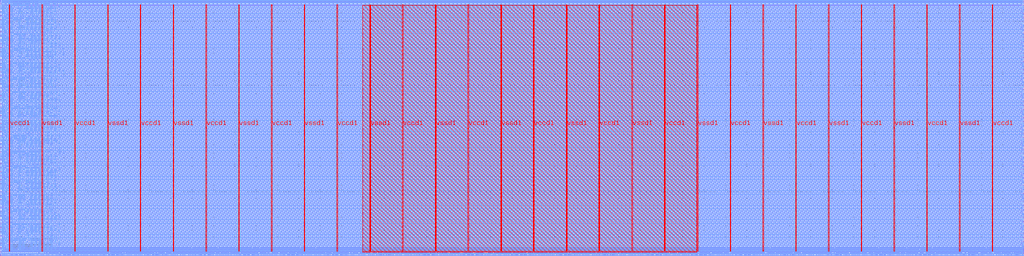
<source format=lef>
VERSION 5.7 ;
  NOWIREEXTENSIONATPIN ON ;
  DIVIDERCHAR "/" ;
  BUSBITCHARS "[]" ;
MACRO axi_node_intf_wrap
  CLASS BLOCK ;
  FOREIGN axi_node_intf_wrap ;
  ORIGIN 0.000 0.000 ;
  SIZE 2400.000 BY 600.000 ;
  PIN clk
    DIRECTION INPUT ;
    USE SIGNAL ;
    PORT
      LAYER met2 ;
        RECT 1954.630 0.000 1954.910 4.000 ;
    END
  END clk
  PIN m00_ar_addr[0]
    DIRECTION OUTPUT TRISTATE ;
    USE SIGNAL ;
    PORT
      LAYER met2 ;
        RECT 1130.310 0.000 1130.590 4.000 ;
    END
  END m00_ar_addr[0]
  PIN m00_ar_addr[10]
    DIRECTION OUTPUT TRISTATE ;
    USE SIGNAL ;
    PORT
      LAYER met2 ;
        RECT 808.310 596.000 808.590 600.000 ;
    END
  END m00_ar_addr[10]
  PIN m00_ar_addr[11]
    DIRECTION OUTPUT TRISTATE ;
    USE SIGNAL ;
    PORT
      LAYER met2 ;
        RECT 644.090 0.000 644.370 4.000 ;
    END
  END m00_ar_addr[11]
  PIN m00_ar_addr[12]
    DIRECTION OUTPUT TRISTATE ;
    USE SIGNAL ;
    PORT
      LAYER met2 ;
        RECT 409.030 596.000 409.310 600.000 ;
    END
  END m00_ar_addr[12]
  PIN m00_ar_addr[13]
    DIRECTION OUTPUT TRISTATE ;
    USE SIGNAL ;
    PORT
      LAYER met2 ;
        RECT 1716.350 596.000 1716.630 600.000 ;
    END
  END m00_ar_addr[13]
  PIN m00_ar_addr[14]
    DIRECTION OUTPUT TRISTATE ;
    USE SIGNAL ;
    PORT
      LAYER met3 ;
        RECT 0.000 78.240 4.000 78.840 ;
    END
  END m00_ar_addr[14]
  PIN m00_ar_addr[15]
    DIRECTION OUTPUT TRISTATE ;
    USE SIGNAL ;
    PORT
      LAYER met2 ;
        RECT 850.170 596.000 850.450 600.000 ;
    END
  END m00_ar_addr[15]
  PIN m00_ar_addr[16]
    DIRECTION OUTPUT TRISTATE ;
    USE SIGNAL ;
    PORT
      LAYER met2 ;
        RECT 1210.810 596.000 1211.090 600.000 ;
    END
  END m00_ar_addr[16]
  PIN m00_ar_addr[17]
    DIRECTION OUTPUT TRISTATE ;
    USE SIGNAL ;
    PORT
      LAYER met3 ;
        RECT 2396.000 23.840 2400.000 24.440 ;
    END
  END m00_ar_addr[17]
  PIN m00_ar_addr[18]
    DIRECTION OUTPUT TRISTATE ;
    USE SIGNAL ;
    PORT
      LAYER met2 ;
        RECT 2212.230 0.000 2212.510 4.000 ;
    END
  END m00_ar_addr[18]
  PIN m00_ar_addr[19]
    DIRECTION OUTPUT TRISTATE ;
    USE SIGNAL ;
    PORT
      LAYER met2 ;
        RECT 2257.310 0.000 2257.590 4.000 ;
    END
  END m00_ar_addr[19]
  PIN m00_ar_addr[1]
    DIRECTION OUTPUT TRISTATE ;
    USE SIGNAL ;
    PORT
      LAYER met3 ;
        RECT 2396.000 496.440 2400.000 497.040 ;
    END
  END m00_ar_addr[1]
  PIN m00_ar_addr[20]
    DIRECTION OUTPUT TRISTATE ;
    USE SIGNAL ;
    PORT
      LAYER met2 ;
        RECT 1030.490 596.000 1030.770 600.000 ;
    END
  END m00_ar_addr[20]
  PIN m00_ar_addr[21]
    DIRECTION OUTPUT TRISTATE ;
    USE SIGNAL ;
    PORT
      LAYER met2 ;
        RECT 2270.190 0.000 2270.470 4.000 ;
    END
  END m00_ar_addr[21]
  PIN m00_ar_addr[22]
    DIRECTION OUTPUT TRISTATE ;
    USE SIGNAL ;
    PORT
      LAYER met2 ;
        RECT 1313.850 596.000 1314.130 600.000 ;
    END
  END m00_ar_addr[22]
  PIN m00_ar_addr[23]
    DIRECTION OUTPUT TRISTATE ;
    USE SIGNAL ;
    PORT
      LAYER met2 ;
        RECT 299.550 596.000 299.830 600.000 ;
    END
  END m00_ar_addr[23]
  PIN m00_ar_addr[24]
    DIRECTION OUTPUT TRISTATE ;
    USE SIGNAL ;
    PORT
      LAYER met2 ;
        RECT 1780.750 0.000 1781.030 4.000 ;
    END
  END m00_ar_addr[24]
  PIN m00_ar_addr[25]
    DIRECTION OUTPUT TRISTATE ;
    USE SIGNAL ;
    PORT
      LAYER met2 ;
        RECT 2341.030 0.000 2341.310 4.000 ;
    END
  END m00_ar_addr[25]
  PIN m00_ar_addr[26]
    DIRECTION OUTPUT TRISTATE ;
    USE SIGNAL ;
    PORT
      LAYER met2 ;
        RECT 347.850 0.000 348.130 4.000 ;
    END
  END m00_ar_addr[26]
  PIN m00_ar_addr[27]
    DIRECTION OUTPUT TRISTATE ;
    USE SIGNAL ;
    PORT
      LAYER met2 ;
        RECT 1197.930 0.000 1198.210 4.000 ;
    END
  END m00_ar_addr[27]
  PIN m00_ar_addr[28]
    DIRECTION OUTPUT TRISTATE ;
    USE SIGNAL ;
    PORT
      LAYER met2 ;
        RECT 1703.470 596.000 1703.750 600.000 ;
    END
  END m00_ar_addr[28]
  PIN m00_ar_addr[29]
    DIRECTION OUTPUT TRISTATE ;
    USE SIGNAL ;
    PORT
      LAYER met2 ;
        RECT 863.050 596.000 863.330 600.000 ;
    END
  END m00_ar_addr[29]
  PIN m00_ar_addr[2]
    DIRECTION OUTPUT TRISTATE ;
    USE SIGNAL ;
    PORT
      LAYER met2 ;
        RECT 1774.310 596.000 1774.590 600.000 ;
    END
  END m00_ar_addr[2]
  PIN m00_ar_addr[30]
    DIRECTION OUTPUT TRISTATE ;
    USE SIGNAL ;
    PORT
      LAYER met2 ;
        RECT 83.810 596.000 84.090 600.000 ;
    END
  END m00_ar_addr[30]
  PIN m00_ar_addr[31]
    DIRECTION OUTPUT TRISTATE ;
    USE SIGNAL ;
    PORT
      LAYER met2 ;
        RECT 6.530 0.000 6.810 4.000 ;
    END
  END m00_ar_addr[31]
  PIN m00_ar_addr[3]
    DIRECTION OUTPUT TRISTATE ;
    USE SIGNAL ;
    PORT
      LAYER met3 ;
        RECT 2396.000 129.240 2400.000 129.840 ;
    END
  END m00_ar_addr[3]
  PIN m00_ar_addr[4]
    DIRECTION OUTPUT TRISTATE ;
    USE SIGNAL ;
    PORT
      LAYER met3 ;
        RECT 0.000 547.440 4.000 548.040 ;
    END
  END m00_ar_addr[4]
  PIN m00_ar_addr[5]
    DIRECTION OUTPUT TRISTATE ;
    USE SIGNAL ;
    PORT
      LAYER met2 ;
        RECT 1835.490 0.000 1835.770 4.000 ;
    END
  END m00_ar_addr[5]
  PIN m00_ar_addr[6]
    DIRECTION OUTPUT TRISTATE ;
    USE SIGNAL ;
    PORT
      LAYER met2 ;
        RECT 553.930 596.000 554.210 600.000 ;
    END
  END m00_ar_addr[6]
  PIN m00_ar_addr[7]
    DIRECTION OUTPUT TRISTATE ;
    USE SIGNAL ;
    PORT
      LAYER met2 ;
        RECT 1178.610 596.000 1178.890 600.000 ;
    END
  END m00_ar_addr[7]
  PIN m00_ar_addr[8]
    DIRECTION OUTPUT TRISTATE ;
    USE SIGNAL ;
    PORT
      LAYER met2 ;
        RECT 995.070 0.000 995.350 4.000 ;
    END
  END m00_ar_addr[8]
  PIN m00_ar_addr[9]
    DIRECTION OUTPUT TRISTATE ;
    USE SIGNAL ;
    PORT
      LAYER met2 ;
        RECT 1523.150 0.000 1523.430 4.000 ;
    END
  END m00_ar_addr[9]
  PIN m00_ar_burst[0]
    DIRECTION OUTPUT TRISTATE ;
    USE SIGNAL ;
    PORT
      LAYER met2 ;
        RECT 534.610 596.000 534.890 600.000 ;
    END
  END m00_ar_burst[0]
  PIN m00_ar_burst[1]
    DIRECTION OUTPUT TRISTATE ;
    USE SIGNAL ;
    PORT
      LAYER met2 ;
        RECT 769.670 0.000 769.950 4.000 ;
    END
  END m00_ar_burst[1]
  PIN m00_ar_cache[0]
    DIRECTION OUTPUT TRISTATE ;
    USE SIGNAL ;
    PORT
      LAYER met2 ;
        RECT 579.690 596.000 579.970 600.000 ;
    END
  END m00_ar_cache[0]
  PIN m00_ar_cache[1]
    DIRECTION OUTPUT TRISTATE ;
    USE SIGNAL ;
    PORT
      LAYER met2 ;
        RECT 1790.410 596.000 1790.690 600.000 ;
    END
  END m00_ar_cache[1]
  PIN m00_ar_cache[2]
    DIRECTION OUTPUT TRISTATE ;
    USE SIGNAL ;
    PORT
      LAYER met2 ;
        RECT 663.410 0.000 663.690 4.000 ;
    END
  END m00_ar_cache[2]
  PIN m00_ar_cache[3]
    DIRECTION OUTPUT TRISTATE ;
    USE SIGNAL ;
    PORT
      LAYER met2 ;
        RECT 1658.390 596.000 1658.670 600.000 ;
    END
  END m00_ar_cache[3]
  PIN m00_ar_id[0]
    DIRECTION OUTPUT TRISTATE ;
    USE SIGNAL ;
    PORT
      LAYER met3 ;
        RECT 0.000 119.040 4.000 119.640 ;
    END
  END m00_ar_id[0]
  PIN m00_ar_id[10]
    DIRECTION OUTPUT TRISTATE ;
    USE SIGNAL ;
    PORT
      LAYER met2 ;
        RECT 1394.350 0.000 1394.630 4.000 ;
    END
  END m00_ar_id[10]
  PIN m00_ar_id[11]
    DIRECTION OUTPUT TRISTATE ;
    USE SIGNAL ;
    PORT
      LAYER met2 ;
        RECT 1777.530 0.000 1777.810 4.000 ;
    END
  END m00_ar_id[11]
  PIN m00_ar_id[1]
    DIRECTION OUTPUT TRISTATE ;
    USE SIGNAL ;
    PORT
      LAYER met3 ;
        RECT 2396.000 340.040 2400.000 340.640 ;
    END
  END m00_ar_id[1]
  PIN m00_ar_id[2]
    DIRECTION OUTPUT TRISTATE ;
    USE SIGNAL ;
    PORT
      LAYER met3 ;
        RECT 2396.000 125.840 2400.000 126.440 ;
    END
  END m00_ar_id[2]
  PIN m00_ar_id[3]
    DIRECTION OUTPUT TRISTATE ;
    USE SIGNAL ;
    PORT
      LAYER met2 ;
        RECT 508.850 0.000 509.130 4.000 ;
    END
  END m00_ar_id[3]
  PIN m00_ar_id[4]
    DIRECTION OUTPUT TRISTATE ;
    USE SIGNAL ;
    PORT
      LAYER met3 ;
        RECT 2396.000 265.240 2400.000 265.840 ;
    END
  END m00_ar_id[4]
  PIN m00_ar_id[5]
    DIRECTION OUTPUT TRISTATE ;
    USE SIGNAL ;
    PORT
      LAYER met2 ;
        RECT 383.270 596.000 383.550 600.000 ;
    END
  END m00_ar_id[5]
  PIN m00_ar_id[6]
    DIRECTION OUTPUT TRISTATE ;
    USE SIGNAL ;
    PORT
      LAYER met3 ;
        RECT 2396.000 550.840 2400.000 551.440 ;
    END
  END m00_ar_id[6]
  PIN m00_ar_id[7]
    DIRECTION OUTPUT TRISTATE ;
    USE SIGNAL ;
    PORT
      LAYER met2 ;
        RECT 1822.610 0.000 1822.890 4.000 ;
    END
  END m00_ar_id[7]
  PIN m00_ar_id[8]
    DIRECTION OUTPUT TRISTATE ;
    USE SIGNAL ;
    PORT
      LAYER met2 ;
        RECT 1329.950 596.000 1330.230 600.000 ;
    END
  END m00_ar_id[8]
  PIN m00_ar_id[9]
    DIRECTION OUTPUT TRISTATE ;
    USE SIGNAL ;
    PORT
      LAYER met3 ;
        RECT 2396.000 493.040 2400.000 493.640 ;
    END
  END m00_ar_id[9]
  PIN m00_ar_len[0]
    DIRECTION OUTPUT TRISTATE ;
    USE SIGNAL ;
    PORT
      LAYER met2 ;
        RECT 901.690 596.000 901.970 600.000 ;
    END
  END m00_ar_len[0]
  PIN m00_ar_len[1]
    DIRECTION OUTPUT TRISTATE ;
    USE SIGNAL ;
    PORT
      LAYER met2 ;
        RECT 1110.990 596.000 1111.270 600.000 ;
    END
  END m00_ar_len[1]
  PIN m00_ar_len[2]
    DIRECTION OUTPUT TRISTATE ;
    USE SIGNAL ;
    PORT
      LAYER met2 ;
        RECT 1317.070 596.000 1317.350 600.000 ;
    END
  END m00_ar_len[2]
  PIN m00_ar_len[3]
    DIRECTION OUTPUT TRISTATE ;
    USE SIGNAL ;
    PORT
      LAYER met2 ;
        RECT 959.650 596.000 959.930 600.000 ;
    END
  END m00_ar_len[3]
  PIN m00_ar_len[4]
    DIRECTION OUTPUT TRISTATE ;
    USE SIGNAL ;
    PORT
      LAYER met2 ;
        RECT 821.190 596.000 821.470 600.000 ;
    END
  END m00_ar_len[4]
  PIN m00_ar_len[5]
    DIRECTION OUTPUT TRISTATE ;
    USE SIGNAL ;
    PORT
      LAYER met3 ;
        RECT 0.000 363.840 4.000 364.440 ;
    END
  END m00_ar_len[5]
  PIN m00_ar_len[6]
    DIRECTION OUTPUT TRISTATE ;
    USE SIGNAL ;
    PORT
      LAYER met2 ;
        RECT 1758.210 596.000 1758.490 600.000 ;
    END
  END m00_ar_len[6]
  PIN m00_ar_len[7]
    DIRECTION OUTPUT TRISTATE ;
    USE SIGNAL ;
    PORT
      LAYER met2 ;
        RECT 2044.790 0.000 2045.070 4.000 ;
    END
  END m00_ar_len[7]
  PIN m00_ar_lock
    DIRECTION OUTPUT TRISTATE ;
    USE SIGNAL ;
    PORT
      LAYER met2 ;
        RECT 1400.790 596.000 1401.070 600.000 ;
    END
  END m00_ar_lock
  PIN m00_ar_prot[0]
    DIRECTION OUTPUT TRISTATE ;
    USE SIGNAL ;
    PORT
      LAYER met2 ;
        RECT 2212.230 596.000 2212.510 600.000 ;
    END
  END m00_ar_prot[0]
  PIN m00_ar_prot[1]
    DIRECTION OUTPUT TRISTATE ;
    USE SIGNAL ;
    PORT
      LAYER met2 ;
        RECT 2093.090 0.000 2093.370 4.000 ;
    END
  END m00_ar_prot[1]
  PIN m00_ar_prot[2]
    DIRECTION OUTPUT TRISTATE ;
    USE SIGNAL ;
    PORT
      LAYER met2 ;
        RECT 846.950 596.000 847.230 600.000 ;
    END
  END m00_ar_prot[2]
  PIN m00_ar_qos[0]
    DIRECTION OUTPUT TRISTATE ;
    USE SIGNAL ;
    PORT
      LAYER met3 ;
        RECT 2396.000 61.240 2400.000 61.840 ;
    END
  END m00_ar_qos[0]
  PIN m00_ar_qos[1]
    DIRECTION OUTPUT TRISTATE ;
    USE SIGNAL ;
    PORT
      LAYER met2 ;
        RECT 1291.310 596.000 1291.590 600.000 ;
    END
  END m00_ar_qos[1]
  PIN m00_ar_qos[2]
    DIRECTION OUTPUT TRISTATE ;
    USE SIGNAL ;
    PORT
      LAYER met3 ;
        RECT 2396.000 81.640 2400.000 82.240 ;
    END
  END m00_ar_qos[2]
  PIN m00_ar_qos[3]
    DIRECTION OUTPUT TRISTATE ;
    USE SIGNAL ;
    PORT
      LAYER met2 ;
        RECT 1127.090 596.000 1127.370 600.000 ;
    END
  END m00_ar_qos[3]
  PIN m00_ar_ready
    DIRECTION INPUT ;
    USE SIGNAL ;
    PORT
      LAYER met2 ;
        RECT 12.970 0.000 13.250 4.000 ;
    END
  END m00_ar_ready
  PIN m00_ar_region[0]
    DIRECTION OUTPUT TRISTATE ;
    USE SIGNAL ;
    PORT
      LAYER met3 ;
        RECT 0.000 234.640 4.000 235.240 ;
    END
  END m00_ar_region[0]
  PIN m00_ar_region[1]
    DIRECTION OUTPUT TRISTATE ;
    USE SIGNAL ;
    PORT
      LAYER met2 ;
        RECT 553.930 0.000 554.210 4.000 ;
    END
  END m00_ar_region[1]
  PIN m00_ar_region[2]
    DIRECTION OUTPUT TRISTATE ;
    USE SIGNAL ;
    PORT
      LAYER met2 ;
        RECT 1603.650 596.000 1603.930 600.000 ;
    END
  END m00_ar_region[2]
  PIN m00_ar_region[3]
    DIRECTION OUTPUT TRISTATE ;
    USE SIGNAL ;
    PORT
      LAYER met2 ;
        RECT 35.510 596.000 35.790 600.000 ;
    END
  END m00_ar_region[3]
  PIN m00_ar_size[0]
    DIRECTION OUTPUT TRISTATE ;
    USE SIGNAL ;
    PORT
      LAYER met2 ;
        RECT 6.530 596.000 6.810 600.000 ;
    END
  END m00_ar_size[0]
  PIN m00_ar_size[1]
    DIRECTION OUTPUT TRISTATE ;
    USE SIGNAL ;
    PORT
      LAYER met3 ;
        RECT 2396.000 380.840 2400.000 381.440 ;
    END
  END m00_ar_size[1]
  PIN m00_ar_size[2]
    DIRECTION OUTPUT TRISTATE ;
    USE SIGNAL ;
    PORT
      LAYER met2 ;
        RECT 1536.030 0.000 1536.310 4.000 ;
    END
  END m00_ar_size[2]
  PIN m00_ar_user[-1]
    DIRECTION OUTPUT TRISTATE ;
    USE SIGNAL ;
    PORT
      LAYER met2 ;
        RECT 621.550 0.000 621.830 4.000 ;
    END
  END m00_ar_user[-1]
  PIN m00_ar_user[0]
    DIRECTION OUTPUT TRISTATE ;
    USE SIGNAL ;
    PORT
      LAYER met2 ;
        RECT 853.390 596.000 853.670 600.000 ;
    END
  END m00_ar_user[0]
  PIN m00_ar_valid
    DIRECTION OUTPUT TRISTATE ;
    USE SIGNAL ;
    PORT
      LAYER met2 ;
        RECT 1825.830 596.000 1826.110 600.000 ;
    END
  END m00_ar_valid
  PIN m00_aw_addr[0]
    DIRECTION OUTPUT TRISTATE ;
    USE SIGNAL ;
    PORT
      LAYER met2 ;
        RECT 933.890 0.000 934.170 4.000 ;
    END
  END m00_aw_addr[0]
  PIN m00_aw_addr[10]
    DIRECTION OUTPUT TRISTATE ;
    USE SIGNAL ;
    PORT
      LAYER met2 ;
        RECT 1932.090 596.000 1932.370 600.000 ;
    END
  END m00_aw_addr[10]
  PIN m00_aw_addr[11]
    DIRECTION OUTPUT TRISTATE ;
    USE SIGNAL ;
    PORT
      LAYER met2 ;
        RECT 508.850 596.000 509.130 600.000 ;
    END
  END m00_aw_addr[11]
  PIN m00_aw_addr[12]
    DIRECTION OUTPUT TRISTATE ;
    USE SIGNAL ;
    PORT
      LAYER met2 ;
        RECT 782.550 0.000 782.830 4.000 ;
    END
  END m00_aw_addr[12]
  PIN m00_aw_addr[13]
    DIRECTION OUTPUT TRISTATE ;
    USE SIGNAL ;
    PORT
      LAYER met3 ;
        RECT 2396.000 503.240 2400.000 503.840 ;
    END
  END m00_aw_addr[13]
  PIN m00_aw_addr[14]
    DIRECTION OUTPUT TRISTATE ;
    USE SIGNAL ;
    PORT
      LAYER met3 ;
        RECT 2396.000 40.840 2400.000 41.440 ;
    END
  END m00_aw_addr[14]
  PIN m00_aw_addr[15]
    DIRECTION OUTPUT TRISTATE ;
    USE SIGNAL ;
    PORT
      LAYER met2 ;
        RECT 956.430 0.000 956.710 4.000 ;
    END
  END m00_aw_addr[15]
  PIN m00_aw_addr[16]
    DIRECTION OUTPUT TRISTATE ;
    USE SIGNAL ;
    PORT
      LAYER met3 ;
        RECT 2396.000 224.440 2400.000 225.040 ;
    END
  END m00_aw_addr[16]
  PIN m00_aw_addr[17]
    DIRECTION OUTPUT TRISTATE ;
    USE SIGNAL ;
    PORT
      LAYER met2 ;
        RECT 2163.930 596.000 2164.210 600.000 ;
    END
  END m00_aw_addr[17]
  PIN m00_aw_addr[18]
    DIRECTION OUTPUT TRISTATE ;
    USE SIGNAL ;
    PORT
      LAYER met3 ;
        RECT 2396.000 326.440 2400.000 327.040 ;
    END
  END m00_aw_addr[18]
  PIN m00_aw_addr[19]
    DIRECTION OUTPUT TRISTATE ;
    USE SIGNAL ;
    PORT
      LAYER met2 ;
        RECT 1329.950 0.000 1330.230 4.000 ;
    END
  END m00_aw_addr[19]
  PIN m00_aw_addr[1]
    DIRECTION OUTPUT TRISTATE ;
    USE SIGNAL ;
    PORT
      LAYER met3 ;
        RECT 2396.000 414.840 2400.000 415.440 ;
    END
  END m00_aw_addr[1]
  PIN m00_aw_addr[20]
    DIRECTION OUTPUT TRISTATE ;
    USE SIGNAL ;
    PORT
      LAYER met2 ;
        RECT 679.510 0.000 679.790 4.000 ;
    END
  END m00_aw_addr[20]
  PIN m00_aw_addr[21]
    DIRECTION OUTPUT TRISTATE ;
    USE SIGNAL ;
    PORT
      LAYER met3 ;
        RECT 0.000 489.640 4.000 490.240 ;
    END
  END m00_aw_addr[21]
  PIN m00_aw_addr[22]
    DIRECTION OUTPUT TRISTATE ;
    USE SIGNAL ;
    PORT
      LAYER met2 ;
        RECT 1249.450 596.000 1249.730 600.000 ;
    END
  END m00_aw_addr[22]
  PIN m00_aw_addr[23]
    DIRECTION OUTPUT TRISTATE ;
    USE SIGNAL ;
    PORT
      LAYER met2 ;
        RECT 1481.290 0.000 1481.570 4.000 ;
    END
  END m00_aw_addr[23]
  PIN m00_aw_addr[24]
    DIRECTION OUTPUT TRISTATE ;
    USE SIGNAL ;
    PORT
      LAYER met2 ;
        RECT 1020.830 596.000 1021.110 600.000 ;
    END
  END m00_aw_addr[24]
  PIN m00_aw_addr[25]
    DIRECTION OUTPUT TRISTATE ;
    USE SIGNAL ;
    PORT
      LAYER met2 ;
        RECT 495.970 596.000 496.250 600.000 ;
    END
  END m00_aw_addr[25]
  PIN m00_aw_addr[26]
    DIRECTION OUTPUT TRISTATE ;
    USE SIGNAL ;
    PORT
      LAYER met2 ;
        RECT 1474.850 0.000 1475.130 4.000 ;
    END
  END m00_aw_addr[26]
  PIN m00_aw_addr[27]
    DIRECTION OUTPUT TRISTATE ;
    USE SIGNAL ;
    PORT
      LAYER met2 ;
        RECT 1838.710 0.000 1838.990 4.000 ;
    END
  END m00_aw_addr[27]
  PIN m00_aw_addr[28]
    DIRECTION OUTPUT TRISTATE ;
    USE SIGNAL ;
    PORT
      LAYER met3 ;
        RECT 2396.000 387.640 2400.000 388.240 ;
    END
  END m00_aw_addr[28]
  PIN m00_aw_addr[29]
    DIRECTION OUTPUT TRISTATE ;
    USE SIGNAL ;
    PORT
      LAYER met2 ;
        RECT 96.690 596.000 96.970 600.000 ;
    END
  END m00_aw_addr[29]
  PIN m00_aw_addr[2]
    DIRECTION OUTPUT TRISTATE ;
    USE SIGNAL ;
    PORT
      LAYER met2 ;
        RECT 2067.330 0.000 2067.610 4.000 ;
    END
  END m00_aw_addr[2]
  PIN m00_aw_addr[30]
    DIRECTION OUTPUT TRISTATE ;
    USE SIGNAL ;
    PORT
      LAYER met2 ;
        RECT 2105.970 596.000 2106.250 600.000 ;
    END
  END m00_aw_addr[30]
  PIN m00_aw_addr[31]
    DIRECTION OUTPUT TRISTATE ;
    USE SIGNAL ;
    PORT
      LAYER met2 ;
        RECT 534.610 0.000 534.890 4.000 ;
    END
  END m00_aw_addr[31]
  PIN m00_aw_addr[3]
    DIRECTION OUTPUT TRISTATE ;
    USE SIGNAL ;
    PORT
      LAYER met2 ;
        RECT 1999.710 596.000 1999.990 600.000 ;
    END
  END m00_aw_addr[3]
  PIN m00_aw_addr[4]
    DIRECTION OUTPUT TRISTATE ;
    USE SIGNAL ;
    PORT
      LAYER met2 ;
        RECT 2019.030 0.000 2019.310 4.000 ;
    END
  END m00_aw_addr[4]
  PIN m00_aw_addr[5]
    DIRECTION OUTPUT TRISTATE ;
    USE SIGNAL ;
    PORT
      LAYER met2 ;
        RECT 244.810 596.000 245.090 600.000 ;
    END
  END m00_aw_addr[5]
  PIN m00_aw_addr[6]
    DIRECTION OUTPUT TRISTATE ;
    USE SIGNAL ;
    PORT
      LAYER met2 ;
        RECT 1610.090 0.000 1610.370 4.000 ;
    END
  END m00_aw_addr[6]
  PIN m00_aw_addr[7]
    DIRECTION OUTPUT TRISTATE ;
    USE SIGNAL ;
    PORT
      LAYER met2 ;
        RECT 1387.910 0.000 1388.190 4.000 ;
    END
  END m00_aw_addr[7]
  PIN m00_aw_addr[8]
    DIRECTION OUTPUT TRISTATE ;
    USE SIGNAL ;
    PORT
      LAYER met2 ;
        RECT 998.290 596.000 998.570 600.000 ;
    END
  END m00_aw_addr[8]
  PIN m00_aw_addr[9]
    DIRECTION OUTPUT TRISTATE ;
    USE SIGNAL ;
    PORT
      LAYER met3 ;
        RECT 0.000 452.240 4.000 452.840 ;
    END
  END m00_aw_addr[9]
  PIN m00_aw_burst[0]
    DIRECTION OUTPUT TRISTATE ;
    USE SIGNAL ;
    PORT
      LAYER met2 ;
        RECT 1416.890 0.000 1417.170 4.000 ;
    END
  END m00_aw_burst[0]
  PIN m00_aw_burst[1]
    DIRECTION OUTPUT TRISTATE ;
    USE SIGNAL ;
    PORT
      LAYER met2 ;
        RECT 328.530 0.000 328.810 4.000 ;
    END
  END m00_aw_burst[1]
  PIN m00_aw_cache[0]
    DIRECTION OUTPUT TRISTATE ;
    USE SIGNAL ;
    PORT
      LAYER met3 ;
        RECT 0.000 74.840 4.000 75.440 ;
    END
  END m00_aw_cache[0]
  PIN m00_aw_cache[1]
    DIRECTION OUTPUT TRISTATE ;
    USE SIGNAL ;
    PORT
      LAYER met2 ;
        RECT 1622.970 596.000 1623.250 600.000 ;
    END
  END m00_aw_cache[1]
  PIN m00_aw_cache[2]
    DIRECTION OUTPUT TRISTATE ;
    USE SIGNAL ;
    PORT
      LAYER met3 ;
        RECT 2396.000 370.640 2400.000 371.240 ;
    END
  END m00_aw_cache[2]
  PIN m00_aw_cache[3]
    DIRECTION OUTPUT TRISTATE ;
    USE SIGNAL ;
    PORT
      LAYER met3 ;
        RECT 0.000 200.640 4.000 201.240 ;
    END
  END m00_aw_cache[3]
  PIN m00_aw_id[0]
    DIRECTION OUTPUT TRISTATE ;
    USE SIGNAL ;
    PORT
      LAYER met2 ;
        RECT 566.810 596.000 567.090 600.000 ;
    END
  END m00_aw_id[0]
  PIN m00_aw_id[10]
    DIRECTION OUTPUT TRISTATE ;
    USE SIGNAL ;
    PORT
      LAYER met2 ;
        RECT 1600.430 0.000 1600.710 4.000 ;
    END
  END m00_aw_id[10]
  PIN m00_aw_id[11]
    DIRECTION OUTPUT TRISTATE ;
    USE SIGNAL ;
    PORT
      LAYER met3 ;
        RECT 0.000 306.040 4.000 306.640 ;
    END
  END m00_aw_id[11]
  PIN m00_aw_id[1]
    DIRECTION OUTPUT TRISTATE ;
    USE SIGNAL ;
    PORT
      LAYER met2 ;
        RECT 937.110 596.000 937.390 600.000 ;
    END
  END m00_aw_id[1]
  PIN m00_aw_id[2]
    DIRECTION OUTPUT TRISTATE ;
    USE SIGNAL ;
    PORT
      LAYER met2 ;
        RECT 1049.810 596.000 1050.090 600.000 ;
    END
  END m00_aw_id[2]
  PIN m00_aw_id[3]
    DIRECTION OUTPUT TRISTATE ;
    USE SIGNAL ;
    PORT
      LAYER met2 ;
        RECT 180.410 596.000 180.690 600.000 ;
    END
  END m00_aw_id[3]
  PIN m00_aw_id[4]
    DIRECTION OUTPUT TRISTATE ;
    USE SIGNAL ;
    PORT
      LAYER met3 ;
        RECT 2396.000 584.840 2400.000 585.440 ;
    END
  END m00_aw_id[4]
  PIN m00_aw_id[5]
    DIRECTION OUTPUT TRISTATE ;
    USE SIGNAL ;
    PORT
      LAYER met2 ;
        RECT 463.770 0.000 464.050 4.000 ;
    END
  END m00_aw_id[5]
  PIN m00_aw_id[6]
    DIRECTION OUTPUT TRISTATE ;
    USE SIGNAL ;
    PORT
      LAYER met2 ;
        RECT 1561.790 0.000 1562.070 4.000 ;
    END
  END m00_aw_id[6]
  PIN m00_aw_id[7]
    DIRECTION OUTPUT TRISTATE ;
    USE SIGNAL ;
    PORT
      LAYER met2 ;
        RECT 1851.590 0.000 1851.870 4.000 ;
    END
  END m00_aw_id[7]
  PIN m00_aw_id[8]
    DIRECTION OUTPUT TRISTATE ;
    USE SIGNAL ;
    PORT
      LAYER met2 ;
        RECT 93.470 596.000 93.750 600.000 ;
    END
  END m00_aw_id[8]
  PIN m00_aw_id[9]
    DIRECTION OUTPUT TRISTATE ;
    USE SIGNAL ;
    PORT
      LAYER met2 ;
        RECT 531.390 596.000 531.670 600.000 ;
    END
  END m00_aw_id[9]
  PIN m00_aw_len[0]
    DIRECTION OUTPUT TRISTATE ;
    USE SIGNAL ;
    PORT
      LAYER met2 ;
        RECT 1371.810 0.000 1372.090 4.000 ;
    END
  END m00_aw_len[0]
  PIN m00_aw_len[1]
    DIRECTION OUTPUT TRISTATE ;
    USE SIGNAL ;
    PORT
      LAYER met2 ;
        RECT 2231.550 596.000 2231.830 600.000 ;
    END
  END m00_aw_len[1]
  PIN m00_aw_len[2]
    DIRECTION OUTPUT TRISTATE ;
    USE SIGNAL ;
    PORT
      LAYER met2 ;
        RECT 512.070 0.000 512.350 4.000 ;
    END
  END m00_aw_len[2]
  PIN m00_aw_len[3]
    DIRECTION OUTPUT TRISTATE ;
    USE SIGNAL ;
    PORT
      LAYER met3 ;
        RECT 2396.000 357.040 2400.000 357.640 ;
    END
  END m00_aw_len[3]
  PIN m00_aw_len[4]
    DIRECTION OUTPUT TRISTATE ;
    USE SIGNAL ;
    PORT
      LAYER met2 ;
        RECT 576.470 596.000 576.750 600.000 ;
    END
  END m00_aw_len[4]
  PIN m00_aw_len[5]
    DIRECTION OUTPUT TRISTATE ;
    USE SIGNAL ;
    PORT
      LAYER met2 ;
        RECT 1632.630 0.000 1632.910 4.000 ;
    END
  END m00_aw_len[5]
  PIN m00_aw_len[6]
    DIRECTION OUTPUT TRISTATE ;
    USE SIGNAL ;
    PORT
      LAYER met2 ;
        RECT 966.090 596.000 966.370 600.000 ;
    END
  END m00_aw_len[6]
  PIN m00_aw_len[7]
    DIRECTION OUTPUT TRISTATE ;
    USE SIGNAL ;
    PORT
      LAYER met2 ;
        RECT 927.450 596.000 927.730 600.000 ;
    END
  END m00_aw_len[7]
  PIN m00_aw_lock
    DIRECTION OUTPUT TRISTATE ;
    USE SIGNAL ;
    PORT
      LAYER met2 ;
        RECT 830.850 596.000 831.130 600.000 ;
    END
  END m00_aw_lock
  PIN m00_aw_prot[0]
    DIRECTION OUTPUT TRISTATE ;
    USE SIGNAL ;
    PORT
      LAYER met2 ;
        RECT 988.630 0.000 988.910 4.000 ;
    END
  END m00_aw_prot[0]
  PIN m00_aw_prot[1]
    DIRECTION OUTPUT TRISTATE ;
    USE SIGNAL ;
    PORT
      LAYER met2 ;
        RECT 1416.890 596.000 1417.170 600.000 ;
    END
  END m00_aw_prot[1]
  PIN m00_aw_prot[2]
    DIRECTION OUTPUT TRISTATE ;
    USE SIGNAL ;
    PORT
      LAYER met2 ;
        RECT 248.030 0.000 248.310 4.000 ;
    END
  END m00_aw_prot[2]
  PIN m00_aw_qos[0]
    DIRECTION OUTPUT TRISTATE ;
    USE SIGNAL ;
    PORT
      LAYER met2 ;
        RECT 45.170 596.000 45.450 600.000 ;
    END
  END m00_aw_qos[0]
  PIN m00_aw_qos[1]
    DIRECTION OUTPUT TRISTATE ;
    USE SIGNAL ;
    PORT
      LAYER met2 ;
        RECT 1288.090 596.000 1288.370 600.000 ;
    END
  END m00_aw_qos[1]
  PIN m00_aw_qos[2]
    DIRECTION OUTPUT TRISTATE ;
    USE SIGNAL ;
    PORT
      LAYER met3 ;
        RECT 0.000 425.040 4.000 425.640 ;
    END
  END m00_aw_qos[2]
  PIN m00_aw_qos[3]
    DIRECTION OUTPUT TRISTATE ;
    USE SIGNAL ;
    PORT
      LAYER met2 ;
        RECT 132.110 596.000 132.390 600.000 ;
    END
  END m00_aw_qos[3]
  PIN m00_aw_ready
    DIRECTION INPUT ;
    USE SIGNAL ;
    PORT
      LAYER met2 ;
        RECT 1877.350 596.000 1877.630 600.000 ;
    END
  END m00_aw_ready
  PIN m00_aw_region[0]
    DIRECTION OUTPUT TRISTATE ;
    USE SIGNAL ;
    PORT
      LAYER met2 ;
        RECT 1313.850 0.000 1314.130 4.000 ;
    END
  END m00_aw_region[0]
  PIN m00_aw_region[1]
    DIRECTION OUTPUT TRISTATE ;
    USE SIGNAL ;
    PORT
      LAYER met2 ;
        RECT 138.550 0.000 138.830 4.000 ;
    END
  END m00_aw_region[1]
  PIN m00_aw_region[2]
    DIRECTION OUTPUT TRISTATE ;
    USE SIGNAL ;
    PORT
      LAYER met2 ;
        RECT 1297.750 0.000 1298.030 4.000 ;
    END
  END m00_aw_region[2]
  PIN m00_aw_region[3]
    DIRECTION OUTPUT TRISTATE ;
    USE SIGNAL ;
    PORT
      LAYER met3 ;
        RECT 0.000 465.840 4.000 466.440 ;
    END
  END m00_aw_region[3]
  PIN m00_aw_size[0]
    DIRECTION OUTPUT TRISTATE ;
    USE SIGNAL ;
    PORT
      LAYER met2 ;
        RECT 1239.790 596.000 1240.070 600.000 ;
    END
  END m00_aw_size[0]
  PIN m00_aw_size[1]
    DIRECTION OUTPUT TRISTATE ;
    USE SIGNAL ;
    PORT
      LAYER met2 ;
        RECT 180.410 0.000 180.690 4.000 ;
    END
  END m00_aw_size[1]
  PIN m00_aw_size[2]
    DIRECTION OUTPUT TRISTATE ;
    USE SIGNAL ;
    PORT
      LAYER met3 ;
        RECT 2396.000 516.840 2400.000 517.440 ;
    END
  END m00_aw_size[2]
  PIN m00_aw_user[-1]
    DIRECTION OUTPUT TRISTATE ;
    USE SIGNAL ;
    PORT
      LAYER met2 ;
        RECT 978.970 0.000 979.250 4.000 ;
    END
  END m00_aw_user[-1]
  PIN m00_aw_user[0]
    DIRECTION OUTPUT TRISTATE ;
    USE SIGNAL ;
    PORT
      LAYER met2 ;
        RECT 1858.030 596.000 1858.310 600.000 ;
    END
  END m00_aw_user[0]
  PIN m00_aw_valid
    DIRECTION OUTPUT TRISTATE ;
    USE SIGNAL ;
    PORT
      LAYER met2 ;
        RECT 2031.910 0.000 2032.190 4.000 ;
    END
  END m00_aw_valid
  PIN m00_b_id[0]
    DIRECTION INPUT ;
    USE SIGNAL ;
    PORT
      LAYER met2 ;
        RECT 634.430 0.000 634.710 4.000 ;
    END
  END m00_b_id[0]
  PIN m00_b_id[10]
    DIRECTION INPUT ;
    USE SIGNAL ;
    PORT
      LAYER met2 ;
        RECT 77.370 0.000 77.650 4.000 ;
    END
  END m00_b_id[10]
  PIN m00_b_id[11]
    DIRECTION INPUT ;
    USE SIGNAL ;
    PORT
      LAYER met2 ;
        RECT 1726.010 596.000 1726.290 600.000 ;
    END
  END m00_b_id[11]
  PIN m00_b_id[1]
    DIRECTION INPUT ;
    USE SIGNAL ;
    PORT
      LAYER met2 ;
        RECT 1812.950 0.000 1813.230 4.000 ;
    END
  END m00_b_id[1]
  PIN m00_b_id[2]
    DIRECTION INPUT ;
    USE SIGNAL ;
    PORT
      LAYER met2 ;
        RECT 2089.870 0.000 2090.150 4.000 ;
    END
  END m00_b_id[2]
  PIN m00_b_id[3]
    DIRECTION INPUT ;
    USE SIGNAL ;
    PORT
      LAYER met3 ;
        RECT 2396.000 465.840 2400.000 466.440 ;
    END
  END m00_b_id[3]
  PIN m00_b_id[4]
    DIRECTION INPUT ;
    USE SIGNAL ;
    PORT
      LAYER met2 ;
        RECT 363.950 0.000 364.230 4.000 ;
    END
  END m00_b_id[4]
  PIN m00_b_id[5]
    DIRECTION INPUT ;
    USE SIGNAL ;
    PORT
      LAYER met2 ;
        RECT 1771.090 0.000 1771.370 4.000 ;
    END
  END m00_b_id[5]
  PIN m00_b_id[6]
    DIRECTION INPUT ;
    USE SIGNAL ;
    PORT
      LAYER met2 ;
        RECT 779.330 0.000 779.610 4.000 ;
    END
  END m00_b_id[6]
  PIN m00_b_id[7]
    DIRECTION INPUT ;
    USE SIGNAL ;
    PORT
      LAYER met2 ;
        RECT 1468.410 596.000 1468.690 600.000 ;
    END
  END m00_b_id[7]
  PIN m00_b_id[8]
    DIRECTION INPUT ;
    USE SIGNAL ;
    PORT
      LAYER met2 ;
        RECT 1880.570 0.000 1880.850 4.000 ;
    END
  END m00_b_id[8]
  PIN m00_b_id[9]
    DIRECTION INPUT ;
    USE SIGNAL ;
    PORT
      LAYER met2 ;
        RECT 93.470 0.000 93.750 4.000 ;
    END
  END m00_b_id[9]
  PIN m00_b_ready
    DIRECTION OUTPUT TRISTATE ;
    USE SIGNAL ;
    PORT
      LAYER met2 ;
        RECT 322.090 0.000 322.370 4.000 ;
    END
  END m00_b_ready
  PIN m00_b_resp[0]
    DIRECTION INPUT ;
    USE SIGNAL ;
    PORT
      LAYER met2 ;
        RECT 2012.590 0.000 2012.870 4.000 ;
    END
  END m00_b_resp[0]
  PIN m00_b_resp[1]
    DIRECTION INPUT ;
    USE SIGNAL ;
    PORT
      LAYER met2 ;
        RECT 1381.470 0.000 1381.750 4.000 ;
    END
  END m00_b_resp[1]
  PIN m00_b_user[-1]
    DIRECTION INPUT ;
    USE SIGNAL ;
    PORT
      LAYER met2 ;
        RECT 1619.750 0.000 1620.030 4.000 ;
    END
  END m00_b_user[-1]
  PIN m00_b_user[0]
    DIRECTION INPUT ;
    USE SIGNAL ;
    PORT
      LAYER met3 ;
        RECT 2396.000 445.440 2400.000 446.040 ;
    END
  END m00_b_user[0]
  PIN m00_b_valid
    DIRECTION INPUT ;
    USE SIGNAL ;
    PORT
      LAYER met2 ;
        RECT 399.370 0.000 399.650 4.000 ;
    END
  END m00_b_valid
  PIN m00_r_data[0]
    DIRECTION INPUT ;
    USE SIGNAL ;
    PORT
      LAYER met2 ;
        RECT 1391.130 596.000 1391.410 600.000 ;
    END
  END m00_r_data[0]
  PIN m00_r_data[10]
    DIRECTION INPUT ;
    USE SIGNAL ;
    PORT
      LAYER met2 ;
        RECT 1252.670 0.000 1252.950 4.000 ;
    END
  END m00_r_data[10]
  PIN m00_r_data[11]
    DIRECTION INPUT ;
    USE SIGNAL ;
    PORT
      LAYER met2 ;
        RECT 1143.190 596.000 1143.470 600.000 ;
    END
  END m00_r_data[11]
  PIN m00_r_data[12]
    DIRECTION INPUT ;
    USE SIGNAL ;
    PORT
      LAYER met2 ;
        RECT 2237.990 0.000 2238.270 4.000 ;
    END
  END m00_r_data[12]
  PIN m00_r_data[13]
    DIRECTION INPUT ;
    USE SIGNAL ;
    PORT
      LAYER met3 ;
        RECT 0.000 533.840 4.000 534.440 ;
    END
  END m00_r_data[13]
  PIN m00_r_data[14]
    DIRECTION INPUT ;
    USE SIGNAL ;
    PORT
      LAYER met2 ;
        RECT 1339.610 0.000 1339.890 4.000 ;
    END
  END m00_r_data[14]
  PIN m00_r_data[15]
    DIRECTION INPUT ;
    USE SIGNAL ;
    PORT
      LAYER met2 ;
        RECT 2386.110 596.000 2386.390 600.000 ;
    END
  END m00_r_data[15]
  PIN m00_r_data[16]
    DIRECTION INPUT ;
    USE SIGNAL ;
    PORT
      LAYER met2 ;
        RECT 328.530 596.000 328.810 600.000 ;
    END
  END m00_r_data[16]
  PIN m00_r_data[17]
    DIRECTION INPUT ;
    USE SIGNAL ;
    PORT
      LAYER met2 ;
        RECT 489.530 0.000 489.810 4.000 ;
    END
  END m00_r_data[17]
  PIN m00_r_data[18]
    DIRECTION INPUT ;
    USE SIGNAL ;
    PORT
      LAYER met2 ;
        RECT 1291.310 0.000 1291.590 4.000 ;
    END
  END m00_r_data[18]
  PIN m00_r_data[19]
    DIRECTION INPUT ;
    USE SIGNAL ;
    PORT
      LAYER met2 ;
        RECT 1471.630 0.000 1471.910 4.000 ;
    END
  END m00_r_data[19]
  PIN m00_r_data[1]
    DIRECTION INPUT ;
    USE SIGNAL ;
    PORT
      LAYER met3 ;
        RECT 0.000 71.440 4.000 72.040 ;
    END
  END m00_r_data[1]
  PIN m00_r_data[20]
    DIRECTION INPUT ;
    USE SIGNAL ;
    PORT
      LAYER met2 ;
        RECT 54.830 596.000 55.110 600.000 ;
    END
  END m00_r_data[20]
  PIN m00_r_data[21]
    DIRECTION INPUT ;
    USE SIGNAL ;
    PORT
      LAYER met3 ;
        RECT 2396.000 438.640 2400.000 439.240 ;
    END
  END m00_r_data[21]
  PIN m00_r_data[22]
    DIRECTION INPUT ;
    USE SIGNAL ;
    PORT
      LAYER met2 ;
        RECT 595.790 0.000 596.070 4.000 ;
    END
  END m00_r_data[22]
  PIN m00_r_data[23]
    DIRECTION INPUT ;
    USE SIGNAL ;
    PORT
      LAYER met2 ;
        RECT 779.330 596.000 779.610 600.000 ;
    END
  END m00_r_data[23]
  PIN m00_r_data[24]
    DIRECTION INPUT ;
    USE SIGNAL ;
    PORT
      LAYER met2 ;
        RECT 0.090 596.000 0.370 600.000 ;
    END
  END m00_r_data[24]
  PIN m00_r_data[25]
    DIRECTION INPUT ;
    USE SIGNAL ;
    PORT
      LAYER met3 ;
        RECT 2396.000 51.040 2400.000 51.640 ;
    END
  END m00_r_data[25]
  PIN m00_r_data[26]
    DIRECTION INPUT ;
    USE SIGNAL ;
    PORT
      LAYER met2 ;
        RECT 386.490 0.000 386.770 4.000 ;
    END
  END m00_r_data[26]
  PIN m00_r_data[27]
    DIRECTION INPUT ;
    USE SIGNAL ;
    PORT
      LAYER met2 ;
        RECT 1082.010 596.000 1082.290 600.000 ;
    END
  END m00_r_data[27]
  PIN m00_r_data[28]
    DIRECTION INPUT ;
    USE SIGNAL ;
    PORT
      LAYER met3 ;
        RECT 2396.000 44.240 2400.000 44.840 ;
    END
  END m00_r_data[28]
  PIN m00_r_data[29]
    DIRECTION INPUT ;
    USE SIGNAL ;
    PORT
      LAYER met2 ;
        RECT 685.950 0.000 686.230 4.000 ;
    END
  END m00_r_data[29]
  PIN m00_r_data[2]
    DIRECTION INPUT ;
    USE SIGNAL ;
    PORT
      LAYER met2 ;
        RECT 444.450 596.000 444.730 600.000 ;
    END
  END m00_r_data[2]
  PIN m00_r_data[30]
    DIRECTION INPUT ;
    USE SIGNAL ;
    PORT
      LAYER met2 ;
        RECT 1355.710 596.000 1355.990 600.000 ;
    END
  END m00_r_data[30]
  PIN m00_r_data[31]
    DIRECTION INPUT ;
    USE SIGNAL ;
    PORT
      LAYER met2 ;
        RECT 528.170 596.000 528.450 600.000 ;
    END
  END m00_r_data[31]
  PIN m00_r_data[3]
    DIRECTION INPUT ;
    USE SIGNAL ;
    PORT
      LAYER met2 ;
        RECT 177.190 596.000 177.470 600.000 ;
    END
  END m00_r_data[3]
  PIN m00_r_data[4]
    DIRECTION INPUT ;
    USE SIGNAL ;
    PORT
      LAYER met2 ;
        RECT 212.610 596.000 212.890 600.000 ;
    END
  END m00_r_data[4]
  PIN m00_r_data[5]
    DIRECTION INPUT ;
    USE SIGNAL ;
    PORT
      LAYER met2 ;
        RECT 650.530 596.000 650.810 600.000 ;
    END
  END m00_r_data[5]
  PIN m00_r_data[6]
    DIRECTION INPUT ;
    USE SIGNAL ;
    PORT
      LAYER met2 ;
        RECT 618.330 596.000 618.610 600.000 ;
    END
  END m00_r_data[6]
  PIN m00_r_data[7]
    DIRECTION INPUT ;
    USE SIGNAL ;
    PORT
      LAYER met2 ;
        RECT 1680.930 0.000 1681.210 4.000 ;
    END
  END m00_r_data[7]
  PIN m00_r_data[8]
    DIRECTION INPUT ;
    USE SIGNAL ;
    PORT
      LAYER met2 ;
        RECT 1874.130 596.000 1874.410 600.000 ;
    END
  END m00_r_data[8]
  PIN m00_r_data[9]
    DIRECTION INPUT ;
    USE SIGNAL ;
    PORT
      LAYER met2 ;
        RECT 673.070 0.000 673.350 4.000 ;
    END
  END m00_r_data[9]
  PIN m00_r_id[0]
    DIRECTION INPUT ;
    USE SIGNAL ;
    PORT
      LAYER met2 ;
        RECT 933.890 596.000 934.170 600.000 ;
    END
  END m00_r_id[0]
  PIN m00_r_id[10]
    DIRECTION INPUT ;
    USE SIGNAL ;
    PORT
      LAYER met3 ;
        RECT 2396.000 510.040 2400.000 510.640 ;
    END
  END m00_r_id[10]
  PIN m00_r_id[11]
    DIRECTION INPUT ;
    USE SIGNAL ;
    PORT
      LAYER met2 ;
        RECT 450.890 0.000 451.170 4.000 ;
    END
  END m00_r_id[11]
  PIN m00_r_id[1]
    DIRECTION INPUT ;
    USE SIGNAL ;
    PORT
      LAYER met2 ;
        RECT 486.310 596.000 486.590 600.000 ;
    END
  END m00_r_id[1]
  PIN m00_r_id[2]
    DIRECTION INPUT ;
    USE SIGNAL ;
    PORT
      LAYER met2 ;
        RECT 1854.810 596.000 1855.090 600.000 ;
    END
  END m00_r_id[2]
  PIN m00_r_id[3]
    DIRECTION INPUT ;
    USE SIGNAL ;
    PORT
      LAYER met2 ;
        RECT 888.810 0.000 889.090 4.000 ;
    END
  END m00_r_id[3]
  PIN m00_r_id[4]
    DIRECTION INPUT ;
    USE SIGNAL ;
    PORT
      LAYER met2 ;
        RECT 1722.790 596.000 1723.070 600.000 ;
    END
  END m00_r_id[4]
  PIN m00_r_id[5]
    DIRECTION INPUT ;
    USE SIGNAL ;
    PORT
      LAYER met2 ;
        RECT 119.230 596.000 119.510 600.000 ;
    END
  END m00_r_id[5]
  PIN m00_r_id[6]
    DIRECTION INPUT ;
    USE SIGNAL ;
    PORT
      LAYER met2 ;
        RECT 1642.290 596.000 1642.570 600.000 ;
    END
  END m00_r_id[6]
  PIN m00_r_id[7]
    DIRECTION INPUT ;
    USE SIGNAL ;
    PORT
      LAYER met2 ;
        RECT 1793.630 596.000 1793.910 600.000 ;
    END
  END m00_r_id[7]
  PIN m00_r_id[8]
    DIRECTION INPUT ;
    USE SIGNAL ;
    PORT
      LAYER met2 ;
        RECT 9.750 0.000 10.030 4.000 ;
    END
  END m00_r_id[8]
  PIN m00_r_id[9]
    DIRECTION INPUT ;
    USE SIGNAL ;
    PORT
      LAYER met2 ;
        RECT 428.350 0.000 428.630 4.000 ;
    END
  END m00_r_id[9]
  PIN m00_r_last
    DIRECTION INPUT ;
    USE SIGNAL ;
    PORT
      LAYER met2 ;
        RECT 1262.330 0.000 1262.610 4.000 ;
    END
  END m00_r_last
  PIN m00_r_ready
    DIRECTION OUTPUT TRISTATE ;
    USE SIGNAL ;
    PORT
      LAYER met2 ;
        RECT 64.490 0.000 64.770 4.000 ;
    END
  END m00_r_ready
  PIN m00_r_resp[0]
    DIRECTION INPUT ;
    USE SIGNAL ;
    PORT
      LAYER met2 ;
        RECT 1526.370 0.000 1526.650 4.000 ;
    END
  END m00_r_resp[0]
  PIN m00_r_resp[1]
    DIRECTION INPUT ;
    USE SIGNAL ;
    PORT
      LAYER met2 ;
        RECT 1999.710 0.000 1999.990 4.000 ;
    END
  END m00_r_resp[1]
  PIN m00_r_user[-1]
    DIRECTION INPUT ;
    USE SIGNAL ;
    PORT
      LAYER met2 ;
        RECT 1703.470 0.000 1703.750 4.000 ;
    END
  END m00_r_user[-1]
  PIN m00_r_user[0]
    DIRECTION INPUT ;
    USE SIGNAL ;
    PORT
      LAYER met3 ;
        RECT 0.000 61.240 4.000 61.840 ;
    END
  END m00_r_user[0]
  PIN m00_r_valid
    DIRECTION INPUT ;
    USE SIGNAL ;
    PORT
      LAYER met2 ;
        RECT 2395.770 0.000 2396.050 4.000 ;
    END
  END m00_r_valid
  PIN m00_w_data[0]
    DIRECTION OUTPUT TRISTATE ;
    USE SIGNAL ;
    PORT
      LAYER met2 ;
        RECT 241.590 0.000 241.870 4.000 ;
    END
  END m00_w_data[0]
  PIN m00_w_data[10]
    DIRECTION OUTPUT TRISTATE ;
    USE SIGNAL ;
    PORT
      LAYER met2 ;
        RECT 1961.070 596.000 1961.350 600.000 ;
    END
  END m00_w_data[10]
  PIN m00_w_data[11]
    DIRECTION OUTPUT TRISTATE ;
    USE SIGNAL ;
    PORT
      LAYER met2 ;
        RECT 2341.030 596.000 2341.310 600.000 ;
    END
  END m00_w_data[11]
  PIN m00_w_data[12]
    DIRECTION OUTPUT TRISTATE ;
    USE SIGNAL ;
    PORT
      LAYER met2 ;
        RECT 1226.910 0.000 1227.190 4.000 ;
    END
  END m00_w_data[12]
  PIN m00_w_data[13]
    DIRECTION OUTPUT TRISTATE ;
    USE SIGNAL ;
    PORT
      LAYER met2 ;
        RECT 202.950 596.000 203.230 600.000 ;
    END
  END m00_w_data[13]
  PIN m00_w_data[14]
    DIRECTION OUTPUT TRISTATE ;
    USE SIGNAL ;
    PORT
      LAYER met2 ;
        RECT 425.130 0.000 425.410 4.000 ;
    END
  END m00_w_data[14]
  PIN m00_w_data[15]
    DIRECTION OUTPUT TRISTATE ;
    USE SIGNAL ;
    PORT
      LAYER met3 ;
        RECT 0.000 544.040 4.000 544.640 ;
    END
  END m00_w_data[15]
  PIN m00_w_data[16]
    DIRECTION OUTPUT TRISTATE ;
    USE SIGNAL ;
    PORT
      LAYER met2 ;
        RECT 946.770 0.000 947.050 4.000 ;
    END
  END m00_w_data[16]
  PIN m00_w_data[17]
    DIRECTION OUTPUT TRISTATE ;
    USE SIGNAL ;
    PORT
      LAYER met2 ;
        RECT 1600.430 596.000 1600.710 600.000 ;
    END
  END m00_w_data[17]
  PIN m00_w_data[18]
    DIRECTION OUTPUT TRISTATE ;
    USE SIGNAL ;
    PORT
      LAYER met2 ;
        RECT 2060.890 0.000 2061.170 4.000 ;
    END
  END m00_w_data[18]
  PIN m00_w_data[19]
    DIRECTION OUTPUT TRISTATE ;
    USE SIGNAL ;
    PORT
      LAYER met2 ;
        RECT 1806.510 596.000 1806.790 600.000 ;
    END
  END m00_w_data[19]
  PIN m00_w_data[1]
    DIRECTION OUTPUT TRISTATE ;
    USE SIGNAL ;
    PORT
      LAYER met3 ;
        RECT 0.000 112.240 4.000 112.840 ;
    END
  END m00_w_data[1]
  PIN m00_w_data[20]
    DIRECTION OUTPUT TRISTATE ;
    USE SIGNAL ;
    PORT
      LAYER met2 ;
        RECT 212.610 0.000 212.890 4.000 ;
    END
  END m00_w_data[20]
  PIN m00_w_data[21]
    DIRECTION OUTPUT TRISTATE ;
    USE SIGNAL ;
    PORT
      LAYER met2 ;
        RECT 2176.810 0.000 2177.090 4.000 ;
    END
  END m00_w_data[21]
  PIN m00_w_data[22]
    DIRECTION OUTPUT TRISTATE ;
    USE SIGNAL ;
    PORT
      LAYER met2 ;
        RECT 367.170 596.000 367.450 600.000 ;
    END
  END m00_w_data[22]
  PIN m00_w_data[23]
    DIRECTION OUTPUT TRISTATE ;
    USE SIGNAL ;
    PORT
      LAYER met2 ;
        RECT 299.550 0.000 299.830 4.000 ;
    END
  END m00_w_data[23]
  PIN m00_w_data[24]
    DIRECTION OUTPUT TRISTATE ;
    USE SIGNAL ;
    PORT
      LAYER met3 ;
        RECT 2396.000 0.040 2400.000 0.640 ;
    END
  END m00_w_data[24]
  PIN m00_w_data[25]
    DIRECTION OUTPUT TRISTATE ;
    USE SIGNAL ;
    PORT
      LAYER met3 ;
        RECT 2396.000 377.440 2400.000 378.040 ;
    END
  END m00_w_data[25]
  PIN m00_w_data[26]
    DIRECTION OUTPUT TRISTATE ;
    USE SIGNAL ;
    PORT
      LAYER met2 ;
        RECT 2009.370 596.000 2009.650 600.000 ;
    END
  END m00_w_data[26]
  PIN m00_w_data[27]
    DIRECTION OUTPUT TRISTATE ;
    USE SIGNAL ;
    PORT
      LAYER met3 ;
        RECT 2396.000 595.040 2400.000 595.640 ;
    END
  END m00_w_data[27]
  PIN m00_w_data[28]
    DIRECTION OUTPUT TRISTATE ;
    USE SIGNAL ;
    PORT
      LAYER met2 ;
        RECT 1677.710 596.000 1677.990 600.000 ;
    END
  END m00_w_data[28]
  PIN m00_w_data[29]
    DIRECTION OUTPUT TRISTATE ;
    USE SIGNAL ;
    PORT
      LAYER met2 ;
        RECT 563.590 0.000 563.870 4.000 ;
    END
  END m00_w_data[29]
  PIN m00_w_data[2]
    DIRECTION OUTPUT TRISTATE ;
    USE SIGNAL ;
    PORT
      LAYER met3 ;
        RECT 0.000 591.640 4.000 592.240 ;
    END
  END m00_w_data[2]
  PIN m00_w_data[30]
    DIRECTION OUTPUT TRISTATE ;
    USE SIGNAL ;
    PORT
      LAYER met2 ;
        RECT 1127.090 0.000 1127.370 4.000 ;
    END
  END m00_w_data[30]
  PIN m00_w_data[31]
    DIRECTION OUTPUT TRISTATE ;
    USE SIGNAL ;
    PORT
      LAYER met3 ;
        RECT 0.000 156.440 4.000 157.040 ;
    END
  END m00_w_data[31]
  PIN m00_w_data[3]
    DIRECTION OUTPUT TRISTATE ;
    USE SIGNAL ;
    PORT
      LAYER met2 ;
        RECT 1977.170 596.000 1977.450 600.000 ;
    END
  END m00_w_data[3]
  PIN m00_w_data[4]
    DIRECTION OUTPUT TRISTATE ;
    USE SIGNAL ;
    PORT
      LAYER met2 ;
        RECT 1542.470 596.000 1542.750 600.000 ;
    END
  END m00_w_data[4]
  PIN m00_w_data[5]
    DIRECTION OUTPUT TRISTATE ;
    USE SIGNAL ;
    PORT
      LAYER met2 ;
        RECT 1014.390 0.000 1014.670 4.000 ;
    END
  END m00_w_data[5]
  PIN m00_w_data[6]
    DIRECTION OUTPUT TRISTATE ;
    USE SIGNAL ;
    PORT
      LAYER met2 ;
        RECT 2273.410 596.000 2273.690 600.000 ;
    END
  END m00_w_data[6]
  PIN m00_w_data[7]
    DIRECTION OUTPUT TRISTATE ;
    USE SIGNAL ;
    PORT
      LAYER met2 ;
        RECT 975.750 0.000 976.030 4.000 ;
    END
  END m00_w_data[7]
  PIN m00_w_data[8]
    DIRECTION OUTPUT TRISTATE ;
    USE SIGNAL ;
    PORT
      LAYER met2 ;
        RECT 2038.350 596.000 2038.630 600.000 ;
    END
  END m00_w_data[8]
  PIN m00_w_data[9]
    DIRECTION OUTPUT TRISTATE ;
    USE SIGNAL ;
    PORT
      LAYER met3 ;
        RECT 0.000 520.240 4.000 520.840 ;
    END
  END m00_w_data[9]
  PIN m00_w_last
    DIRECTION OUTPUT TRISTATE ;
    USE SIGNAL ;
    PORT
      LAYER met3 ;
        RECT 2396.000 30.640 2400.000 31.240 ;
    END
  END m00_w_last
  PIN m00_w_ready
    DIRECTION INPUT ;
    USE SIGNAL ;
    PORT
      LAYER met3 ;
        RECT 2396.000 540.640 2400.000 541.240 ;
    END
  END m00_w_ready
  PIN m00_w_strb[0]
    DIRECTION OUTPUT TRISTATE ;
    USE SIGNAL ;
    PORT
      LAYER met3 ;
        RECT 2396.000 353.640 2400.000 354.240 ;
    END
  END m00_w_strb[0]
  PIN m00_w_strb[1]
    DIRECTION OUTPUT TRISTATE ;
    USE SIGNAL ;
    PORT
      LAYER met3 ;
        RECT 2396.000 17.040 2400.000 17.640 ;
    END
  END m00_w_strb[1]
  PIN m00_w_strb[2]
    DIRECTION OUTPUT TRISTATE ;
    USE SIGNAL ;
    PORT
      LAYER met2 ;
        RECT 2379.670 0.000 2379.950 4.000 ;
    END
  END m00_w_strb[2]
  PIN m00_w_strb[3]
    DIRECTION OUTPUT TRISTATE ;
    USE SIGNAL ;
    PORT
      LAYER met2 ;
        RECT 421.910 596.000 422.190 600.000 ;
    END
  END m00_w_strb[3]
  PIN m00_w_user[-1]
    DIRECTION OUTPUT TRISTATE ;
    USE SIGNAL ;
    PORT
      LAYER met2 ;
        RECT 1796.850 0.000 1797.130 4.000 ;
    END
  END m00_w_user[-1]
  PIN m00_w_user[0]
    DIRECTION OUTPUT TRISTATE ;
    USE SIGNAL ;
    PORT
      LAYER met2 ;
        RECT 2057.670 596.000 2057.950 600.000 ;
    END
  END m00_w_user[0]
  PIN m00_w_valid
    DIRECTION OUTPUT TRISTATE ;
    USE SIGNAL ;
    PORT
      LAYER met2 ;
        RECT 776.110 596.000 776.390 600.000 ;
    END
  END m00_w_valid
  PIN m01_ar_addr[0]
    DIRECTION OUTPUT TRISTATE ;
    USE SIGNAL ;
    PORT
      LAYER met2 ;
        RECT 1809.730 596.000 1810.010 600.000 ;
    END
  END m01_ar_addr[0]
  PIN m01_ar_addr[10]
    DIRECTION OUTPUT TRISTATE ;
    USE SIGNAL ;
    PORT
      LAYER met2 ;
        RECT 1082.010 0.000 1082.290 4.000 ;
    END
  END m01_ar_addr[10]
  PIN m01_ar_addr[11]
    DIRECTION OUTPUT TRISTATE ;
    USE SIGNAL ;
    PORT
      LAYER met2 ;
        RECT 360.730 0.000 361.010 4.000 ;
    END
  END m01_ar_addr[11]
  PIN m01_ar_addr[12]
    DIRECTION OUTPUT TRISTATE ;
    USE SIGNAL ;
    PORT
      LAYER met2 ;
        RECT 77.370 596.000 77.650 600.000 ;
    END
  END m01_ar_addr[12]
  PIN m01_ar_addr[13]
    DIRECTION OUTPUT TRISTATE ;
    USE SIGNAL ;
    PORT
      LAYER met2 ;
        RECT 1996.490 0.000 1996.770 4.000 ;
    END
  END m01_ar_addr[13]
  PIN m01_ar_addr[14]
    DIRECTION OUTPUT TRISTATE ;
    USE SIGNAL ;
    PORT
      LAYER met2 ;
        RECT 2196.130 0.000 2196.410 4.000 ;
    END
  END m01_ar_addr[14]
  PIN m01_ar_addr[15]
    DIRECTION OUTPUT TRISTATE ;
    USE SIGNAL ;
    PORT
      LAYER met2 ;
        RECT 1671.270 0.000 1671.550 4.000 ;
    END
  END m01_ar_addr[15]
  PIN m01_ar_addr[16]
    DIRECTION OUTPUT TRISTATE ;
    USE SIGNAL ;
    PORT
      LAYER met2 ;
        RECT 2334.590 0.000 2334.870 4.000 ;
    END
  END m01_ar_addr[16]
  PIN m01_ar_addr[17]
    DIRECTION OUTPUT TRISTATE ;
    USE SIGNAL ;
    PORT
      LAYER met2 ;
        RECT 669.850 596.000 670.130 600.000 ;
    END
  END m01_ar_addr[17]
  PIN m01_ar_addr[18]
    DIRECTION OUTPUT TRISTATE ;
    USE SIGNAL ;
    PORT
      LAYER met2 ;
        RECT 1948.190 0.000 1948.470 4.000 ;
    END
  END m01_ar_addr[18]
  PIN m01_ar_addr[19]
    DIRECTION OUTPUT TRISTATE ;
    USE SIGNAL ;
    PORT
      LAYER met2 ;
        RECT 2109.190 596.000 2109.470 600.000 ;
    END
  END m01_ar_addr[19]
  PIN m01_ar_addr[1]
    DIRECTION OUTPUT TRISTATE ;
    USE SIGNAL ;
    PORT
      LAYER met2 ;
        RECT 1062.690 0.000 1062.970 4.000 ;
    END
  END m01_ar_addr[1]
  PIN m01_ar_addr[20]
    DIRECTION OUTPUT TRISTATE ;
    USE SIGNAL ;
    PORT
      LAYER met2 ;
        RECT 2250.870 0.000 2251.150 4.000 ;
    END
  END m01_ar_addr[20]
  PIN m01_ar_addr[21]
    DIRECTION OUTPUT TRISTATE ;
    USE SIGNAL ;
    PORT
      LAYER met2 ;
        RECT 2186.470 596.000 2186.750 600.000 ;
    END
  END m01_ar_addr[21]
  PIN m01_ar_addr[22]
    DIRECTION OUTPUT TRISTATE ;
    USE SIGNAL ;
    PORT
      LAYER met2 ;
        RECT 1800.070 596.000 1800.350 600.000 ;
    END
  END m01_ar_addr[22]
  PIN m01_ar_addr[23]
    DIRECTION OUTPUT TRISTATE ;
    USE SIGNAL ;
    PORT
      LAYER met3 ;
        RECT 0.000 51.040 4.000 51.640 ;
    END
  END m01_ar_addr[23]
  PIN m01_ar_addr[24]
    DIRECTION OUTPUT TRISTATE ;
    USE SIGNAL ;
    PORT
      LAYER met2 ;
        RECT 1903.110 596.000 1903.390 600.000 ;
    END
  END m01_ar_addr[24]
  PIN m01_ar_addr[25]
    DIRECTION OUTPUT TRISTATE ;
    USE SIGNAL ;
    PORT
      LAYER met3 ;
        RECT 0.000 319.640 4.000 320.240 ;
    END
  END m01_ar_addr[25]
  PIN m01_ar_addr[26]
    DIRECTION OUTPUT TRISTATE ;
    USE SIGNAL ;
    PORT
      LAYER met2 ;
        RECT 193.290 0.000 193.570 4.000 ;
    END
  END m01_ar_addr[26]
  PIN m01_ar_addr[27]
    DIRECTION OUTPUT TRISTATE ;
    USE SIGNAL ;
    PORT
      LAYER met2 ;
        RECT 2183.250 596.000 2183.530 600.000 ;
    END
  END m01_ar_addr[27]
  PIN m01_ar_addr[28]
    DIRECTION OUTPUT TRISTATE ;
    USE SIGNAL ;
    PORT
      LAYER met2 ;
        RECT 1651.950 596.000 1652.230 600.000 ;
    END
  END m01_ar_addr[28]
  PIN m01_ar_addr[29]
    DIRECTION OUTPUT TRISTATE ;
    USE SIGNAL ;
    PORT
      LAYER met2 ;
        RECT 2260.530 596.000 2260.810 600.000 ;
    END
  END m01_ar_addr[29]
  PIN m01_ar_addr[2]
    DIRECTION OUTPUT TRISTATE ;
    USE SIGNAL ;
    PORT
      LAYER met2 ;
        RECT 112.790 0.000 113.070 4.000 ;
    END
  END m01_ar_addr[2]
  PIN m01_ar_addr[30]
    DIRECTION OUTPUT TRISTATE ;
    USE SIGNAL ;
    PORT
      LAYER met2 ;
        RECT 1391.130 0.000 1391.410 4.000 ;
    END
  END m01_ar_addr[30]
  PIN m01_ar_addr[31]
    DIRECTION OUTPUT TRISTATE ;
    USE SIGNAL ;
    PORT
      LAYER met2 ;
        RECT 1690.590 0.000 1690.870 4.000 ;
    END
  END m01_ar_addr[31]
  PIN m01_ar_addr[3]
    DIRECTION OUTPUT TRISTATE ;
    USE SIGNAL ;
    PORT
      LAYER met2 ;
        RECT 1745.330 0.000 1745.610 4.000 ;
    END
  END m01_ar_addr[3]
  PIN m01_ar_addr[4]
    DIRECTION OUTPUT TRISTATE ;
    USE SIGNAL ;
    PORT
      LAYER met2 ;
        RECT 260.910 596.000 261.190 600.000 ;
    END
  END m01_ar_addr[4]
  PIN m01_ar_addr[5]
    DIRECTION OUTPUT TRISTATE ;
    USE SIGNAL ;
    PORT
      LAYER met3 ;
        RECT 0.000 503.240 4.000 503.840 ;
    END
  END m01_ar_addr[5]
  PIN m01_ar_addr[6]
    DIRECTION OUTPUT TRISTATE ;
    USE SIGNAL ;
    PORT
      LAYER met2 ;
        RECT 1764.650 596.000 1764.930 600.000 ;
    END
  END m01_ar_addr[6]
  PIN m01_ar_addr[7]
    DIRECTION OUTPUT TRISTATE ;
    USE SIGNAL ;
    PORT
      LAYER met2 ;
        RECT 1294.530 0.000 1294.810 4.000 ;
    END
  END m01_ar_addr[7]
  PIN m01_ar_addr[8]
    DIRECTION OUTPUT TRISTATE ;
    USE SIGNAL ;
    PORT
      LAYER met2 ;
        RECT 405.810 596.000 406.090 600.000 ;
    END
  END m01_ar_addr[8]
  PIN m01_ar_addr[9]
    DIRECTION OUTPUT TRISTATE ;
    USE SIGNAL ;
    PORT
      LAYER met2 ;
        RECT 599.010 0.000 599.290 4.000 ;
    END
  END m01_ar_addr[9]
  PIN m01_ar_burst[0]
    DIRECTION OUTPUT TRISTATE ;
    USE SIGNAL ;
    PORT
      LAYER met2 ;
        RECT 1613.310 0.000 1613.590 4.000 ;
    END
  END m01_ar_burst[0]
  PIN m01_ar_burst[1]
    DIRECTION OUTPUT TRISTATE ;
    USE SIGNAL ;
    PORT
      LAYER met3 ;
        RECT 2396.000 159.840 2400.000 160.440 ;
    END
  END m01_ar_burst[1]
  PIN m01_ar_cache[0]
    DIRECTION OUTPUT TRISTATE ;
    USE SIGNAL ;
    PORT
      LAYER met2 ;
        RECT 1304.190 596.000 1304.470 600.000 ;
    END
  END m01_ar_cache[0]
  PIN m01_ar_cache[1]
    DIRECTION OUTPUT TRISTATE ;
    USE SIGNAL ;
    PORT
      LAYER met2 ;
        RECT 450.890 596.000 451.170 600.000 ;
    END
  END m01_ar_cache[1]
  PIN m01_ar_cache[2]
    DIRECTION OUTPUT TRISTATE ;
    USE SIGNAL ;
    PORT
      LAYER met2 ;
        RECT 785.770 0.000 786.050 4.000 ;
    END
  END m01_ar_cache[2]
  PIN m01_ar_cache[3]
    DIRECTION OUTPUT TRISTATE ;
    USE SIGNAL ;
    PORT
      LAYER met2 ;
        RECT 1706.690 0.000 1706.970 4.000 ;
    END
  END m01_ar_cache[3]
  PIN m01_ar_id[0]
    DIRECTION OUTPUT TRISTATE ;
    USE SIGNAL ;
    PORT
      LAYER met2 ;
        RECT 1729.230 0.000 1729.510 4.000 ;
    END
  END m01_ar_id[0]
  PIN m01_ar_id[10]
    DIRECTION OUTPUT TRISTATE ;
    USE SIGNAL ;
    PORT
      LAYER met3 ;
        RECT 2396.000 47.640 2400.000 48.240 ;
    END
  END m01_ar_id[10]
  PIN m01_ar_id[11]
    DIRECTION OUTPUT TRISTATE ;
    USE SIGNAL ;
    PORT
      LAYER met3 ;
        RECT 2396.000 333.240 2400.000 333.840 ;
    END
  END m01_ar_id[11]
  PIN m01_ar_id[1]
    DIRECTION OUTPUT TRISTATE ;
    USE SIGNAL ;
    PORT
      LAYER met2 ;
        RECT 1571.450 0.000 1571.730 4.000 ;
    END
  END m01_ar_id[1]
  PIN m01_ar_id[2]
    DIRECTION OUTPUT TRISTATE ;
    USE SIGNAL ;
    PORT
      LAYER met3 ;
        RECT 0.000 584.840 4.000 585.440 ;
    END
  END m01_ar_id[2]
  PIN m01_ar_id[3]
    DIRECTION OUTPUT TRISTATE ;
    USE SIGNAL ;
    PORT
      LAYER met3 ;
        RECT 2396.000 251.640 2400.000 252.240 ;
    END
  END m01_ar_id[3]
  PIN m01_ar_id[4]
    DIRECTION OUTPUT TRISTATE ;
    USE SIGNAL ;
    PORT
      LAYER met2 ;
        RECT 2366.790 596.000 2367.070 600.000 ;
    END
  END m01_ar_id[4]
  PIN m01_ar_id[5]
    DIRECTION OUTPUT TRISTATE ;
    USE SIGNAL ;
    PORT
      LAYER met2 ;
        RECT 1349.270 596.000 1349.550 600.000 ;
    END
  END m01_ar_id[5]
  PIN m01_ar_id[6]
    DIRECTION OUTPUT TRISTATE ;
    USE SIGNAL ;
    PORT
      LAYER met2 ;
        RECT 1880.570 596.000 1880.850 600.000 ;
    END
  END m01_ar_id[6]
  PIN m01_ar_id[7]
    DIRECTION OUTPUT TRISTATE ;
    USE SIGNAL ;
    PORT
      LAYER met2 ;
        RECT 434.790 0.000 435.070 4.000 ;
    END
  END m01_ar_id[7]
  PIN m01_ar_id[8]
    DIRECTION OUTPUT TRISTATE ;
    USE SIGNAL ;
    PORT
      LAYER met2 ;
        RECT 2353.910 0.000 2354.190 4.000 ;
    END
  END m01_ar_id[8]
  PIN m01_ar_id[9]
    DIRECTION OUTPUT TRISTATE ;
    USE SIGNAL ;
    PORT
      LAYER met2 ;
        RECT 2199.350 0.000 2199.630 4.000 ;
    END
  END m01_ar_id[9]
  PIN m01_ar_len[0]
    DIRECTION OUTPUT TRISTATE ;
    USE SIGNAL ;
    PORT
      LAYER met2 ;
        RECT 280.230 0.000 280.510 4.000 ;
    END
  END m01_ar_len[0]
  PIN m01_ar_len[1]
    DIRECTION OUTPUT TRISTATE ;
    USE SIGNAL ;
    PORT
      LAYER met3 ;
        RECT 2396.000 506.640 2400.000 507.240 ;
    END
  END m01_ar_len[1]
  PIN m01_ar_len[2]
    DIRECTION OUTPUT TRISTATE ;
    USE SIGNAL ;
    PORT
      LAYER met3 ;
        RECT 0.000 448.840 4.000 449.440 ;
    END
  END m01_ar_len[2]
  PIN m01_ar_len[3]
    DIRECTION OUTPUT TRISTATE ;
    USE SIGNAL ;
    PORT
      LAYER met2 ;
        RECT 447.670 0.000 447.950 4.000 ;
    END
  END m01_ar_len[3]
  PIN m01_ar_len[4]
    DIRECTION OUTPUT TRISTATE ;
    USE SIGNAL ;
    PORT
      LAYER met2 ;
        RECT 2324.930 596.000 2325.210 600.000 ;
    END
  END m01_ar_len[4]
  PIN m01_ar_len[5]
    DIRECTION OUTPUT TRISTATE ;
    USE SIGNAL ;
    PORT
      LAYER met3 ;
        RECT 2396.000 397.840 2400.000 398.440 ;
    END
  END m01_ar_len[5]
  PIN m01_ar_len[6]
    DIRECTION OUTPUT TRISTATE ;
    USE SIGNAL ;
    PORT
      LAYER met2 ;
        RECT 1204.370 0.000 1204.650 4.000 ;
    END
  END m01_ar_len[6]
  PIN m01_ar_len[7]
    DIRECTION OUTPUT TRISTATE ;
    USE SIGNAL ;
    PORT
      LAYER met2 ;
        RECT 1664.830 0.000 1665.110 4.000 ;
    END
  END m01_ar_len[7]
  PIN m01_ar_lock
    DIRECTION OUTPUT TRISTATE ;
    USE SIGNAL ;
    PORT
      LAYER met2 ;
        RECT 731.030 0.000 731.310 4.000 ;
    END
  END m01_ar_lock
  PIN m01_ar_prot[0]
    DIRECTION OUTPUT TRISTATE ;
    USE SIGNAL ;
    PORT
      LAYER met2 ;
        RECT 921.010 0.000 921.290 4.000 ;
    END
  END m01_ar_prot[0]
  PIN m01_ar_prot[1]
    DIRECTION OUTPUT TRISTATE ;
    USE SIGNAL ;
    PORT
      LAYER met2 ;
        RECT 1896.670 0.000 1896.950 4.000 ;
    END
  END m01_ar_prot[1]
  PIN m01_ar_prot[2]
    DIRECTION OUTPUT TRISTATE ;
    USE SIGNAL ;
    PORT
      LAYER met3 ;
        RECT 0.000 125.840 4.000 126.440 ;
    END
  END m01_ar_prot[2]
  PIN m01_ar_qos[0]
    DIRECTION OUTPUT TRISTATE ;
    USE SIGNAL ;
    PORT
      LAYER met3 ;
        RECT 0.000 10.240 4.000 10.840 ;
    END
  END m01_ar_qos[0]
  PIN m01_ar_qos[1]
    DIRECTION OUTPUT TRISTATE ;
    USE SIGNAL ;
    PORT
      LAYER met2 ;
        RECT 344.630 0.000 344.910 4.000 ;
    END
  END m01_ar_qos[1]
  PIN m01_ar_qos[2]
    DIRECTION OUTPUT TRISTATE ;
    USE SIGNAL ;
    PORT
      LAYER met2 ;
        RECT 386.490 596.000 386.770 600.000 ;
    END
  END m01_ar_qos[2]
  PIN m01_ar_qos[3]
    DIRECTION OUTPUT TRISTATE ;
    USE SIGNAL ;
    PORT
      LAYER met2 ;
        RECT 1062.690 596.000 1062.970 600.000 ;
    END
  END m01_ar_qos[3]
  PIN m01_ar_ready
    DIRECTION INPUT ;
    USE SIGNAL ;
    PORT
      LAYER met3 ;
        RECT 2396.000 204.040 2400.000 204.640 ;
    END
  END m01_ar_ready
  PIN m01_ar_region[0]
    DIRECTION OUTPUT TRISTATE ;
    USE SIGNAL ;
    PORT
      LAYER met2 ;
        RECT 1767.870 596.000 1768.150 600.000 ;
    END
  END m01_ar_region[0]
  PIN m01_ar_region[1]
    DIRECTION OUTPUT TRISTATE ;
    USE SIGNAL ;
    PORT
      LAYER met3 ;
        RECT 2396.000 306.040 2400.000 306.640 ;
    END
  END m01_ar_region[1]
  PIN m01_ar_region[2]
    DIRECTION OUTPUT TRISTATE ;
    USE SIGNAL ;
    PORT
      LAYER met2 ;
        RECT 724.590 596.000 724.870 600.000 ;
    END
  END m01_ar_region[2]
  PIN m01_ar_region[3]
    DIRECTION OUTPUT TRISTATE ;
    USE SIGNAL ;
    PORT
      LAYER met2 ;
        RECT 1993.270 596.000 1993.550 600.000 ;
    END
  END m01_ar_region[3]
  PIN m01_ar_size[0]
    DIRECTION OUTPUT TRISTATE ;
    USE SIGNAL ;
    PORT
      LAYER met2 ;
        RECT 644.090 596.000 644.370 600.000 ;
    END
  END m01_ar_size[0]
  PIN m01_ar_size[1]
    DIRECTION OUTPUT TRISTATE ;
    USE SIGNAL ;
    PORT
      LAYER met2 ;
        RECT 753.570 596.000 753.850 600.000 ;
    END
  END m01_ar_size[1]
  PIN m01_ar_size[2]
    DIRECTION OUTPUT TRISTATE ;
    USE SIGNAL ;
    PORT
      LAYER met3 ;
        RECT 0.000 170.040 4.000 170.640 ;
    END
  END m01_ar_size[2]
  PIN m01_ar_user[-1]
    DIRECTION OUTPUT TRISTATE ;
    USE SIGNAL ;
    PORT
      LAYER met2 ;
        RECT 2128.510 596.000 2128.790 600.000 ;
    END
  END m01_ar_user[-1]
  PIN m01_ar_user[0]
    DIRECTION OUTPUT TRISTATE ;
    USE SIGNAL ;
    PORT
      LAYER met2 ;
        RECT 2273.410 0.000 2273.690 4.000 ;
    END
  END m01_ar_user[0]
  PIN m01_ar_valid
    DIRECTION OUTPUT TRISTATE ;
    USE SIGNAL ;
    PORT
      LAYER met2 ;
        RECT 1848.370 596.000 1848.650 600.000 ;
    END
  END m01_ar_valid
  PIN m01_aw_addr[0]
    DIRECTION OUTPUT TRISTATE ;
    USE SIGNAL ;
    PORT
      LAYER met2 ;
        RECT 2083.430 596.000 2083.710 600.000 ;
    END
  END m01_aw_addr[0]
  PIN m01_aw_addr[10]
    DIRECTION OUTPUT TRISTATE ;
    USE SIGNAL ;
    PORT
      LAYER met2 ;
        RECT 875.930 596.000 876.210 600.000 ;
    END
  END m01_aw_addr[10]
  PIN m01_aw_addr[11]
    DIRECTION OUTPUT TRISTATE ;
    USE SIGNAL ;
    PORT
      LAYER met2 ;
        RECT 67.710 596.000 67.990 600.000 ;
    END
  END m01_aw_addr[11]
  PIN m01_aw_addr[12]
    DIRECTION OUTPUT TRISTATE ;
    USE SIGNAL ;
    PORT
      LAYER met2 ;
        RECT 431.570 0.000 431.850 4.000 ;
    END
  END m01_aw_addr[12]
  PIN m01_aw_addr[13]
    DIRECTION OUTPUT TRISTATE ;
    USE SIGNAL ;
    PORT
      LAYER met2 ;
        RECT 660.190 0.000 660.470 4.000 ;
    END
  END m01_aw_addr[13]
  PIN m01_aw_addr[14]
    DIRECTION OUTPUT TRISTATE ;
    USE SIGNAL ;
    PORT
      LAYER met2 ;
        RECT 2151.050 596.000 2151.330 600.000 ;
    END
  END m01_aw_addr[14]
  PIN m01_aw_addr[15]
    DIRECTION OUTPUT TRISTATE ;
    USE SIGNAL ;
    PORT
      LAYER met2 ;
        RECT 479.870 0.000 480.150 4.000 ;
    END
  END m01_aw_addr[15]
  PIN m01_aw_addr[16]
    DIRECTION OUTPUT TRISTATE ;
    USE SIGNAL ;
    PORT
      LAYER met2 ;
        RECT 1539.250 0.000 1539.530 4.000 ;
    END
  END m01_aw_addr[16]
  PIN m01_aw_addr[17]
    DIRECTION OUTPUT TRISTATE ;
    USE SIGNAL ;
    PORT
      LAYER met2 ;
        RECT 109.570 596.000 109.850 600.000 ;
    END
  END m01_aw_addr[17]
  PIN m01_aw_addr[18]
    DIRECTION OUTPUT TRISTATE ;
    USE SIGNAL ;
    PORT
      LAYER met2 ;
        RECT 1439.430 596.000 1439.710 600.000 ;
    END
  END m01_aw_addr[18]
  PIN m01_aw_addr[19]
    DIRECTION OUTPUT TRISTATE ;
    USE SIGNAL ;
    PORT
      LAYER met2 ;
        RECT 32.290 596.000 32.570 600.000 ;
    END
  END m01_aw_addr[19]
  PIN m01_aw_addr[1]
    DIRECTION OUTPUT TRISTATE ;
    USE SIGNAL ;
    PORT
      LAYER met2 ;
        RECT 718.150 0.000 718.430 4.000 ;
    END
  END m01_aw_addr[1]
  PIN m01_aw_addr[20]
    DIRECTION OUTPUT TRISTATE ;
    USE SIGNAL ;
    PORT
      LAYER met2 ;
        RECT 1896.670 596.000 1896.950 600.000 ;
    END
  END m01_aw_addr[20]
  PIN m01_aw_addr[21]
    DIRECTION OUTPUT TRISTATE ;
    USE SIGNAL ;
    PORT
      LAYER met2 ;
        RECT 740.690 0.000 740.970 4.000 ;
    END
  END m01_aw_addr[21]
  PIN m01_aw_addr[22]
    DIRECTION OUTPUT TRISTATE ;
    USE SIGNAL ;
    PORT
      LAYER met2 ;
        RECT 2350.690 596.000 2350.970 600.000 ;
    END
  END m01_aw_addr[22]
  PIN m01_aw_addr[23]
    DIRECTION OUTPUT TRISTATE ;
    USE SIGNAL ;
    PORT
      LAYER met2 ;
        RECT 38.730 0.000 39.010 4.000 ;
    END
  END m01_aw_addr[23]
  PIN m01_aw_addr[24]
    DIRECTION OUTPUT TRISTATE ;
    USE SIGNAL ;
    PORT
      LAYER met3 ;
        RECT 0.000 282.240 4.000 282.840 ;
    END
  END m01_aw_addr[24]
  PIN m01_aw_addr[25]
    DIRECTION OUTPUT TRISTATE ;
    USE SIGNAL ;
    PORT
      LAYER met2 ;
        RECT 473.430 0.000 473.710 4.000 ;
    END
  END m01_aw_addr[25]
  PIN m01_aw_addr[26]
    DIRECTION OUTPUT TRISTATE ;
    USE SIGNAL ;
    PORT
      LAYER met3 ;
        RECT 2396.000 578.040 2400.000 578.640 ;
    END
  END m01_aw_addr[26]
  PIN m01_aw_addr[27]
    DIRECTION OUTPUT TRISTATE ;
    USE SIGNAL ;
    PORT
      LAYER met2 ;
        RECT 1861.250 0.000 1861.530 4.000 ;
    END
  END m01_aw_addr[27]
  PIN m01_aw_addr[28]
    DIRECTION OUTPUT TRISTATE ;
    USE SIGNAL ;
    PORT
      LAYER met3 ;
        RECT 0.000 333.240 4.000 333.840 ;
    END
  END m01_aw_addr[28]
  PIN m01_aw_addr[29]
    DIRECTION OUTPUT TRISTATE ;
    USE SIGNAL ;
    PORT
      LAYER met2 ;
        RECT 376.830 596.000 377.110 600.000 ;
    END
  END m01_aw_addr[29]
  PIN m01_aw_addr[2]
    DIRECTION OUTPUT TRISTATE ;
    USE SIGNAL ;
    PORT
      LAYER met2 ;
        RECT 2022.250 0.000 2022.530 4.000 ;
    END
  END m01_aw_addr[2]
  PIN m01_aw_addr[30]
    DIRECTION OUTPUT TRISTATE ;
    USE SIGNAL ;
    PORT
      LAYER met2 ;
        RECT 138.550 596.000 138.830 600.000 ;
    END
  END m01_aw_addr[30]
  PIN m01_aw_addr[31]
    DIRECTION OUTPUT TRISTATE ;
    USE SIGNAL ;
    PORT
      LAYER met3 ;
        RECT 0.000 428.440 4.000 429.040 ;
    END
  END m01_aw_addr[31]
  PIN m01_aw_addr[3]
    DIRECTION OUTPUT TRISTATE ;
    USE SIGNAL ;
    PORT
      LAYER met2 ;
        RECT 1870.910 0.000 1871.190 4.000 ;
    END
  END m01_aw_addr[3]
  PIN m01_aw_addr[4]
    DIRECTION OUTPUT TRISTATE ;
    USE SIGNAL ;
    PORT
      LAYER met2 ;
        RECT 238.370 0.000 238.650 4.000 ;
    END
  END m01_aw_addr[4]
  PIN m01_aw_addr[5]
    DIRECTION OUTPUT TRISTATE ;
    USE SIGNAL ;
    PORT
      LAYER met2 ;
        RECT 1806.510 0.000 1806.790 4.000 ;
    END
  END m01_aw_addr[5]
  PIN m01_aw_addr[6]
    DIRECTION OUTPUT TRISTATE ;
    USE SIGNAL ;
    PORT
      LAYER met2 ;
        RECT 322.090 596.000 322.370 600.000 ;
    END
  END m01_aw_addr[6]
  PIN m01_aw_addr[7]
    DIRECTION OUTPUT TRISTATE ;
    USE SIGNAL ;
    PORT
      LAYER met2 ;
        RECT 724.590 0.000 724.870 4.000 ;
    END
  END m01_aw_addr[7]
  PIN m01_aw_addr[8]
    DIRECTION OUTPUT TRISTATE ;
    USE SIGNAL ;
    PORT
      LAYER met2 ;
        RECT 1909.550 596.000 1909.830 600.000 ;
    END
  END m01_aw_addr[8]
  PIN m01_aw_addr[9]
    DIRECTION OUTPUT TRISTATE ;
    USE SIGNAL ;
    PORT
      LAYER met2 ;
        RECT 492.750 596.000 493.030 600.000 ;
    END
  END m01_aw_addr[9]
  PIN m01_aw_burst[0]
    DIRECTION OUTPUT TRISTATE ;
    USE SIGNAL ;
    PORT
      LAYER met2 ;
        RECT 1275.210 0.000 1275.490 4.000 ;
    END
  END m01_aw_burst[0]
  PIN m01_aw_burst[1]
    DIRECTION OUTPUT TRISTATE ;
    USE SIGNAL ;
    PORT
      LAYER met3 ;
        RECT 2396.000 193.840 2400.000 194.440 ;
    END
  END m01_aw_burst[1]
  PIN m01_aw_cache[0]
    DIRECTION OUTPUT TRISTATE ;
    USE SIGNAL ;
    PORT
      LAYER met2 ;
        RECT 466.990 596.000 467.270 600.000 ;
    END
  END m01_aw_cache[0]
  PIN m01_aw_cache[1]
    DIRECTION OUTPUT TRISTATE ;
    USE SIGNAL ;
    PORT
      LAYER met3 ;
        RECT 0.000 435.240 4.000 435.840 ;
    END
  END m01_aw_cache[1]
  PIN m01_aw_cache[2]
    DIRECTION OUTPUT TRISTATE ;
    USE SIGNAL ;
    PORT
      LAYER met2 ;
        RECT 2357.130 0.000 2357.410 4.000 ;
    END
  END m01_aw_cache[2]
  PIN m01_aw_cache[3]
    DIRECTION OUTPUT TRISTATE ;
    USE SIGNAL ;
    PORT
      LAYER met2 ;
        RECT 1935.310 0.000 1935.590 4.000 ;
    END
  END m01_aw_cache[3]
  PIN m01_aw_id[0]
    DIRECTION OUTPUT TRISTATE ;
    USE SIGNAL ;
    PORT
      LAYER met2 ;
        RECT 927.450 0.000 927.730 4.000 ;
    END
  END m01_aw_id[0]
  PIN m01_aw_id[10]
    DIRECTION OUTPUT TRISTATE ;
    USE SIGNAL ;
    PORT
      LAYER met3 ;
        RECT 2396.000 482.840 2400.000 483.440 ;
    END
  END m01_aw_id[10]
  PIN m01_aw_id[11]
    DIRECTION OUTPUT TRISTATE ;
    USE SIGNAL ;
    PORT
      LAYER met2 ;
        RECT 357.510 596.000 357.790 600.000 ;
    END
  END m01_aw_id[11]
  PIN m01_aw_id[1]
    DIRECTION OUTPUT TRISTATE ;
    USE SIGNAL ;
    PORT
      LAYER met2 ;
        RECT 1610.090 596.000 1610.370 600.000 ;
    END
  END m01_aw_id[1]
  PIN m01_aw_id[2]
    DIRECTION OUTPUT TRISTATE ;
    USE SIGNAL ;
    PORT
      LAYER met3 ;
        RECT 2396.000 248.240 2400.000 248.840 ;
    END
  END m01_aw_id[2]
  PIN m01_aw_id[3]
    DIRECTION OUTPUT TRISTATE ;
    USE SIGNAL ;
    PORT
      LAYER met2 ;
        RECT 853.390 0.000 853.670 4.000 ;
    END
  END m01_aw_id[3]
  PIN m01_aw_id[4]
    DIRECTION OUTPUT TRISTATE ;
    USE SIGNAL ;
    PORT
      LAYER met2 ;
        RECT 1713.130 596.000 1713.410 600.000 ;
    END
  END m01_aw_id[4]
  PIN m01_aw_id[5]
    DIRECTION OUTPUT TRISTATE ;
    USE SIGNAL ;
    PORT
      LAYER met2 ;
        RECT 1365.370 596.000 1365.650 600.000 ;
    END
  END m01_aw_id[5]
  PIN m01_aw_id[6]
    DIRECTION OUTPUT TRISTATE ;
    USE SIGNAL ;
    PORT
      LAYER met2 ;
        RECT 215.830 596.000 216.110 600.000 ;
    END
  END m01_aw_id[6]
  PIN m01_aw_id[7]
    DIRECTION OUTPUT TRISTATE ;
    USE SIGNAL ;
    PORT
      LAYER met2 ;
        RECT 1690.590 596.000 1690.870 600.000 ;
    END
  END m01_aw_id[7]
  PIN m01_aw_id[8]
    DIRECTION OUTPUT TRISTATE ;
    USE SIGNAL ;
    PORT
      LAYER met2 ;
        RECT 1639.070 596.000 1639.350 600.000 ;
    END
  END m01_aw_id[8]
  PIN m01_aw_id[9]
    DIRECTION OUTPUT TRISTATE ;
    USE SIGNAL ;
    PORT
      LAYER met2 ;
        RECT 61.270 596.000 61.550 600.000 ;
    END
  END m01_aw_id[9]
  PIN m01_aw_len[0]
    DIRECTION OUTPUT TRISTATE ;
    USE SIGNAL ;
    PORT
      LAYER met3 ;
        RECT 0.000 387.640 4.000 388.240 ;
    END
  END m01_aw_len[0]
  PIN m01_aw_len[1]
    DIRECTION OUTPUT TRISTATE ;
    USE SIGNAL ;
    PORT
      LAYER met2 ;
        RECT 2254.090 0.000 2254.370 4.000 ;
    END
  END m01_aw_len[1]
  PIN m01_aw_len[2]
    DIRECTION OUTPUT TRISTATE ;
    USE SIGNAL ;
    PORT
      LAYER met2 ;
        RECT 1732.450 596.000 1732.730 600.000 ;
    END
  END m01_aw_len[2]
  PIN m01_aw_len[3]
    DIRECTION OUTPUT TRISTATE ;
    USE SIGNAL ;
    PORT
      LAYER met3 ;
        RECT 2396.000 289.040 2400.000 289.640 ;
    END
  END m01_aw_len[3]
  PIN m01_aw_len[4]
    DIRECTION OUTPUT TRISTATE ;
    USE SIGNAL ;
    PORT
      LAYER met2 ;
        RECT 2283.070 0.000 2283.350 4.000 ;
    END
  END m01_aw_len[4]
  PIN m01_aw_len[5]
    DIRECTION OUTPUT TRISTATE ;
    USE SIGNAL ;
    PORT
      LAYER met2 ;
        RECT 521.730 0.000 522.010 4.000 ;
    END
  END m01_aw_len[5]
  PIN m01_aw_len[6]
    DIRECTION OUTPUT TRISTATE ;
    USE SIGNAL ;
    PORT
      LAYER met2 ;
        RECT 676.290 596.000 676.570 600.000 ;
    END
  END m01_aw_len[6]
  PIN m01_aw_len[7]
    DIRECTION OUTPUT TRISTATE ;
    USE SIGNAL ;
    PORT
      LAYER met2 ;
        RECT 1545.690 596.000 1545.970 600.000 ;
    END
  END m01_aw_len[7]
  PIN m01_aw_lock
    DIRECTION OUTPUT TRISTATE ;
    USE SIGNAL ;
    PORT
      LAYER met2 ;
        RECT 112.790 596.000 113.070 600.000 ;
    END
  END m01_aw_lock
  PIN m01_aw_prot[0]
    DIRECTION OUTPUT TRISTATE ;
    USE SIGNAL ;
    PORT
      LAYER met2 ;
        RECT 1938.530 596.000 1938.810 600.000 ;
    END
  END m01_aw_prot[0]
  PIN m01_aw_prot[1]
    DIRECTION OUTPUT TRISTATE ;
    USE SIGNAL ;
    PORT
      LAYER met2 ;
        RECT 1858.030 0.000 1858.310 4.000 ;
    END
  END m01_aw_prot[1]
  PIN m01_aw_prot[2]
    DIRECTION OUTPUT TRISTATE ;
    USE SIGNAL ;
    PORT
      LAYER met2 ;
        RECT 2199.350 596.000 2199.630 600.000 ;
    END
  END m01_aw_prot[2]
  PIN m01_aw_qos[0]
    DIRECTION OUTPUT TRISTATE ;
    USE SIGNAL ;
    PORT
      LAYER met2 ;
        RECT 1964.290 596.000 1964.570 600.000 ;
    END
  END m01_aw_qos[0]
  PIN m01_aw_qos[1]
    DIRECTION OUTPUT TRISTATE ;
    USE SIGNAL ;
    PORT
      LAYER met2 ;
        RECT 1709.910 596.000 1710.190 600.000 ;
    END
  END m01_aw_qos[1]
  PIN m01_aw_qos[2]
    DIRECTION OUTPUT TRISTATE ;
    USE SIGNAL ;
    PORT
      LAYER met2 ;
        RECT 760.010 0.000 760.290 4.000 ;
    END
  END m01_aw_qos[2]
  PIN m01_aw_qos[3]
    DIRECTION OUTPUT TRISTATE ;
    USE SIGNAL ;
    PORT
      LAYER met3 ;
        RECT 0.000 302.640 4.000 303.240 ;
    END
  END m01_aw_qos[3]
  PIN m01_aw_ready
    DIRECTION INPUT ;
    USE SIGNAL ;
    PORT
      LAYER met2 ;
        RECT 1436.210 0.000 1436.490 4.000 ;
    END
  END m01_aw_ready
  PIN m01_aw_region[0]
    DIRECTION OUTPUT TRISTATE ;
    USE SIGNAL ;
    PORT
      LAYER met2 ;
        RECT 1697.030 0.000 1697.310 4.000 ;
    END
  END m01_aw_region[0]
  PIN m01_aw_region[1]
    DIRECTION OUTPUT TRISTATE ;
    USE SIGNAL ;
    PORT
      LAYER met2 ;
        RECT 2398.990 596.000 2399.270 600.000 ;
    END
  END m01_aw_region[1]
  PIN m01_aw_region[2]
    DIRECTION OUTPUT TRISTATE ;
    USE SIGNAL ;
    PORT
      LAYER met2 ;
        RECT 399.370 596.000 399.650 600.000 ;
    END
  END m01_aw_region[2]
  PIN m01_aw_region[3]
    DIRECTION OUTPUT TRISTATE ;
    USE SIGNAL ;
    PORT
      LAYER met2 ;
        RECT 1156.070 596.000 1156.350 600.000 ;
    END
  END m01_aw_region[3]
  PIN m01_aw_size[0]
    DIRECTION OUTPUT TRISTATE ;
    USE SIGNAL ;
    PORT
      LAYER met2 ;
        RECT 428.350 596.000 428.630 600.000 ;
    END
  END m01_aw_size[0]
  PIN m01_aw_size[1]
    DIRECTION OUTPUT TRISTATE ;
    USE SIGNAL ;
    PORT
      LAYER met2 ;
        RECT 1355.710 0.000 1355.990 4.000 ;
    END
  END m01_aw_size[1]
  PIN m01_aw_size[2]
    DIRECTION OUTPUT TRISTATE ;
    USE SIGNAL ;
    PORT
      LAYER met2 ;
        RECT 1117.430 596.000 1117.710 600.000 ;
    END
  END m01_aw_size[2]
  PIN m01_aw_user[-1]
    DIRECTION OUTPUT TRISTATE ;
    USE SIGNAL ;
    PORT
      LAYER met2 ;
        RECT 2283.070 596.000 2283.350 600.000 ;
    END
  END m01_aw_user[-1]
  PIN m01_aw_user[0]
    DIRECTION OUTPUT TRISTATE ;
    USE SIGNAL ;
    PORT
      LAYER met2 ;
        RECT 470.210 0.000 470.490 4.000 ;
    END
  END m01_aw_user[0]
  PIN m01_aw_valid
    DIRECTION OUTPUT TRISTATE ;
    USE SIGNAL ;
    PORT
      LAYER met2 ;
        RECT 631.210 0.000 631.490 4.000 ;
    END
  END m01_aw_valid
  PIN m01_b_id[0]
    DIRECTION INPUT ;
    USE SIGNAL ;
    PORT
      LAYER met2 ;
        RECT 1452.310 0.000 1452.590 4.000 ;
    END
  END m01_b_id[0]
  PIN m01_b_id[10]
    DIRECTION INPUT ;
    USE SIGNAL ;
    PORT
      LAYER met3 ;
        RECT 2396.000 547.440 2400.000 548.040 ;
    END
  END m01_b_id[10]
  PIN m01_b_id[11]
    DIRECTION INPUT ;
    USE SIGNAL ;
    PORT
      LAYER met2 ;
        RECT 721.370 0.000 721.650 4.000 ;
    END
  END m01_b_id[11]
  PIN m01_b_id[1]
    DIRECTION INPUT ;
    USE SIGNAL ;
    PORT
      LAYER met3 ;
        RECT 0.000 238.040 4.000 238.640 ;
    END
  END m01_b_id[1]
  PIN m01_b_id[2]
    DIRECTION INPUT ;
    USE SIGNAL ;
    PORT
      LAYER met2 ;
        RECT 882.370 0.000 882.650 4.000 ;
    END
  END m01_b_id[2]
  PIN m01_b_id[3]
    DIRECTION INPUT ;
    USE SIGNAL ;
    PORT
      LAYER met2 ;
        RECT 560.370 0.000 560.650 4.000 ;
    END
  END m01_b_id[3]
  PIN m01_b_id[4]
    DIRECTION INPUT ;
    USE SIGNAL ;
    PORT
      LAYER met2 ;
        RECT 866.270 596.000 866.550 600.000 ;
    END
  END m01_b_id[4]
  PIN m01_b_id[5]
    DIRECTION INPUT ;
    USE SIGNAL ;
    PORT
      LAYER met3 ;
        RECT 2396.000 302.640 2400.000 303.240 ;
    END
  END m01_b_id[5]
  PIN m01_b_id[6]
    DIRECTION INPUT ;
    USE SIGNAL ;
    PORT
      LAYER met2 ;
        RECT 235.150 596.000 235.430 600.000 ;
    END
  END m01_b_id[6]
  PIN m01_b_id[7]
    DIRECTION INPUT ;
    USE SIGNAL ;
    PORT
      LAYER met2 ;
        RECT 969.310 596.000 969.590 600.000 ;
    END
  END m01_b_id[7]
  PIN m01_b_id[8]
    DIRECTION INPUT ;
    USE SIGNAL ;
    PORT
      LAYER met2 ;
        RECT 904.910 0.000 905.190 4.000 ;
    END
  END m01_b_id[8]
  PIN m01_b_id[9]
    DIRECTION INPUT ;
    USE SIGNAL ;
    PORT
      LAYER met3 ;
        RECT 0.000 244.840 4.000 245.440 ;
    END
  END m01_b_id[9]
  PIN m01_b_ready
    DIRECTION OUTPUT TRISTATE ;
    USE SIGNAL ;
    PORT
      LAYER met2 ;
        RECT 788.990 596.000 789.270 600.000 ;
    END
  END m01_b_ready
  PIN m01_b_resp[0]
    DIRECTION INPUT ;
    USE SIGNAL ;
    PORT
      LAYER met2 ;
        RECT 2231.550 0.000 2231.830 4.000 ;
    END
  END m01_b_resp[0]
  PIN m01_b_resp[1]
    DIRECTION INPUT ;
    USE SIGNAL ;
    PORT
      LAYER met3 ;
        RECT 0.000 57.840 4.000 58.440 ;
    END
  END m01_b_resp[1]
  PIN m01_b_user[-1]
    DIRECTION INPUT ;
    USE SIGNAL ;
    PORT
      LAYER met2 ;
        RECT 2035.130 596.000 2035.410 600.000 ;
    END
  END m01_b_user[-1]
  PIN m01_b_user[0]
    DIRECTION INPUT ;
    USE SIGNAL ;
    PORT
      LAYER met2 ;
        RECT 209.390 596.000 209.670 600.000 ;
    END
  END m01_b_user[0]
  PIN m01_b_valid
    DIRECTION INPUT ;
    USE SIGNAL ;
    PORT
      LAYER met2 ;
        RECT 1925.650 0.000 1925.930 4.000 ;
    END
  END m01_b_valid
  PIN m01_r_data[0]
    DIRECTION INPUT ;
    USE SIGNAL ;
    PORT
      LAYER met3 ;
        RECT 0.000 394.440 4.000 395.040 ;
    END
  END m01_r_data[0]
  PIN m01_r_data[10]
    DIRECTION INPUT ;
    USE SIGNAL ;
    PORT
      LAYER met2 ;
        RECT 222.270 0.000 222.550 4.000 ;
    END
  END m01_r_data[10]
  PIN m01_r_data[11]
    DIRECTION INPUT ;
    USE SIGNAL ;
    PORT
      LAYER met2 ;
        RECT 1507.050 0.000 1507.330 4.000 ;
    END
  END m01_r_data[11]
  PIN m01_r_data[12]
    DIRECTION INPUT ;
    USE SIGNAL ;
    PORT
      LAYER met2 ;
        RECT 389.710 596.000 389.990 600.000 ;
    END
  END m01_r_data[12]
  PIN m01_r_data[13]
    DIRECTION INPUT ;
    USE SIGNAL ;
    PORT
      LAYER met2 ;
        RECT 1349.270 0.000 1349.550 4.000 ;
    END
  END m01_r_data[13]
  PIN m01_r_data[14]
    DIRECTION INPUT ;
    USE SIGNAL ;
    PORT
      LAYER met2 ;
        RECT 1181.830 0.000 1182.110 4.000 ;
    END
  END m01_r_data[14]
  PIN m01_r_data[15]
    DIRECTION INPUT ;
    USE SIGNAL ;
    PORT
      LAYER met3 ;
        RECT 0.000 459.040 4.000 459.640 ;
    END
  END m01_r_data[15]
  PIN m01_r_data[16]
    DIRECTION INPUT ;
    USE SIGNAL ;
    PORT
      LAYER met2 ;
        RECT 1883.790 0.000 1884.070 4.000 ;
    END
  END m01_r_data[16]
  PIN m01_r_data[17]
    DIRECTION INPUT ;
    USE SIGNAL ;
    PORT
      LAYER met2 ;
        RECT 1027.270 596.000 1027.550 600.000 ;
    END
  END m01_r_data[17]
  PIN m01_r_data[18]
    DIRECTION INPUT ;
    USE SIGNAL ;
    PORT
      LAYER met2 ;
        RECT 2324.930 0.000 2325.210 4.000 ;
    END
  END m01_r_data[18]
  PIN m01_r_data[19]
    DIRECTION INPUT ;
    USE SIGNAL ;
    PORT
      LAYER met2 ;
        RECT 524.950 596.000 525.230 600.000 ;
    END
  END m01_r_data[19]
  PIN m01_r_data[1]
    DIRECTION INPUT ;
    USE SIGNAL ;
    PORT
      LAYER met2 ;
        RECT 1957.850 596.000 1958.130 600.000 ;
    END
  END m01_r_data[1]
  PIN m01_r_data[20]
    DIRECTION INPUT ;
    USE SIGNAL ;
    PORT
      LAYER met2 ;
        RECT 1539.250 596.000 1539.530 600.000 ;
    END
  END m01_r_data[20]
  PIN m01_r_data[21]
    DIRECTION INPUT ;
    USE SIGNAL ;
    PORT
      LAYER met2 ;
        RECT 705.270 596.000 705.550 600.000 ;
    END
  END m01_r_data[21]
  PIN m01_r_data[22]
    DIRECTION INPUT ;
    USE SIGNAL ;
    PORT
      LAYER met2 ;
        RECT 2180.030 0.000 2180.310 4.000 ;
    END
  END m01_r_data[22]
  PIN m01_r_data[23]
    DIRECTION INPUT ;
    USE SIGNAL ;
    PORT
      LAYER met3 ;
        RECT 0.000 380.840 4.000 381.440 ;
    END
  END m01_r_data[23]
  PIN m01_r_data[24]
    DIRECTION INPUT ;
    USE SIGNAL ;
    PORT
      LAYER met2 ;
        RECT 1201.150 596.000 1201.430 600.000 ;
    END
  END m01_r_data[24]
  PIN m01_r_data[25]
    DIRECTION INPUT ;
    USE SIGNAL ;
    PORT
      LAYER met2 ;
        RECT 2318.490 596.000 2318.770 600.000 ;
    END
  END m01_r_data[25]
  PIN m01_r_data[26]
    DIRECTION INPUT ;
    USE SIGNAL ;
    PORT
      LAYER met3 ;
        RECT 2396.000 469.240 2400.000 469.840 ;
    END
  END m01_r_data[26]
  PIN m01_r_data[27]
    DIRECTION INPUT ;
    USE SIGNAL ;
    PORT
      LAYER met2 ;
        RECT 1890.230 596.000 1890.510 600.000 ;
    END
  END m01_r_data[27]
  PIN m01_r_data[28]
    DIRECTION INPUT ;
    USE SIGNAL ;
    PORT
      LAYER met3 ;
        RECT 0.000 180.240 4.000 180.840 ;
    END
  END m01_r_data[28]
  PIN m01_r_data[29]
    DIRECTION INPUT ;
    USE SIGNAL ;
    PORT
      LAYER met2 ;
        RECT 2122.070 596.000 2122.350 600.000 ;
    END
  END m01_r_data[29]
  PIN m01_r_data[2]
    DIRECTION INPUT ;
    USE SIGNAL ;
    PORT
      LAYER met2 ;
        RECT 1577.890 596.000 1578.170 600.000 ;
    END
  END m01_r_data[2]
  PIN m01_r_data[30]
    DIRECTION INPUT ;
    USE SIGNAL ;
    PORT
      LAYER met2 ;
        RECT 1368.590 596.000 1368.870 600.000 ;
    END
  END m01_r_data[30]
  PIN m01_r_data[31]
    DIRECTION INPUT ;
    USE SIGNAL ;
    PORT
      LAYER met2 ;
        RECT 537.830 0.000 538.110 4.000 ;
    END
  END m01_r_data[31]
  PIN m01_r_data[3]
    DIRECTION INPUT ;
    USE SIGNAL ;
    PORT
      LAYER met2 ;
        RECT 1358.930 596.000 1359.210 600.000 ;
    END
  END m01_r_data[3]
  PIN m01_r_data[4]
    DIRECTION INPUT ;
    USE SIGNAL ;
    PORT
      LAYER met2 ;
        RECT 1185.050 596.000 1185.330 600.000 ;
    END
  END m01_r_data[4]
  PIN m01_r_data[5]
    DIRECTION INPUT ;
    USE SIGNAL ;
    PORT
      LAYER met2 ;
        RECT 1365.370 0.000 1365.650 4.000 ;
    END
  END m01_r_data[5]
  PIN m01_r_data[6]
    DIRECTION INPUT ;
    USE SIGNAL ;
    PORT
      LAYER met2 ;
        RECT 1861.250 596.000 1861.530 600.000 ;
    END
  END m01_r_data[6]
  PIN m01_r_data[7]
    DIRECTION INPUT ;
    USE SIGNAL ;
    PORT
      LAYER met3 ;
        RECT 0.000 40.840 4.000 41.440 ;
    END
  END m01_r_data[7]
  PIN m01_r_data[8]
    DIRECTION INPUT ;
    USE SIGNAL ;
    PORT
      LAYER met2 ;
        RECT 1597.210 596.000 1597.490 600.000 ;
    END
  END m01_r_data[8]
  PIN m01_r_data[9]
    DIRECTION INPUT ;
    USE SIGNAL ;
    PORT
      LAYER met2 ;
        RECT 1191.490 0.000 1191.770 4.000 ;
    END
  END m01_r_data[9]
  PIN m01_r_id[0]
    DIRECTION INPUT ;
    USE SIGNAL ;
    PORT
      LAYER met2 ;
        RECT 991.850 596.000 992.130 600.000 ;
    END
  END m01_r_id[0]
  PIN m01_r_id[10]
    DIRECTION INPUT ;
    USE SIGNAL ;
    PORT
      LAYER met2 ;
        RECT 199.730 0.000 200.010 4.000 ;
    END
  END m01_r_id[10]
  PIN m01_r_id[11]
    DIRECTION INPUT ;
    USE SIGNAL ;
    PORT
      LAYER met2 ;
        RECT 1748.550 596.000 1748.830 600.000 ;
    END
  END m01_r_id[11]
  PIN m01_r_id[1]
    DIRECTION INPUT ;
    USE SIGNAL ;
    PORT
      LAYER met2 ;
        RECT 640.870 0.000 641.150 4.000 ;
    END
  END m01_r_id[1]
  PIN m01_r_id[2]
    DIRECTION INPUT ;
    USE SIGNAL ;
    PORT
      LAYER met2 ;
        RECT 924.230 596.000 924.510 600.000 ;
    END
  END m01_r_id[2]
  PIN m01_r_id[3]
    DIRECTION INPUT ;
    USE SIGNAL ;
    PORT
      LAYER met2 ;
        RECT 2131.730 596.000 2132.010 600.000 ;
    END
  END m01_r_id[3]
  PIN m01_r_id[4]
    DIRECTION INPUT ;
    USE SIGNAL ;
    PORT
      LAYER met2 ;
        RECT 2205.790 0.000 2206.070 4.000 ;
    END
  END m01_r_id[4]
  PIN m01_r_id[5]
    DIRECTION INPUT ;
    USE SIGNAL ;
    PORT
      LAYER met2 ;
        RECT 1214.030 0.000 1214.310 4.000 ;
    END
  END m01_r_id[5]
  PIN m01_r_id[6]
    DIRECTION INPUT ;
    USE SIGNAL ;
    PORT
      LAYER met2 ;
        RECT 360.730 596.000 361.010 600.000 ;
    END
  END m01_r_id[6]
  PIN m01_r_id[7]
    DIRECTION INPUT ;
    USE SIGNAL ;
    PORT
      LAYER met2 ;
        RECT 412.250 0.000 412.530 4.000 ;
    END
  END m01_r_id[7]
  PIN m01_r_id[8]
    DIRECTION INPUT ;
    USE SIGNAL ;
    PORT
      LAYER met3 ;
        RECT 2396.000 513.440 2400.000 514.040 ;
    END
  END m01_r_id[8]
  PIN m01_r_id[9]
    DIRECTION INPUT ;
    USE SIGNAL ;
    PORT
      LAYER met2 ;
        RECT 1104.550 0.000 1104.830 4.000 ;
    END
  END m01_r_id[9]
  PIN m01_r_last
    DIRECTION INPUT ;
    USE SIGNAL ;
    PORT
      LAYER met2 ;
        RECT 1098.110 596.000 1098.390 600.000 ;
    END
  END m01_r_last
  PIN m01_r_ready
    DIRECTION OUTPUT TRISTATE ;
    USE SIGNAL ;
    PORT
      LAYER met2 ;
        RECT 1748.550 0.000 1748.830 4.000 ;
    END
  END m01_r_ready
  PIN m01_r_resp[0]
    DIRECTION INPUT ;
    USE SIGNAL ;
    PORT
      LAYER met2 ;
        RECT 457.330 0.000 457.610 4.000 ;
    END
  END m01_r_resp[0]
  PIN m01_r_resp[1]
    DIRECTION INPUT ;
    USE SIGNAL ;
    PORT
      LAYER met2 ;
        RECT 125.670 596.000 125.950 600.000 ;
    END
  END m01_r_resp[1]
  PIN m01_r_user[-1]
    DIRECTION INPUT ;
    USE SIGNAL ;
    PORT
      LAYER met3 ;
        RECT 2396.000 591.640 2400.000 592.240 ;
    END
  END m01_r_user[-1]
  PIN m01_r_user[0]
    DIRECTION INPUT ;
    USE SIGNAL ;
    PORT
      LAYER met2 ;
        RECT 830.850 0.000 831.130 4.000 ;
    END
  END m01_r_user[0]
  PIN m01_r_valid
    DIRECTION INPUT ;
    USE SIGNAL ;
    PORT
      LAYER met2 ;
        RECT 444.450 0.000 444.730 4.000 ;
    END
  END m01_r_valid
  PIN m01_w_data[0]
    DIRECTION OUTPUT TRISTATE ;
    USE SIGNAL ;
    PORT
      LAYER met2 ;
        RECT 454.110 0.000 454.390 4.000 ;
    END
  END m01_w_data[0]
  PIN m01_w_data[10]
    DIRECTION OUTPUT TRISTATE ;
    USE SIGNAL ;
    PORT
      LAYER met3 ;
        RECT 0.000 408.040 4.000 408.640 ;
    END
  END m01_w_data[10]
  PIN m01_w_data[11]
    DIRECTION OUTPUT TRISTATE ;
    USE SIGNAL ;
    PORT
      LAYER met2 ;
        RECT 2025.470 596.000 2025.750 600.000 ;
    END
  END m01_w_data[11]
  PIN m01_w_data[12]
    DIRECTION OUTPUT TRISTATE ;
    USE SIGNAL ;
    PORT
      LAYER met2 ;
        RECT 2363.570 596.000 2363.850 600.000 ;
    END
  END m01_w_data[12]
  PIN m01_w_data[13]
    DIRECTION OUTPUT TRISTATE ;
    USE SIGNAL ;
    PORT
      LAYER met2 ;
        RECT 305.990 596.000 306.270 600.000 ;
    END
  END m01_w_data[13]
  PIN m01_w_data[14]
    DIRECTION OUTPUT TRISTATE ;
    USE SIGNAL ;
    PORT
      LAYER met2 ;
        RECT 370.390 596.000 370.670 600.000 ;
    END
  END m01_w_data[14]
  PIN m01_w_data[15]
    DIRECTION OUTPUT TRISTATE ;
    USE SIGNAL ;
    PORT
      LAYER met2 ;
        RECT 882.370 596.000 882.650 600.000 ;
    END
  END m01_w_data[15]
  PIN m01_w_data[16]
    DIRECTION OUTPUT TRISTATE ;
    USE SIGNAL ;
    PORT
      LAYER met2 ;
        RECT 318.870 596.000 319.150 600.000 ;
    END
  END m01_w_data[16]
  PIN m01_w_data[17]
    DIRECTION OUTPUT TRISTATE ;
    USE SIGNAL ;
    PORT
      LAYER met2 ;
        RECT 1046.590 0.000 1046.870 4.000 ;
    END
  END m01_w_data[17]
  PIN m01_w_data[18]
    DIRECTION OUTPUT TRISTATE ;
    USE SIGNAL ;
    PORT
      LAYER met3 ;
        RECT 0.000 292.440 4.000 293.040 ;
    END
  END m01_w_data[18]
  PIN m01_w_data[19]
    DIRECTION OUTPUT TRISTATE ;
    USE SIGNAL ;
    PORT
      LAYER met2 ;
        RECT 2147.830 596.000 2148.110 600.000 ;
    END
  END m01_w_data[19]
  PIN m01_w_data[1]
    DIRECTION OUTPUT TRISTATE ;
    USE SIGNAL ;
    PORT
      LAYER met2 ;
        RECT 1394.350 596.000 1394.630 600.000 ;
    END
  END m01_w_data[1]
  PIN m01_w_data[20]
    DIRECTION OUTPUT TRISTATE ;
    USE SIGNAL ;
    PORT
      LAYER met2 ;
        RECT 1230.130 596.000 1230.410 600.000 ;
    END
  END m01_w_data[20]
  PIN m01_w_data[21]
    DIRECTION OUTPUT TRISTATE ;
    USE SIGNAL ;
    PORT
      LAYER met3 ;
        RECT 0.000 411.440 4.000 412.040 ;
    END
  END m01_w_data[21]
  PIN m01_w_data[22]
    DIRECTION OUTPUT TRISTATE ;
    USE SIGNAL ;
    PORT
      LAYER met2 ;
        RECT 148.210 596.000 148.490 600.000 ;
    END
  END m01_w_data[22]
  PIN m01_w_data[23]
    DIRECTION OUTPUT TRISTATE ;
    USE SIGNAL ;
    PORT
      LAYER met2 ;
        RECT 2048.010 596.000 2048.290 600.000 ;
    END
  END m01_w_data[23]
  PIN m01_w_data[24]
    DIRECTION OUTPUT TRISTATE ;
    USE SIGNAL ;
    PORT
      LAYER met2 ;
        RECT 315.650 596.000 315.930 600.000 ;
    END
  END m01_w_data[24]
  PIN m01_w_data[25]
    DIRECTION OUTPUT TRISTATE ;
    USE SIGNAL ;
    PORT
      LAYER met2 ;
        RECT 1207.590 596.000 1207.870 600.000 ;
    END
  END m01_w_data[25]
  PIN m01_w_data[26]
    DIRECTION OUTPUT TRISTATE ;
    USE SIGNAL ;
    PORT
      LAYER met2 ;
        RECT 106.350 0.000 106.630 4.000 ;
    END
  END m01_w_data[26]
  PIN m01_w_data[27]
    DIRECTION OUTPUT TRISTATE ;
    USE SIGNAL ;
    PORT
      LAYER met2 ;
        RECT 22.630 0.000 22.910 4.000 ;
    END
  END m01_w_data[27]
  PIN m01_w_data[28]
    DIRECTION OUTPUT TRISTATE ;
    USE SIGNAL ;
    PORT
      LAYER met2 ;
        RECT 2376.450 596.000 2376.730 600.000 ;
    END
  END m01_w_data[28]
  PIN m01_w_data[29]
    DIRECTION OUTPUT TRISTATE ;
    USE SIGNAL ;
    PORT
      LAYER met3 ;
        RECT 2396.000 448.840 2400.000 449.440 ;
    END
  END m01_w_data[29]
  PIN m01_w_data[2]
    DIRECTION OUTPUT TRISTATE ;
    USE SIGNAL ;
    PORT
      LAYER met2 ;
        RECT 763.230 596.000 763.510 600.000 ;
    END
  END m01_w_data[2]
  PIN m01_w_data[30]
    DIRECTION OUTPUT TRISTATE ;
    USE SIGNAL ;
    PORT
      LAYER met3 ;
        RECT 0.000 567.840 4.000 568.440 ;
    END
  END m01_w_data[30]
  PIN m01_w_data[31]
    DIRECTION OUTPUT TRISTATE ;
    USE SIGNAL ;
    PORT
      LAYER met2 ;
        RECT 911.350 0.000 911.630 4.000 ;
    END
  END m01_w_data[31]
  PIN m01_w_data[3]
    DIRECTION OUTPUT TRISTATE ;
    USE SIGNAL ;
    PORT
      LAYER met2 ;
        RECT 119.230 0.000 119.510 4.000 ;
    END
  END m01_w_data[3]
  PIN m01_w_data[4]
    DIRECTION OUTPUT TRISTATE ;
    USE SIGNAL ;
    PORT
      LAYER met2 ;
        RECT 2099.530 596.000 2099.810 600.000 ;
    END
  END m01_w_data[4]
  PIN m01_w_data[5]
    DIRECTION OUTPUT TRISTATE ;
    USE SIGNAL ;
    PORT
      LAYER met2 ;
        RECT 1114.210 0.000 1114.490 4.000 ;
    END
  END m01_w_data[5]
  PIN m01_w_data[6]
    DIRECTION OUTPUT TRISTATE ;
    USE SIGNAL ;
    PORT
      LAYER met2 ;
        RECT 817.970 596.000 818.250 600.000 ;
    END
  END m01_w_data[6]
  PIN m01_w_data[7]
    DIRECTION OUTPUT TRISTATE ;
    USE SIGNAL ;
    PORT
      LAYER met3 ;
        RECT 0.000 248.240 4.000 248.840 ;
    END
  END m01_w_data[7]
  PIN m01_w_data[8]
    DIRECTION OUTPUT TRISTATE ;
    USE SIGNAL ;
    PORT
      LAYER met2 ;
        RECT 1912.770 0.000 1913.050 4.000 ;
    END
  END m01_w_data[8]
  PIN m01_w_data[9]
    DIRECTION OUTPUT TRISTATE ;
    USE SIGNAL ;
    PORT
      LAYER met3 ;
        RECT 2396.000 221.040 2400.000 221.640 ;
    END
  END m01_w_data[9]
  PIN m01_w_last
    DIRECTION OUTPUT TRISTATE ;
    USE SIGNAL ;
    PORT
      LAYER met2 ;
        RECT 750.350 0.000 750.630 4.000 ;
    END
  END m01_w_last
  PIN m01_w_ready
    DIRECTION INPUT ;
    USE SIGNAL ;
    PORT
      LAYER met3 ;
        RECT 2396.000 319.640 2400.000 320.240 ;
    END
  END m01_w_ready
  PIN m01_w_strb[0]
    DIRECTION OUTPUT TRISTATE ;
    USE SIGNAL ;
    PORT
      LAYER met3 ;
        RECT 0.000 472.640 4.000 473.240 ;
    END
  END m01_w_strb[0]
  PIN m01_w_strb[1]
    DIRECTION OUTPUT TRISTATE ;
    USE SIGNAL ;
    PORT
      LAYER met2 ;
        RECT 747.130 0.000 747.410 4.000 ;
    END
  END m01_w_strb[1]
  PIN m01_w_strb[2]
    DIRECTION OUTPUT TRISTATE ;
    USE SIGNAL ;
    PORT
      LAYER met2 ;
        RECT 1986.830 596.000 1987.110 600.000 ;
    END
  END m01_w_strb[2]
  PIN m01_w_strb[3]
    DIRECTION OUTPUT TRISTATE ;
    USE SIGNAL ;
    PORT
      LAYER met2 ;
        RECT 1729.230 596.000 1729.510 600.000 ;
    END
  END m01_w_strb[3]
  PIN m01_w_user[-1]
    DIRECTION OUTPUT TRISTATE ;
    USE SIGNAL ;
    PORT
      LAYER met2 ;
        RECT 2353.910 596.000 2354.190 600.000 ;
    END
  END m01_w_user[-1]
  PIN m01_w_user[0]
    DIRECTION OUTPUT TRISTATE ;
    USE SIGNAL ;
    PORT
      LAYER met2 ;
        RECT 663.410 596.000 663.690 600.000 ;
    END
  END m01_w_user[0]
  PIN m01_w_valid
    DIRECTION OUTPUT TRISTATE ;
    USE SIGNAL ;
    PORT
      LAYER met2 ;
        RECT 995.070 596.000 995.350 600.000 ;
    END
  END m01_w_valid
  PIN m02_ar_addr[0]
    DIRECTION OUTPUT TRISTATE ;
    USE SIGNAL ;
    PORT
      LAYER met2 ;
        RECT 1565.010 0.000 1565.290 4.000 ;
    END
  END m02_ar_addr[0]
  PIN m02_ar_addr[10]
    DIRECTION OUTPUT TRISTATE ;
    USE SIGNAL ;
    PORT
      LAYER met2 ;
        RECT 2344.250 0.000 2344.530 4.000 ;
    END
  END m02_ar_addr[10]
  PIN m02_ar_addr[11]
    DIRECTION OUTPUT TRISTATE ;
    USE SIGNAL ;
    PORT
      LAYER met2 ;
        RECT 1407.230 596.000 1407.510 600.000 ;
    END
  END m02_ar_addr[11]
  PIN m02_ar_addr[12]
    DIRECTION OUTPUT TRISTATE ;
    USE SIGNAL ;
    PORT
      LAYER met2 ;
        RECT 334.970 596.000 335.250 600.000 ;
    END
  END m02_ar_addr[12]
  PIN m02_ar_addr[13]
    DIRECTION OUTPUT TRISTATE ;
    USE SIGNAL ;
    PORT
      LAYER met2 ;
        RECT 64.490 596.000 64.770 600.000 ;
    END
  END m02_ar_addr[13]
  PIN m02_ar_addr[14]
    DIRECTION OUTPUT TRISTATE ;
    USE SIGNAL ;
    PORT
      LAYER met2 ;
        RECT 90.250 0.000 90.530 4.000 ;
    END
  END m02_ar_addr[14]
  PIN m02_ar_addr[15]
    DIRECTION OUTPUT TRISTATE ;
    USE SIGNAL ;
    PORT
      LAYER met2 ;
        RECT 1745.330 596.000 1745.610 600.000 ;
    END
  END m02_ar_addr[15]
  PIN m02_ar_addr[16]
    DIRECTION OUTPUT TRISTATE ;
    USE SIGNAL ;
    PORT
      LAYER met3 ;
        RECT 0.000 146.240 4.000 146.840 ;
    END
  END m02_ar_addr[16]
  PIN m02_ar_addr[17]
    DIRECTION OUTPUT TRISTATE ;
    USE SIGNAL ;
    PORT
      LAYER met3 ;
        RECT 2396.000 132.640 2400.000 133.240 ;
    END
  END m02_ar_addr[17]
  PIN m02_ar_addr[18]
    DIRECTION OUTPUT TRISTATE ;
    USE SIGNAL ;
    PORT
      LAYER met2 ;
        RECT 2215.450 596.000 2215.730 600.000 ;
    END
  END m02_ar_addr[18]
  PIN m02_ar_addr[19]
    DIRECTION OUTPUT TRISTATE ;
    USE SIGNAL ;
    PORT
      LAYER met2 ;
        RECT 573.250 596.000 573.530 600.000 ;
    END
  END m02_ar_addr[19]
  PIN m02_ar_addr[1]
    DIRECTION OUTPUT TRISTATE ;
    USE SIGNAL ;
    PORT
      LAYER met2 ;
        RECT 380.050 596.000 380.330 600.000 ;
    END
  END m02_ar_addr[1]
  PIN m02_ar_addr[20]
    DIRECTION OUTPUT TRISTATE ;
    USE SIGNAL ;
    PORT
      LAYER met3 ;
        RECT 2396.000 292.440 2400.000 293.040 ;
    END
  END m02_ar_addr[20]
  PIN m02_ar_addr[21]
    DIRECTION OUTPUT TRISTATE ;
    USE SIGNAL ;
    PORT
      LAYER met2 ;
        RECT 2167.150 0.000 2167.430 4.000 ;
    END
  END m02_ar_addr[21]
  PIN m02_ar_addr[22]
    DIRECTION OUTPUT TRISTATE ;
    USE SIGNAL ;
    PORT
      LAYER met2 ;
        RECT 2295.950 0.000 2296.230 4.000 ;
    END
  END m02_ar_addr[22]
  PIN m02_ar_addr[23]
    DIRECTION OUTPUT TRISTATE ;
    USE SIGNAL ;
    PORT
      LAYER met2 ;
        RECT 1094.890 596.000 1095.170 600.000 ;
    END
  END m02_ar_addr[23]
  PIN m02_ar_addr[24]
    DIRECTION OUTPUT TRISTATE ;
    USE SIGNAL ;
    PORT
      LAYER met2 ;
        RECT 863.050 0.000 863.330 4.000 ;
    END
  END m02_ar_addr[24]
  PIN m02_ar_addr[25]
    DIRECTION OUTPUT TRISTATE ;
    USE SIGNAL ;
    PORT
      LAYER met2 ;
        RECT 87.030 596.000 87.310 600.000 ;
    END
  END m02_ar_addr[25]
  PIN m02_ar_addr[26]
    DIRECTION OUTPUT TRISTATE ;
    USE SIGNAL ;
    PORT
      LAYER met2 ;
        RECT 1922.430 596.000 1922.710 600.000 ;
    END
  END m02_ar_addr[26]
  PIN m02_ar_addr[27]
    DIRECTION OUTPUT TRISTATE ;
    USE SIGNAL ;
    PORT
      LAYER met3 ;
        RECT 0.000 23.840 4.000 24.440 ;
    END
  END m02_ar_addr[27]
  PIN m02_ar_addr[28]
    DIRECTION OUTPUT TRISTATE ;
    USE SIGNAL ;
    PORT
      LAYER met2 ;
        RECT 338.190 596.000 338.470 600.000 ;
    END
  END m02_ar_addr[28]
  PIN m02_ar_addr[29]
    DIRECTION OUTPUT TRISTATE ;
    USE SIGNAL ;
    PORT
      LAYER met2 ;
        RECT 1903.110 0.000 1903.390 4.000 ;
    END
  END m02_ar_addr[29]
  PIN m02_ar_addr[2]
    DIRECTION OUTPUT TRISTATE ;
    USE SIGNAL ;
    PORT
      LAYER met2 ;
        RECT 1796.850 596.000 1797.130 600.000 ;
    END
  END m02_ar_addr[2]
  PIN m02_ar_addr[30]
    DIRECTION OUTPUT TRISTATE ;
    USE SIGNAL ;
    PORT
      LAYER met2 ;
        RECT 338.190 0.000 338.470 4.000 ;
    END
  END m02_ar_addr[30]
  PIN m02_ar_addr[31]
    DIRECTION OUTPUT TRISTATE ;
    USE SIGNAL ;
    PORT
      LAYER met2 ;
        RECT 570.030 0.000 570.310 4.000 ;
    END
  END m02_ar_addr[31]
  PIN m02_ar_addr[3]
    DIRECTION OUTPUT TRISTATE ;
    USE SIGNAL ;
    PORT
      LAYER met2 ;
        RECT 1181.830 596.000 1182.110 600.000 ;
    END
  END m02_ar_addr[3]
  PIN m02_ar_addr[4]
    DIRECTION OUTPUT TRISTATE ;
    USE SIGNAL ;
    PORT
      LAYER met2 ;
        RECT 1271.990 0.000 1272.270 4.000 ;
    END
  END m02_ar_addr[4]
  PIN m02_ar_addr[5]
    DIRECTION OUTPUT TRISTATE ;
    USE SIGNAL ;
    PORT
      LAYER met2 ;
        RECT 1722.790 0.000 1723.070 4.000 ;
    END
  END m02_ar_addr[5]
  PIN m02_ar_addr[6]
    DIRECTION OUTPUT TRISTATE ;
    USE SIGNAL ;
    PORT
      LAYER met2 ;
        RECT 702.050 596.000 702.330 600.000 ;
    END
  END m02_ar_addr[6]
  PIN m02_ar_addr[7]
    DIRECTION OUTPUT TRISTATE ;
    USE SIGNAL ;
    PORT
      LAYER met2 ;
        RECT 656.970 0.000 657.250 4.000 ;
    END
  END m02_ar_addr[7]
  PIN m02_ar_addr[8]
    DIRECTION OUTPUT TRISTATE ;
    USE SIGNAL ;
    PORT
      LAYER met2 ;
        RECT 592.570 0.000 592.850 4.000 ;
    END
  END m02_ar_addr[8]
  PIN m02_ar_addr[9]
    DIRECTION OUTPUT TRISTATE ;
    USE SIGNAL ;
    PORT
      LAYER met2 ;
        RECT 1478.070 596.000 1478.350 600.000 ;
    END
  END m02_ar_addr[9]
  PIN m02_ar_burst[0]
    DIRECTION OUTPUT TRISTATE ;
    USE SIGNAL ;
    PORT
      LAYER met2 ;
        RECT 1059.470 596.000 1059.750 600.000 ;
    END
  END m02_ar_burst[0]
  PIN m02_ar_burst[1]
    DIRECTION OUTPUT TRISTATE ;
    USE SIGNAL ;
    PORT
      LAYER met2 ;
        RECT 1494.170 0.000 1494.450 4.000 ;
    END
  END m02_ar_burst[1]
  PIN m02_ar_cache[0]
    DIRECTION OUTPUT TRISTATE ;
    USE SIGNAL ;
    PORT
      LAYER met2 ;
        RECT 1783.970 596.000 1784.250 600.000 ;
    END
  END m02_ar_cache[0]
  PIN m02_ar_cache[1]
    DIRECTION OUTPUT TRISTATE ;
    USE SIGNAL ;
    PORT
      LAYER met2 ;
        RECT 1883.790 596.000 1884.070 600.000 ;
    END
  END m02_ar_cache[1]
  PIN m02_ar_cache[2]
    DIRECTION OUTPUT TRISTATE ;
    USE SIGNAL ;
    PORT
      LAYER met2 ;
        RECT 186.850 596.000 187.130 600.000 ;
    END
  END m02_ar_cache[2]
  PIN m02_ar_cache[3]
    DIRECTION OUTPUT TRISTATE ;
    USE SIGNAL ;
    PORT
      LAYER met2 ;
        RECT 2295.950 596.000 2296.230 600.000 ;
    END
  END m02_ar_cache[3]
  PIN m02_ar_id[0]
    DIRECTION OUTPUT TRISTATE ;
    USE SIGNAL ;
    PORT
      LAYER met2 ;
        RECT 772.890 0.000 773.170 4.000 ;
    END
  END m02_ar_id[0]
  PIN m02_ar_id[10]
    DIRECTION OUTPUT TRISTATE ;
    USE SIGNAL ;
    PORT
      LAYER met2 ;
        RECT 164.310 0.000 164.590 4.000 ;
    END
  END m02_ar_id[10]
  PIN m02_ar_id[11]
    DIRECTION OUTPUT TRISTATE ;
    USE SIGNAL ;
    PORT
      LAYER met2 ;
        RECT 1526.370 596.000 1526.650 600.000 ;
    END
  END m02_ar_id[11]
  PIN m02_ar_id[1]
    DIRECTION OUTPUT TRISTATE ;
    USE SIGNAL ;
    PORT
      LAYER met3 ;
        RECT 0.000 499.840 4.000 500.440 ;
    END
  END m02_ar_id[1]
  PIN m02_ar_id[2]
    DIRECTION OUTPUT TRISTATE ;
    USE SIGNAL ;
    PORT
      LAYER met2 ;
        RECT 495.970 0.000 496.250 4.000 ;
    END
  END m02_ar_id[2]
  PIN m02_ar_id[3]
    DIRECTION OUTPUT TRISTATE ;
    USE SIGNAL ;
    PORT
      LAYER met2 ;
        RECT 885.590 596.000 885.870 600.000 ;
    END
  END m02_ar_id[3]
  PIN m02_ar_id[4]
    DIRECTION OUTPUT TRISTATE ;
    USE SIGNAL ;
    PORT
      LAYER met2 ;
        RECT 843.730 0.000 844.010 4.000 ;
    END
  END m02_ar_id[4]
  PIN m02_ar_id[5]
    DIRECTION OUTPUT TRISTATE ;
    USE SIGNAL ;
    PORT
      LAYER met2 ;
        RECT 1011.170 0.000 1011.450 4.000 ;
    END
  END m02_ar_id[5]
  PIN m02_ar_id[6]
    DIRECTION OUTPUT TRISTATE ;
    USE SIGNAL ;
    PORT
      LAYER met2 ;
        RECT 975.750 596.000 976.030 600.000 ;
    END
  END m02_ar_id[6]
  PIN m02_ar_id[7]
    DIRECTION OUTPUT TRISTATE ;
    USE SIGNAL ;
    PORT
      LAYER met2 ;
        RECT 1954.630 596.000 1954.910 600.000 ;
    END
  END m02_ar_id[7]
  PIN m02_ar_id[8]
    DIRECTION OUTPUT TRISTATE ;
    USE SIGNAL ;
    PORT
      LAYER met2 ;
        RECT 370.390 0.000 370.670 4.000 ;
    END
  END m02_ar_id[8]
  PIN m02_ar_id[9]
    DIRECTION OUTPUT TRISTATE ;
    USE SIGNAL ;
    PORT
      LAYER met2 ;
        RECT 1510.270 596.000 1510.550 600.000 ;
    END
  END m02_ar_id[9]
  PIN m02_ar_len[0]
    DIRECTION OUTPUT TRISTATE ;
    USE SIGNAL ;
    PORT
      LAYER met2 ;
        RECT 106.350 596.000 106.630 600.000 ;
    END
  END m02_ar_len[0]
  PIN m02_ar_len[1]
    DIRECTION OUTPUT TRISTATE ;
    USE SIGNAL ;
    PORT
      LAYER met2 ;
        RECT 1368.590 0.000 1368.870 4.000 ;
    END
  END m02_ar_len[1]
  PIN m02_ar_len[2]
    DIRECTION OUTPUT TRISTATE ;
    USE SIGNAL ;
    PORT
      LAYER met2 ;
        RECT 235.150 0.000 235.430 4.000 ;
    END
  END m02_ar_len[2]
  PIN m02_ar_len[3]
    DIRECTION OUTPUT TRISTATE ;
    USE SIGNAL ;
    PORT
      LAYER met2 ;
        RECT 1004.730 0.000 1005.010 4.000 ;
    END
  END m02_ar_len[3]
  PIN m02_ar_len[4]
    DIRECTION OUTPUT TRISTATE ;
    USE SIGNAL ;
    PORT
      LAYER met2 ;
        RECT 872.710 0.000 872.990 4.000 ;
    END
  END m02_ar_len[4]
  PIN m02_ar_len[5]
    DIRECTION OUTPUT TRISTATE ;
    USE SIGNAL ;
    PORT
      LAYER met2 ;
        RECT 476.650 596.000 476.930 600.000 ;
    END
  END m02_ar_len[5]
  PIN m02_ar_len[6]
    DIRECTION OUTPUT TRISTATE ;
    USE SIGNAL ;
    PORT
      LAYER met2 ;
        RECT 122.450 0.000 122.730 4.000 ;
    END
  END m02_ar_len[6]
  PIN m02_ar_len[7]
    DIRECTION OUTPUT TRISTATE ;
    USE SIGNAL ;
    PORT
      LAYER met2 ;
        RECT 2115.630 0.000 2115.910 4.000 ;
    END
  END m02_ar_len[7]
  PIN m02_ar_lock
    DIRECTION OUTPUT TRISTATE ;
    USE SIGNAL ;
    PORT
      LAYER met2 ;
        RECT 2138.170 0.000 2138.450 4.000 ;
    END
  END m02_ar_lock
  PIN m02_ar_prot[0]
    DIRECTION OUTPUT TRISTATE ;
    USE SIGNAL ;
    PORT
      LAYER met3 ;
        RECT 2396.000 74.840 2400.000 75.440 ;
    END
  END m02_ar_prot[0]
  PIN m02_ar_prot[1]
    DIRECTION OUTPUT TRISTATE ;
    USE SIGNAL ;
    PORT
      LAYER met2 ;
        RECT 2218.670 596.000 2218.950 600.000 ;
    END
  END m02_ar_prot[1]
  PIN m02_ar_prot[2]
    DIRECTION OUTPUT TRISTATE ;
    USE SIGNAL ;
    PORT
      LAYER met2 ;
        RECT 595.790 596.000 596.070 600.000 ;
    END
  END m02_ar_prot[2]
  PIN m02_ar_qos[0]
    DIRECTION OUTPUT TRISTATE ;
    USE SIGNAL ;
    PORT
      LAYER met2 ;
        RECT 1587.550 596.000 1587.830 600.000 ;
    END
  END m02_ar_qos[0]
  PIN m02_ar_qos[1]
    DIRECTION OUTPUT TRISTATE ;
    USE SIGNAL ;
    PORT
      LAYER met2 ;
        RECT 2028.690 0.000 2028.970 4.000 ;
    END
  END m02_ar_qos[1]
  PIN m02_ar_qos[2]
    DIRECTION OUTPUT TRISTATE ;
    USE SIGNAL ;
    PORT
      LAYER met2 ;
        RECT 866.270 0.000 866.550 4.000 ;
    END
  END m02_ar_qos[2]
  PIN m02_ar_qos[3]
    DIRECTION OUTPUT TRISTATE ;
    USE SIGNAL ;
    PORT
      LAYER met2 ;
        RECT 1317.070 0.000 1317.350 4.000 ;
    END
  END m02_ar_qos[3]
  PIN m02_ar_ready
    DIRECTION INPUT ;
    USE SIGNAL ;
    PORT
      LAYER met2 ;
        RECT 1375.030 596.000 1375.310 600.000 ;
    END
  END m02_ar_ready
  PIN m02_ar_region[0]
    DIRECTION OUTPUT TRISTATE ;
    USE SIGNAL ;
    PORT
      LAYER met2 ;
        RECT 1420.110 0.000 1420.390 4.000 ;
    END
  END m02_ar_region[0]
  PIN m02_ar_region[1]
    DIRECTION OUTPUT TRISTATE ;
    USE SIGNAL ;
    PORT
      LAYER met3 ;
        RECT 0.000 414.840 4.000 415.440 ;
    END
  END m02_ar_region[1]
  PIN m02_ar_region[2]
    DIRECTION OUTPUT TRISTATE ;
    USE SIGNAL ;
    PORT
      LAYER met2 ;
        RECT 834.070 596.000 834.350 600.000 ;
    END
  END m02_ar_region[2]
  PIN m02_ar_region[3]
    DIRECTION OUTPUT TRISTATE ;
    USE SIGNAL ;
    PORT
      LAYER met2 ;
        RECT 2241.210 596.000 2241.490 600.000 ;
    END
  END m02_ar_region[3]
  PIN m02_ar_size[0]
    DIRECTION OUTPUT TRISTATE ;
    USE SIGNAL ;
    PORT
      LAYER met2 ;
        RECT 1587.550 0.000 1587.830 4.000 ;
    END
  END m02_ar_size[0]
  PIN m02_ar_size[1]
    DIRECTION OUTPUT TRISTATE ;
    USE SIGNAL ;
    PORT
      LAYER met2 ;
        RECT 492.750 0.000 493.030 4.000 ;
    END
  END m02_ar_size[1]
  PIN m02_ar_size[2]
    DIRECTION OUTPUT TRISTATE ;
    USE SIGNAL ;
    PORT
      LAYER met2 ;
        RECT 1439.430 0.000 1439.710 4.000 ;
    END
  END m02_ar_size[2]
  PIN m02_ar_user[-1]
    DIRECTION OUTPUT TRISTATE ;
    USE SIGNAL ;
    PORT
      LAYER met2 ;
        RECT 718.150 596.000 718.430 600.000 ;
    END
  END m02_ar_user[-1]
  PIN m02_ar_user[0]
    DIRECTION OUTPUT TRISTATE ;
    USE SIGNAL ;
    PORT
      LAYER met3 ;
        RECT 0.000 98.640 4.000 99.240 ;
    END
  END m02_ar_user[0]
  PIN m02_ar_valid
    DIRECTION OUTPUT TRISTATE ;
    USE SIGNAL ;
    PORT
      LAYER met3 ;
        RECT 0.000 564.440 4.000 565.040 ;
    END
  END m02_ar_valid
  PIN m02_aw_addr[0]
    DIRECTION OUTPUT TRISTATE ;
    USE SIGNAL ;
    PORT
      LAYER met2 ;
        RECT 2234.770 0.000 2235.050 4.000 ;
    END
  END m02_aw_addr[0]
  PIN m02_aw_addr[10]
    DIRECTION OUTPUT TRISTATE ;
    USE SIGNAL ;
    PORT
      LAYER met3 ;
        RECT 2396.000 418.240 2400.000 418.840 ;
    END
  END m02_aw_addr[10]
  PIN m02_aw_addr[11]
    DIRECTION OUTPUT TRISTATE ;
    USE SIGNAL ;
    PORT
      LAYER met2 ;
        RECT 231.930 596.000 232.210 600.000 ;
    END
  END m02_aw_addr[11]
  PIN m02_aw_addr[12]
    DIRECTION OUTPUT TRISTATE ;
    USE SIGNAL ;
    PORT
      LAYER met3 ;
        RECT 2396.000 238.040 2400.000 238.640 ;
    END
  END m02_aw_addr[12]
  PIN m02_aw_addr[13]
    DIRECTION OUTPUT TRISTATE ;
    USE SIGNAL ;
    PORT
      LAYER met3 ;
        RECT 0.000 401.240 4.000 401.840 ;
    END
  END m02_aw_addr[13]
  PIN m02_aw_addr[14]
    DIRECTION OUTPUT TRISTATE ;
    USE SIGNAL ;
    PORT
      LAYER met2 ;
        RECT 599.010 596.000 599.290 600.000 ;
    END
  END m02_aw_addr[14]
  PIN m02_aw_addr[15]
    DIRECTION OUTPUT TRISTATE ;
    USE SIGNAL ;
    PORT
      LAYER met2 ;
        RECT 2360.350 0.000 2360.630 4.000 ;
    END
  END m02_aw_addr[15]
  PIN m02_aw_addr[16]
    DIRECTION OUTPUT TRISTATE ;
    USE SIGNAL ;
    PORT
      LAYER met2 ;
        RECT 1474.850 596.000 1475.130 600.000 ;
    END
  END m02_aw_addr[16]
  PIN m02_aw_addr[17]
    DIRECTION OUTPUT TRISTATE ;
    USE SIGNAL ;
    PORT
      LAYER met2 ;
        RECT 199.730 596.000 200.010 600.000 ;
    END
  END m02_aw_addr[17]
  PIN m02_aw_addr[18]
    DIRECTION OUTPUT TRISTATE ;
    USE SIGNAL ;
    PORT
      LAYER met2 ;
        RECT 2347.470 0.000 2347.750 4.000 ;
    END
  END m02_aw_addr[18]
  PIN m02_aw_addr[19]
    DIRECTION OUTPUT TRISTATE ;
    USE SIGNAL ;
    PORT
      LAYER met2 ;
        RECT 2086.650 0.000 2086.930 4.000 ;
    END
  END m02_aw_addr[19]
  PIN m02_aw_addr[1]
    DIRECTION OUTPUT TRISTATE ;
    USE SIGNAL ;
    PORT
      LAYER met2 ;
        RECT 1056.250 596.000 1056.530 600.000 ;
    END
  END m02_aw_addr[1]
  PIN m02_aw_addr[20]
    DIRECTION OUTPUT TRISTATE ;
    USE SIGNAL ;
    PORT
      LAYER met2 ;
        RECT 9.750 596.000 10.030 600.000 ;
    END
  END m02_aw_addr[20]
  PIN m02_aw_addr[21]
    DIRECTION OUTPUT TRISTATE ;
    USE SIGNAL ;
    PORT
      LAYER met2 ;
        RECT 1307.410 0.000 1307.690 4.000 ;
    END
  END m02_aw_addr[21]
  PIN m02_aw_addr[22]
    DIRECTION OUTPUT TRISTATE ;
    USE SIGNAL ;
    PORT
      LAYER met2 ;
        RECT 740.690 596.000 740.970 600.000 ;
    END
  END m02_aw_addr[22]
  PIN m02_aw_addr[23]
    DIRECTION OUTPUT TRISTATE ;
    USE SIGNAL ;
    PORT
      LAYER met2 ;
        RECT 312.430 596.000 312.710 600.000 ;
    END
  END m02_aw_addr[23]
  PIN m02_aw_addr[24]
    DIRECTION OUTPUT TRISTATE ;
    USE SIGNAL ;
    PORT
      LAYER met3 ;
        RECT 2396.000 71.440 2400.000 72.040 ;
    END
  END m02_aw_addr[24]
  PIN m02_aw_addr[25]
    DIRECTION OUTPUT TRISTATE ;
    USE SIGNAL ;
    PORT
      LAYER met3 ;
        RECT 2396.000 428.440 2400.000 429.040 ;
    END
  END m02_aw_addr[25]
  PIN m02_aw_addr[26]
    DIRECTION OUTPUT TRISTATE ;
    USE SIGNAL ;
    PORT
      LAYER met2 ;
        RECT 1700.250 596.000 1700.530 600.000 ;
    END
  END m02_aw_addr[26]
  PIN m02_aw_addr[27]
    DIRECTION OUTPUT TRISTATE ;
    USE SIGNAL ;
    PORT
      LAYER met3 ;
        RECT 2396.000 227.840 2400.000 228.440 ;
    END
  END m02_aw_addr[27]
  PIN m02_aw_addr[28]
    DIRECTION OUTPUT TRISTATE ;
    USE SIGNAL ;
    PORT
      LAYER met2 ;
        RECT 685.950 596.000 686.230 600.000 ;
    END
  END m02_aw_addr[28]
  PIN m02_aw_addr[29]
    DIRECTION OUTPUT TRISTATE ;
    USE SIGNAL ;
    PORT
      LAYER met2 ;
        RECT 2357.130 596.000 2357.410 600.000 ;
    END
  END m02_aw_addr[29]
  PIN m02_aw_addr[2]
    DIRECTION OUTPUT TRISTATE ;
    USE SIGNAL ;
    PORT
      LAYER met2 ;
        RECT 2073.770 0.000 2074.050 4.000 ;
    END
  END m02_aw_addr[2]
  PIN m02_aw_addr[30]
    DIRECTION OUTPUT TRISTATE ;
    USE SIGNAL ;
    PORT
      LAYER met2 ;
        RECT 196.510 0.000 196.790 4.000 ;
    END
  END m02_aw_addr[30]
  PIN m02_aw_addr[31]
    DIRECTION OUTPUT TRISTATE ;
    USE SIGNAL ;
    PORT
      LAYER met3 ;
        RECT 0.000 224.440 4.000 225.040 ;
    END
  END m02_aw_addr[31]
  PIN m02_aw_addr[3]
    DIRECTION OUTPUT TRISTATE ;
    USE SIGNAL ;
    PORT
      LAYER met2 ;
        RECT 1268.770 596.000 1269.050 600.000 ;
    END
  END m02_aw_addr[3]
  PIN m02_aw_addr[4]
    DIRECTION OUTPUT TRISTATE ;
    USE SIGNAL ;
    PORT
      LAYER met2 ;
        RECT 1043.370 596.000 1043.650 600.000 ;
    END
  END m02_aw_addr[4]
  PIN m02_aw_addr[5]
    DIRECTION OUTPUT TRISTATE ;
    USE SIGNAL ;
    PORT
      LAYER met2 ;
        RECT 959.650 0.000 959.930 4.000 ;
    END
  END m02_aw_addr[5]
  PIN m02_aw_addr[6]
    DIRECTION OUTPUT TRISTATE ;
    USE SIGNAL ;
    PORT
      LAYER met2 ;
        RECT 1735.670 596.000 1735.950 600.000 ;
    END
  END m02_aw_addr[6]
  PIN m02_aw_addr[7]
    DIRECTION OUTPUT TRISTATE ;
    USE SIGNAL ;
    PORT
      LAYER met2 ;
        RECT 173.970 596.000 174.250 600.000 ;
    END
  END m02_aw_addr[7]
  PIN m02_aw_addr[8]
    DIRECTION OUTPUT TRISTATE ;
    USE SIGNAL ;
    PORT
      LAYER met2 ;
        RECT 1410.450 0.000 1410.730 4.000 ;
    END
  END m02_aw_addr[8]
  PIN m02_aw_addr[9]
    DIRECTION OUTPUT TRISTATE ;
    USE SIGNAL ;
    PORT
      LAYER met2 ;
        RECT 2093.090 596.000 2093.370 600.000 ;
    END
  END m02_aw_addr[9]
  PIN m02_aw_burst[0]
    DIRECTION OUTPUT TRISTATE ;
    USE SIGNAL ;
    PORT
      LAYER met3 ;
        RECT 2396.000 27.240 2400.000 27.840 ;
    END
  END m02_aw_burst[0]
  PIN m02_aw_burst[1]
    DIRECTION OUTPUT TRISTATE ;
    USE SIGNAL ;
    PORT
      LAYER met2 ;
        RECT 1809.730 0.000 1810.010 4.000 ;
    END
  END m02_aw_burst[1]
  PIN m02_aw_cache[0]
    DIRECTION OUTPUT TRISTATE ;
    USE SIGNAL ;
    PORT
      LAYER met3 ;
        RECT 0.000 578.040 4.000 578.640 ;
    END
  END m02_aw_cache[0]
  PIN m02_aw_cache[1]
    DIRECTION OUTPUT TRISTATE ;
    USE SIGNAL ;
    PORT
      LAYER met2 ;
        RECT 2006.150 0.000 2006.430 4.000 ;
    END
  END m02_aw_cache[1]
  PIN m02_aw_cache[2]
    DIRECTION OUTPUT TRISTATE ;
    USE SIGNAL ;
    PORT
      LAYER met3 ;
        RECT 2396.000 476.040 2400.000 476.640 ;
    END
  END m02_aw_cache[2]
  PIN m02_aw_cache[3]
    DIRECTION OUTPUT TRISTATE ;
    USE SIGNAL ;
    PORT
      LAYER met2 ;
        RECT 1877.350 0.000 1877.630 4.000 ;
    END
  END m02_aw_cache[3]
  PIN m02_aw_id[0]
    DIRECTION OUTPUT TRISTATE ;
    USE SIGNAL ;
    PORT
      LAYER met2 ;
        RECT 286.670 0.000 286.950 4.000 ;
    END
  END m02_aw_id[0]
  PIN m02_aw_id[10]
    DIRECTION OUTPUT TRISTATE ;
    USE SIGNAL ;
    PORT
      LAYER met2 ;
        RECT 1816.170 0.000 1816.450 4.000 ;
    END
  END m02_aw_id[10]
  PIN m02_aw_id[11]
    DIRECTION OUTPUT TRISTATE ;
    USE SIGNAL ;
    PORT
      LAYER met2 ;
        RECT 1168.950 596.000 1169.230 600.000 ;
    END
  END m02_aw_id[11]
  PIN m02_aw_id[1]
    DIRECTION OUTPUT TRISTATE ;
    USE SIGNAL ;
    PORT
      LAYER met2 ;
        RECT 1404.010 0.000 1404.290 4.000 ;
    END
  END m02_aw_id[1]
  PIN m02_aw_id[2]
    DIRECTION OUTPUT TRISTATE ;
    USE SIGNAL ;
    PORT
      LAYER met2 ;
        RECT 2028.690 596.000 2028.970 600.000 ;
    END
  END m02_aw_id[2]
  PIN m02_aw_id[3]
    DIRECTION OUTPUT TRISTATE ;
    USE SIGNAL ;
    PORT
      LAYER met2 ;
        RECT 1687.370 596.000 1687.650 600.000 ;
    END
  END m02_aw_id[3]
  PIN m02_aw_id[4]
    DIRECTION OUTPUT TRISTATE ;
    USE SIGNAL ;
    PORT
      LAYER met3 ;
        RECT 0.000 404.640 4.000 405.240 ;
    END
  END m02_aw_id[4]
  PIN m02_aw_id[5]
    DIRECTION OUTPUT TRISTATE ;
    USE SIGNAL ;
    PORT
      LAYER met2 ;
        RECT 795.430 596.000 795.710 600.000 ;
    END
  END m02_aw_id[5]
  PIN m02_aw_id[6]
    DIRECTION OUTPUT TRISTATE ;
    USE SIGNAL ;
    PORT
      LAYER met2 ;
        RECT 363.950 596.000 364.230 600.000 ;
    END
  END m02_aw_id[6]
  PIN m02_aw_id[7]
    DIRECTION OUTPUT TRISTATE ;
    USE SIGNAL ;
    PORT
      LAYER met3 ;
        RECT 0.000 438.640 4.000 439.240 ;
    END
  END m02_aw_id[7]
  PIN m02_aw_id[8]
    DIRECTION OUTPUT TRISTATE ;
    USE SIGNAL ;
    PORT
      LAYER met2 ;
        RECT 273.790 0.000 274.070 4.000 ;
    END
  END m02_aw_id[8]
  PIN m02_aw_id[9]
    DIRECTION OUTPUT TRISTATE ;
    USE SIGNAL ;
    PORT
      LAYER met2 ;
        RECT 277.010 596.000 277.290 600.000 ;
    END
  END m02_aw_id[9]
  PIN m02_aw_len[0]
    DIRECTION OUTPUT TRISTATE ;
    USE SIGNAL ;
    PORT
      LAYER met3 ;
        RECT 0.000 255.040 4.000 255.640 ;
    END
  END m02_aw_len[0]
  PIN m02_aw_len[1]
    DIRECTION OUTPUT TRISTATE ;
    USE SIGNAL ;
    PORT
      LAYER met2 ;
        RECT 618.330 0.000 618.610 4.000 ;
    END
  END m02_aw_len[1]
  PIN m02_aw_len[2]
    DIRECTION OUTPUT TRISTATE ;
    USE SIGNAL ;
    PORT
      LAYER met2 ;
        RECT 1139.970 596.000 1140.250 600.000 ;
    END
  END m02_aw_len[2]
  PIN m02_aw_len[3]
    DIRECTION OUTPUT TRISTATE ;
    USE SIGNAL ;
    PORT
      LAYER met3 ;
        RECT 0.000 129.240 4.000 129.840 ;
    END
  END m02_aw_len[3]
  PIN m02_aw_len[4]
    DIRECTION OUTPUT TRISTATE ;
    USE SIGNAL ;
    PORT
      LAYER met2 ;
        RECT 1471.630 596.000 1471.910 600.000 ;
    END
  END m02_aw_len[4]
  PIN m02_aw_len[5]
    DIRECTION OUTPUT TRISTATE ;
    USE SIGNAL ;
    PORT
      LAYER met2 ;
        RECT 22.630 596.000 22.910 600.000 ;
    END
  END m02_aw_len[5]
  PIN m02_aw_len[6]
    DIRECTION OUTPUT TRISTATE ;
    USE SIGNAL ;
    PORT
      LAYER met2 ;
        RECT 1957.850 0.000 1958.130 4.000 ;
    END
  END m02_aw_len[6]
  PIN m02_aw_len[7]
    DIRECTION OUTPUT TRISTATE ;
    USE SIGNAL ;
    PORT
      LAYER met2 ;
        RECT 1210.810 0.000 1211.090 4.000 ;
    END
  END m02_aw_len[7]
  PIN m02_aw_lock
    DIRECTION OUTPUT TRISTATE ;
    USE SIGNAL ;
    PORT
      LAYER met3 ;
        RECT 2396.000 207.440 2400.000 208.040 ;
    END
  END m02_aw_lock
  PIN m02_aw_prot[0]
    DIRECTION OUTPUT TRISTATE ;
    USE SIGNAL ;
    PORT
      LAYER met2 ;
        RECT 943.550 596.000 943.830 600.000 ;
    END
  END m02_aw_prot[0]
  PIN m02_aw_prot[1]
    DIRECTION OUTPUT TRISTATE ;
    USE SIGNAL ;
    PORT
      LAYER met2 ;
        RECT 953.210 596.000 953.490 600.000 ;
    END
  END m02_aw_prot[1]
  PIN m02_aw_prot[2]
    DIRECTION OUTPUT TRISTATE ;
    USE SIGNAL ;
    PORT
      LAYER met2 ;
        RECT 885.590 0.000 885.870 4.000 ;
    END
  END m02_aw_prot[2]
  PIN m02_aw_qos[0]
    DIRECTION OUTPUT TRISTATE ;
    USE SIGNAL ;
    PORT
      LAYER met3 ;
        RECT 0.000 557.640 4.000 558.240 ;
    END
  END m02_aw_qos[0]
  PIN m02_aw_qos[1]
    DIRECTION OUTPUT TRISTATE ;
    USE SIGNAL ;
    PORT
      LAYER met2 ;
        RECT 972.530 596.000 972.810 600.000 ;
    END
  END m02_aw_qos[1]
  PIN m02_aw_qos[2]
    DIRECTION OUTPUT TRISTATE ;
    USE SIGNAL ;
    PORT
      LAYER met3 ;
        RECT 2396.000 554.240 2400.000 554.840 ;
    END
  END m02_aw_qos[2]
  PIN m02_aw_qos[3]
    DIRECTION OUTPUT TRISTATE ;
    USE SIGNAL ;
    PORT
      LAYER met2 ;
        RECT 2315.270 0.000 2315.550 4.000 ;
    END
  END m02_aw_qos[3]
  PIN m02_aw_ready
    DIRECTION INPUT ;
    USE SIGNAL ;
    PORT
      LAYER met2 ;
        RECT 2360.350 596.000 2360.630 600.000 ;
    END
  END m02_aw_ready
  PIN m02_aw_region[0]
    DIRECTION OUTPUT TRISTATE ;
    USE SIGNAL ;
    PORT
      LAYER met3 ;
        RECT 2396.000 431.840 2400.000 432.440 ;
    END
  END m02_aw_region[0]
  PIN m02_aw_region[1]
    DIRECTION OUTPUT TRISTATE ;
    USE SIGNAL ;
    PORT
      LAYER met2 ;
        RECT 2083.430 0.000 2083.710 4.000 ;
    END
  END m02_aw_region[1]
  PIN m02_aw_region[2]
    DIRECTION OUTPUT TRISTATE ;
    USE SIGNAL ;
    PORT
      LAYER met2 ;
        RECT 2260.530 0.000 2260.810 4.000 ;
    END
  END m02_aw_region[2]
  PIN m02_aw_region[3]
    DIRECTION OUTPUT TRISTATE ;
    USE SIGNAL ;
    PORT
      LAYER met2 ;
        RECT 811.530 596.000 811.810 600.000 ;
    END
  END m02_aw_region[3]
  PIN m02_aw_size[0]
    DIRECTION OUTPUT TRISTATE ;
    USE SIGNAL ;
    PORT
      LAYER met2 ;
        RECT 824.410 596.000 824.690 600.000 ;
    END
  END m02_aw_size[0]
  PIN m02_aw_size[1]
    DIRECTION OUTPUT TRISTATE ;
    USE SIGNAL ;
    PORT
      LAYER met2 ;
        RECT 1053.030 596.000 1053.310 600.000 ;
    END
  END m02_aw_size[1]
  PIN m02_aw_size[2]
    DIRECTION OUTPUT TRISTATE ;
    USE SIGNAL ;
    PORT
      LAYER met3 ;
        RECT 0.000 527.040 4.000 527.640 ;
    END
  END m02_aw_size[2]
  PIN m02_aw_user[-1]
    DIRECTION OUTPUT TRISTATE ;
    USE SIGNAL ;
    PORT
      LAYER met3 ;
        RECT 0.000 588.240 4.000 588.840 ;
    END
  END m02_aw_user[-1]
  PIN m02_aw_user[0]
    DIRECTION OUTPUT TRISTATE ;
    USE SIGNAL ;
    PORT
      LAYER met2 ;
        RECT 602.230 0.000 602.510 4.000 ;
    END
  END m02_aw_user[0]
  PIN m02_aw_valid
    DIRECTION OUTPUT TRISTATE ;
    USE SIGNAL ;
    PORT
      LAYER met2 ;
        RECT 2237.990 596.000 2238.270 600.000 ;
    END
  END m02_aw_valid
  PIN m02_b_id[0]
    DIRECTION INPUT ;
    USE SIGNAL ;
    PORT
      LAYER met2 ;
        RECT 1661.610 596.000 1661.890 600.000 ;
    END
  END m02_b_id[0]
  PIN m02_b_id[10]
    DIRECTION INPUT ;
    USE SIGNAL ;
    PORT
      LAYER met2 ;
        RECT 157.870 596.000 158.150 600.000 ;
    END
  END m02_b_id[10]
  PIN m02_b_id[11]
    DIRECTION INPUT ;
    USE SIGNAL ;
    PORT
      LAYER met2 ;
        RECT 1104.550 596.000 1104.830 600.000 ;
    END
  END m02_b_id[11]
  PIN m02_b_id[1]
    DIRECTION INPUT ;
    USE SIGNAL ;
    PORT
      LAYER met3 ;
        RECT 0.000 37.440 4.000 38.040 ;
    END
  END m02_b_id[1]
  PIN m02_b_id[2]
    DIRECTION INPUT ;
    USE SIGNAL ;
    PORT
      LAYER met3 ;
        RECT 0.000 204.040 4.000 204.640 ;
    END
  END m02_b_id[2]
  PIN m02_b_id[3]
    DIRECTION INPUT ;
    USE SIGNAL ;
    PORT
      LAYER met2 ;
        RECT 1449.090 596.000 1449.370 600.000 ;
    END
  END m02_b_id[3]
  PIN m02_b_id[4]
    DIRECTION INPUT ;
    USE SIGNAL ;
    PORT
      LAYER met2 ;
        RECT 251.250 596.000 251.530 600.000 ;
    END
  END m02_b_id[4]
  PIN m02_b_id[5]
    DIRECTION INPUT ;
    USE SIGNAL ;
    PORT
      LAYER met2 ;
        RECT 1558.570 596.000 1558.850 600.000 ;
    END
  END m02_b_id[5]
  PIN m02_b_id[6]
    DIRECTION INPUT ;
    USE SIGNAL ;
    PORT
      LAYER met3 ;
        RECT 2396.000 374.040 2400.000 374.640 ;
    END
  END m02_b_id[6]
  PIN m02_b_id[7]
    DIRECTION INPUT ;
    USE SIGNAL ;
    PORT
      LAYER met2 ;
        RECT 1841.930 0.000 1842.210 4.000 ;
    END
  END m02_b_id[7]
  PIN m02_b_id[8]
    DIRECTION INPUT ;
    USE SIGNAL ;
    PORT
      LAYER met2 ;
        RECT 1136.750 596.000 1137.030 600.000 ;
    END
  END m02_b_id[8]
  PIN m02_b_id[9]
    DIRECTION INPUT ;
    USE SIGNAL ;
    PORT
      LAYER met2 ;
        RECT 2276.630 596.000 2276.910 600.000 ;
    END
  END m02_b_id[9]
  PIN m02_b_ready
    DIRECTION OUTPUT TRISTATE ;
    USE SIGNAL ;
    PORT
      LAYER met2 ;
        RECT 2215.450 0.000 2215.730 4.000 ;
    END
  END m02_b_ready
  PIN m02_b_resp[0]
    DIRECTION INPUT ;
    USE SIGNAL ;
    PORT
      LAYER met3 ;
        RECT 0.000 173.440 4.000 174.040 ;
    END
  END m02_b_resp[0]
  PIN m02_b_resp[1]
    DIRECTION INPUT ;
    USE SIGNAL ;
    PORT
      LAYER met2 ;
        RECT 2299.170 0.000 2299.450 4.000 ;
    END
  END m02_b_resp[1]
  PIN m02_b_user[-1]
    DIRECTION INPUT ;
    USE SIGNAL ;
    PORT
      LAYER met2 ;
        RECT 1220.470 596.000 1220.750 600.000 ;
    END
  END m02_b_user[-1]
  PIN m02_b_user[0]
    DIRECTION INPUT ;
    USE SIGNAL ;
    PORT
      LAYER met2 ;
        RECT 170.750 596.000 171.030 600.000 ;
    END
  END m02_b_user[0]
  PIN m02_b_valid
    DIRECTION INPUT ;
    USE SIGNAL ;
    PORT
      LAYER met2 ;
        RECT 798.650 596.000 798.930 600.000 ;
    END
  END m02_b_valid
  PIN m02_r_data[0]
    DIRECTION INPUT ;
    USE SIGNAL ;
    PORT
      LAYER met3 ;
        RECT 0.000 278.840 4.000 279.440 ;
    END
  END m02_r_data[0]
  PIN m02_r_data[10]
    DIRECTION INPUT ;
    USE SIGNAL ;
    PORT
      LAYER met2 ;
        RECT 380.050 0.000 380.330 4.000 ;
    END
  END m02_r_data[10]
  PIN m02_r_data[11]
    DIRECTION INPUT ;
    USE SIGNAL ;
    PORT
      LAYER met3 ;
        RECT 2396.000 197.240 2400.000 197.840 ;
    END
  END m02_r_data[11]
  PIN m02_r_data[12]
    DIRECTION INPUT ;
    USE SIGNAL ;
    PORT
      LAYER met2 ;
        RECT 2247.650 596.000 2247.930 600.000 ;
    END
  END m02_r_data[12]
  PIN m02_r_data[13]
    DIRECTION INPUT ;
    USE SIGNAL ;
    PORT
      LAYER met2 ;
        RECT 1893.450 0.000 1893.730 4.000 ;
    END
  END m02_r_data[13]
  PIN m02_r_data[14]
    DIRECTION INPUT ;
    USE SIGNAL ;
    PORT
      LAYER met2 ;
        RECT 940.330 0.000 940.610 4.000 ;
    END
  END m02_r_data[14]
  PIN m02_r_data[15]
    DIRECTION INPUT ;
    USE SIGNAL ;
    PORT
      LAYER met2 ;
        RECT 1465.190 0.000 1465.470 4.000 ;
    END
  END m02_r_data[15]
  PIN m02_r_data[16]
    DIRECTION INPUT ;
    USE SIGNAL ;
    PORT
      LAYER met2 ;
        RECT 51.610 596.000 51.890 600.000 ;
    END
  END m02_r_data[16]
  PIN m02_r_data[17]
    DIRECTION INPUT ;
    USE SIGNAL ;
    PORT
      LAYER met2 ;
        RECT 1986.830 0.000 1987.110 4.000 ;
    END
  END m02_r_data[17]
  PIN m02_r_data[18]
    DIRECTION INPUT ;
    USE SIGNAL ;
    PORT
      LAYER met2 ;
        RECT 1188.270 0.000 1188.550 4.000 ;
    END
  END m02_r_data[18]
  PIN m02_r_data[19]
    DIRECTION INPUT ;
    USE SIGNAL ;
    PORT
      LAYER met2 ;
        RECT 2070.550 596.000 2070.830 600.000 ;
    END
  END m02_r_data[19]
  PIN m02_r_data[1]
    DIRECTION INPUT ;
    USE SIGNAL ;
    PORT
      LAYER met3 ;
        RECT 0.000 493.040 4.000 493.640 ;
    END
  END m02_r_data[1]
  PIN m02_r_data[20]
    DIRECTION INPUT ;
    USE SIGNAL ;
    PORT
      LAYER met2 ;
        RECT 2022.250 596.000 2022.530 600.000 ;
    END
  END m02_r_data[20]
  PIN m02_r_data[21]
    DIRECTION INPUT ;
    USE SIGNAL ;
    PORT
      LAYER met2 ;
        RECT 1973.950 596.000 1974.230 600.000 ;
    END
  END m02_r_data[21]
  PIN m02_r_data[22]
    DIRECTION INPUT ;
    USE SIGNAL ;
    PORT
      LAYER met2 ;
        RECT 1175.390 596.000 1175.670 600.000 ;
    END
  END m02_r_data[22]
  PIN m02_r_data[23]
    DIRECTION INPUT ;
    USE SIGNAL ;
    PORT
      LAYER met2 ;
        RECT 1300.970 596.000 1301.250 600.000 ;
    END
  END m02_r_data[23]
  PIN m02_r_data[24]
    DIRECTION INPUT ;
    USE SIGNAL ;
    PORT
      LAYER met3 ;
        RECT 2396.000 142.840 2400.000 143.440 ;
    END
  END m02_r_data[24]
  PIN m02_r_data[25]
    DIRECTION INPUT ;
    USE SIGNAL ;
    PORT
      LAYER met2 ;
        RECT 557.150 596.000 557.430 600.000 ;
    END
  END m02_r_data[25]
  PIN m02_r_data[26]
    DIRECTION INPUT ;
    USE SIGNAL ;
    PORT
      LAYER met2 ;
        RECT 305.990 0.000 306.270 4.000 ;
    END
  END m02_r_data[26]
  PIN m02_r_data[27]
    DIRECTION INPUT ;
    USE SIGNAL ;
    PORT
      LAYER met2 ;
        RECT 293.110 596.000 293.390 600.000 ;
    END
  END m02_r_data[27]
  PIN m02_r_data[28]
    DIRECTION INPUT ;
    USE SIGNAL ;
    PORT
      LAYER met2 ;
        RECT 2144.610 0.000 2144.890 4.000 ;
    END
  END m02_r_data[28]
  PIN m02_r_data[29]
    DIRECTION INPUT ;
    USE SIGNAL ;
    PORT
      LAYER met2 ;
        RECT 1693.810 596.000 1694.090 600.000 ;
    END
  END m02_r_data[29]
  PIN m02_r_data[2]
    DIRECTION INPUT ;
    USE SIGNAL ;
    PORT
      LAYER met2 ;
        RECT 1101.330 596.000 1101.610 600.000 ;
    END
  END m02_r_data[2]
  PIN m02_r_data[30]
    DIRECTION INPUT ;
    USE SIGNAL ;
    PORT
      LAYER met2 ;
        RECT 1223.690 596.000 1223.970 600.000 ;
    END
  END m02_r_data[30]
  PIN m02_r_data[31]
    DIRECTION INPUT ;
    USE SIGNAL ;
    PORT
      LAYER met2 ;
        RECT 582.910 0.000 583.190 4.000 ;
    END
  END m02_r_data[31]
  PIN m02_r_data[3]
    DIRECTION INPUT ;
    USE SIGNAL ;
    PORT
      LAYER met2 ;
        RECT 1854.810 0.000 1855.090 4.000 ;
    END
  END m02_r_data[3]
  PIN m02_r_data[4]
    DIRECTION INPUT ;
    USE SIGNAL ;
    PORT
      LAYER met3 ;
        RECT 0.000 516.840 4.000 517.440 ;
    END
  END m02_r_data[4]
  PIN m02_r_data[5]
    DIRECTION INPUT ;
    USE SIGNAL ;
    PORT
      LAYER met2 ;
        RECT 908.130 0.000 908.410 4.000 ;
    END
  END m02_r_data[5]
  PIN m02_r_data[6]
    DIRECTION INPUT ;
    USE SIGNAL ;
    PORT
      LAYER met2 ;
        RECT 1668.050 0.000 1668.330 4.000 ;
    END
  END m02_r_data[6]
  PIN m02_r_data[7]
    DIRECTION INPUT ;
    USE SIGNAL ;
    PORT
      LAYER met2 ;
        RECT 811.530 0.000 811.810 4.000 ;
    END
  END m02_r_data[7]
  PIN m02_r_data[8]
    DIRECTION INPUT ;
    USE SIGNAL ;
    PORT
      LAYER met2 ;
        RECT 254.470 0.000 254.750 4.000 ;
    END
  END m02_r_data[8]
  PIN m02_r_data[9]
    DIRECTION INPUT ;
    USE SIGNAL ;
    PORT
      LAYER met2 ;
        RECT 1246.230 0.000 1246.510 4.000 ;
    END
  END m02_r_data[9]
  PIN m02_r_id[0]
    DIRECTION INPUT ;
    USE SIGNAL ;
    PORT
      LAYER met2 ;
        RECT 231.930 0.000 232.210 4.000 ;
    END
  END m02_r_id[0]
  PIN m02_r_id[10]
    DIRECTION INPUT ;
    USE SIGNAL ;
    PORT
      LAYER met2 ;
        RECT 1764.650 0.000 1764.930 4.000 ;
    END
  END m02_r_id[10]
  PIN m02_r_id[11]
    DIRECTION INPUT ;
    USE SIGNAL ;
    PORT
      LAYER met2 ;
        RECT 1375.030 0.000 1375.310 4.000 ;
    END
  END m02_r_id[11]
  PIN m02_r_id[1]
    DIRECTION INPUT ;
    USE SIGNAL ;
    PORT
      LAYER met2 ;
        RECT 1603.650 0.000 1603.930 4.000 ;
    END
  END m02_r_id[1]
  PIN m02_r_id[2]
    DIRECTION INPUT ;
    USE SIGNAL ;
    PORT
      LAYER met2 ;
        RECT 1352.490 0.000 1352.770 4.000 ;
    END
  END m02_r_id[2]
  PIN m02_r_id[3]
    DIRECTION INPUT ;
    USE SIGNAL ;
    PORT
      LAYER met3 ;
        RECT 0.000 231.240 4.000 231.840 ;
    END
  END m02_r_id[3]
  PIN m02_r_id[4]
    DIRECTION INPUT ;
    USE SIGNAL ;
    PORT
      LAYER met2 ;
        RECT 1899.890 0.000 1900.170 4.000 ;
    END
  END m02_r_id[4]
  PIN m02_r_id[5]
    DIRECTION INPUT ;
    USE SIGNAL ;
    PORT
      LAYER met3 ;
        RECT 2396.000 285.640 2400.000 286.240 ;
    END
  END m02_r_id[5]
  PIN m02_r_id[6]
    DIRECTION INPUT ;
    USE SIGNAL ;
    PORT
      LAYER met2 ;
        RECT 1194.710 596.000 1194.990 600.000 ;
    END
  END m02_r_id[6]
  PIN m02_r_id[7]
    DIRECTION INPUT ;
    USE SIGNAL ;
    PORT
      LAYER met2 ;
        RECT 898.470 0.000 898.750 4.000 ;
    END
  END m02_r_id[7]
  PIN m02_r_id[8]
    DIRECTION INPUT ;
    USE SIGNAL ;
    PORT
      LAYER met2 ;
        RECT 544.270 596.000 544.550 600.000 ;
    END
  END m02_r_id[8]
  PIN m02_r_id[9]
    DIRECTION INPUT ;
    USE SIGNAL ;
    PORT
      LAYER met2 ;
        RECT 257.690 0.000 257.970 4.000 ;
    END
  END m02_r_id[9]
  PIN m02_r_last
    DIRECTION INPUT ;
    USE SIGNAL ;
    PORT
      LAYER met2 ;
        RECT 425.130 596.000 425.410 600.000 ;
    END
  END m02_r_last
  PIN m02_r_ready
    DIRECTION OUTPUT TRISTATE ;
    USE SIGNAL ;
    PORT
      LAYER met3 ;
        RECT 2396.000 176.840 2400.000 177.440 ;
    END
  END m02_r_ready
  PIN m02_r_resp[0]
    DIRECTION INPUT ;
    USE SIGNAL ;
    PORT
      LAYER met3 ;
        RECT 0.000 421.640 4.000 422.240 ;
    END
  END m02_r_resp[0]
  PIN m02_r_resp[1]
    DIRECTION INPUT ;
    USE SIGNAL ;
    PORT
      LAYER met2 ;
        RECT 29.070 0.000 29.350 4.000 ;
    END
  END m02_r_resp[1]
  PIN m02_r_user[-1]
    DIRECTION INPUT ;
    USE SIGNAL ;
    PORT
      LAYER met2 ;
        RECT 151.430 0.000 151.710 4.000 ;
    END
  END m02_r_user[-1]
  PIN m02_r_user[0]
    DIRECTION INPUT ;
    USE SIGNAL ;
    PORT
      LAYER met2 ;
        RECT 1107.770 0.000 1108.050 4.000 ;
    END
  END m02_r_user[0]
  PIN m02_r_valid
    DIRECTION INPUT ;
    USE SIGNAL ;
    PORT
      LAYER met3 ;
        RECT 0.000 136.040 4.000 136.640 ;
    END
  END m02_r_valid
  PIN m02_w_data[0]
    DIRECTION OUTPUT TRISTATE ;
    USE SIGNAL ;
    PORT
      LAYER met2 ;
        RECT 1259.110 596.000 1259.390 600.000 ;
    END
  END m02_w_data[0]
  PIN m02_w_data[10]
    DIRECTION OUTPUT TRISTATE ;
    USE SIGNAL ;
    PORT
      LAYER met3 ;
        RECT 0.000 326.440 4.000 327.040 ;
    END
  END m02_w_data[10]
  PIN m02_w_data[11]
    DIRECTION OUTPUT TRISTATE ;
    USE SIGNAL ;
    PORT
      LAYER met2 ;
        RECT 914.570 0.000 914.850 4.000 ;
    END
  END m02_w_data[11]
  PIN m02_w_data[12]
    DIRECTION OUTPUT TRISTATE ;
    USE SIGNAL ;
    PORT
      LAYER met2 ;
        RECT 1117.430 0.000 1117.710 4.000 ;
    END
  END m02_w_data[12]
  PIN m02_w_data[13]
    DIRECTION OUTPUT TRISTATE ;
    USE SIGNAL ;
    PORT
      LAYER met2 ;
        RECT 1565.010 596.000 1565.290 600.000 ;
    END
  END m02_w_data[13]
  PIN m02_w_data[14]
    DIRECTION OUTPUT TRISTATE ;
    USE SIGNAL ;
    PORT
      LAYER met2 ;
        RECT 1429.770 0.000 1430.050 4.000 ;
    END
  END m02_w_data[14]
  PIN m02_w_data[15]
    DIRECTION OUTPUT TRISTATE ;
    USE SIGNAL ;
    PORT
      LAYER met2 ;
        RECT 1455.530 0.000 1455.810 4.000 ;
    END
  END m02_w_data[15]
  PIN m02_w_data[16]
    DIRECTION OUTPUT TRISTATE ;
    USE SIGNAL ;
    PORT
      LAYER met2 ;
        RECT 1542.470 0.000 1542.750 4.000 ;
    END
  END m02_w_data[16]
  PIN m02_w_data[17]
    DIRECTION OUTPUT TRISTATE ;
    USE SIGNAL ;
    PORT
      LAYER met2 ;
        RECT 286.670 596.000 286.950 600.000 ;
    END
  END m02_w_data[17]
  PIN m02_w_data[18]
    DIRECTION OUTPUT TRISTATE ;
    USE SIGNAL ;
    PORT
      LAYER met2 ;
        RECT 1088.450 0.000 1088.730 4.000 ;
    END
  END m02_w_data[18]
  PIN m02_w_data[19]
    DIRECTION OUTPUT TRISTATE ;
    USE SIGNAL ;
    PORT
      LAYER met2 ;
        RECT 296.330 0.000 296.610 4.000 ;
    END
  END m02_w_data[19]
  PIN m02_w_data[1]
    DIRECTION OUTPUT TRISTATE ;
    USE SIGNAL ;
    PORT
      LAYER met2 ;
        RECT 589.350 596.000 589.630 600.000 ;
    END
  END m02_w_data[1]
  PIN m02_w_data[20]
    DIRECTION OUTPUT TRISTATE ;
    USE SIGNAL ;
    PORT
      LAYER met2 ;
        RECT 1581.110 596.000 1581.390 600.000 ;
    END
  END m02_w_data[20]
  PIN m02_w_data[21]
    DIRECTION OUTPUT TRISTATE ;
    USE SIGNAL ;
    PORT
      LAYER met2 ;
        RECT 2151.050 0.000 2151.330 4.000 ;
    END
  END m02_w_data[21]
  PIN m02_w_data[22]
    DIRECTION OUTPUT TRISTATE ;
    USE SIGNAL ;
    PORT
      LAYER met2 ;
        RECT 135.330 596.000 135.610 600.000 ;
    END
  END m02_w_data[22]
  PIN m02_w_data[23]
    DIRECTION OUTPUT TRISTATE ;
    USE SIGNAL ;
    PORT
      LAYER met2 ;
        RECT 2205.790 596.000 2206.070 600.000 ;
    END
  END m02_w_data[23]
  PIN m02_w_data[24]
    DIRECTION OUTPUT TRISTATE ;
    USE SIGNAL ;
    PORT
      LAYER met2 ;
        RECT 1249.450 0.000 1249.730 4.000 ;
    END
  END m02_w_data[24]
  PIN m02_w_data[25]
    DIRECTION OUTPUT TRISTATE ;
    USE SIGNAL ;
    PORT
      LAYER met2 ;
        RECT 695.610 0.000 695.890 4.000 ;
    END
  END m02_w_data[25]
  PIN m02_w_data[26]
    DIRECTION OUTPUT TRISTATE ;
    USE SIGNAL ;
    PORT
      LAYER met3 ;
        RECT 2396.000 115.640 2400.000 116.240 ;
    END
  END m02_w_data[26]
  PIN m02_w_data[27]
    DIRECTION OUTPUT TRISTATE ;
    USE SIGNAL ;
    PORT
      LAYER met2 ;
        RECT 70.930 596.000 71.210 600.000 ;
    END
  END m02_w_data[27]
  PIN m02_w_data[28]
    DIRECTION OUTPUT TRISTATE ;
    USE SIGNAL ;
    PORT
      LAYER met2 ;
        RECT 470.210 596.000 470.490 600.000 ;
    END
  END m02_w_data[28]
  PIN m02_w_data[29]
    DIRECTION OUTPUT TRISTATE ;
    USE SIGNAL ;
    PORT
      LAYER met3 ;
        RECT 2396.000 156.440 2400.000 157.040 ;
    END
  END m02_w_data[29]
  PIN m02_w_data[2]
    DIRECTION OUTPUT TRISTATE ;
    USE SIGNAL ;
    PORT
      LAYER met2 ;
        RECT 1001.510 0.000 1001.790 4.000 ;
    END
  END m02_w_data[2]
  PIN m02_w_data[30]
    DIRECTION OUTPUT TRISTATE ;
    USE SIGNAL ;
    PORT
      LAYER met2 ;
        RECT 1709.910 0.000 1710.190 4.000 ;
    END
  END m02_w_data[30]
  PIN m02_w_data[31]
    DIRECTION OUTPUT TRISTATE ;
    USE SIGNAL ;
    PORT
      LAYER met2 ;
        RECT 2292.730 0.000 2293.010 4.000 ;
    END
  END m02_w_data[31]
  PIN m02_w_data[3]
    DIRECTION OUTPUT TRISTATE ;
    USE SIGNAL ;
    PORT
      LAYER met2 ;
        RECT 737.470 0.000 737.750 4.000 ;
    END
  END m02_w_data[3]
  PIN m02_w_data[4]
    DIRECTION OUTPUT TRISTATE ;
    USE SIGNAL ;
    PORT
      LAYER met2 ;
        RECT 1098.110 0.000 1098.390 4.000 ;
    END
  END m02_w_data[4]
  PIN m02_w_data[5]
    DIRECTION OUTPUT TRISTATE ;
    USE SIGNAL ;
    PORT
      LAYER met2 ;
        RECT 373.610 0.000 373.890 4.000 ;
    END
  END m02_w_data[5]
  PIN m02_w_data[6]
    DIRECTION OUTPUT TRISTATE ;
    USE SIGNAL ;
    PORT
      LAYER met2 ;
        RECT 505.630 596.000 505.910 600.000 ;
    END
  END m02_w_data[6]
  PIN m02_w_data[7]
    DIRECTION OUTPUT TRISTATE ;
    USE SIGNAL ;
    PORT
      LAYER met2 ;
        RECT 2173.590 0.000 2173.870 4.000 ;
    END
  END m02_w_data[7]
  PIN m02_w_data[8]
    DIRECTION OUTPUT TRISTATE ;
    USE SIGNAL ;
    PORT
      LAYER met3 ;
        RECT 0.000 217.640 4.000 218.240 ;
    END
  END m02_w_data[8]
  PIN m02_w_data[9]
    DIRECTION OUTPUT TRISTATE ;
    USE SIGNAL ;
    PORT
      LAYER met2 ;
        RECT 1713.130 0.000 1713.410 4.000 ;
    END
  END m02_w_data[9]
  PIN m02_w_last
    DIRECTION OUTPUT TRISTATE ;
    USE SIGNAL ;
    PORT
      LAYER met3 ;
        RECT 2396.000 3.440 2400.000 4.040 ;
    END
  END m02_w_last
  PIN m02_w_ready
    DIRECTION INPUT ;
    USE SIGNAL ;
    PORT
      LAYER met2 ;
        RECT 1693.810 0.000 1694.090 4.000 ;
    END
  END m02_w_ready
  PIN m02_w_strb[0]
    DIRECTION OUTPUT TRISTATE ;
    USE SIGNAL ;
    PORT
      LAYER met2 ;
        RECT 2241.210 0.000 2241.490 4.000 ;
    END
  END m02_w_strb[0]
  PIN m02_w_strb[1]
    DIRECTION OUTPUT TRISTATE ;
    USE SIGNAL ;
    PORT
      LAYER met2 ;
        RECT 344.630 596.000 344.910 600.000 ;
    END
  END m02_w_strb[1]
  PIN m02_w_strb[2]
    DIRECTION OUTPUT TRISTATE ;
    USE SIGNAL ;
    PORT
      LAYER met2 ;
        RECT 2118.850 596.000 2119.130 600.000 ;
    END
  END m02_w_strb[2]
  PIN m02_w_strb[3]
    DIRECTION OUTPUT TRISTATE ;
    USE SIGNAL ;
    PORT
      LAYER met2 ;
        RECT 1642.290 0.000 1642.570 4.000 ;
    END
  END m02_w_strb[3]
  PIN m02_w_user[-1]
    DIRECTION OUTPUT TRISTATE ;
    USE SIGNAL ;
    PORT
      LAYER met2 ;
        RECT 846.950 0.000 847.230 4.000 ;
    END
  END m02_w_user[-1]
  PIN m02_w_user[0]
    DIRECTION OUTPUT TRISTATE ;
    USE SIGNAL ;
    PORT
      LAYER met3 ;
        RECT 2396.000 537.240 2400.000 537.840 ;
    END
  END m02_w_user[0]
  PIN m02_w_valid
    DIRECTION OUTPUT TRISTATE ;
    USE SIGNAL ;
    PORT
      LAYER met2 ;
        RECT 1114.210 596.000 1114.490 600.000 ;
    END
  END m02_w_valid
  PIN rst_n
    DIRECTION INPUT ;
    USE SIGNAL ;
    PORT
      LAYER met2 ;
        RECT 1255.890 0.000 1256.170 4.000 ;
    END
  END rst_n
  PIN s00_ar_addr[0]
    DIRECTION INPUT ;
    USE SIGNAL ;
    PORT
      LAYER met2 ;
        RECT 29.070 596.000 29.350 600.000 ;
    END
  END s00_ar_addr[0]
  PIN s00_ar_addr[10]
    DIRECTION INPUT ;
    USE SIGNAL ;
    PORT
      LAYER met2 ;
        RECT 2257.310 596.000 2257.590 600.000 ;
    END
  END s00_ar_addr[10]
  PIN s00_ar_addr[11]
    DIRECTION INPUT ;
    USE SIGNAL ;
    PORT
      LAYER met2 ;
        RECT 1413.670 596.000 1413.950 600.000 ;
    END
  END s00_ar_addr[11]
  PIN s00_ar_addr[12]
    DIRECTION INPUT ;
    USE SIGNAL ;
    PORT
      LAYER met2 ;
        RECT 1252.670 596.000 1252.950 600.000 ;
    END
  END s00_ar_addr[12]
  PIN s00_ar_addr[13]
    DIRECTION INPUT ;
    USE SIGNAL ;
    PORT
      LAYER met2 ;
        RECT 1906.330 0.000 1906.610 4.000 ;
    END
  END s00_ar_addr[13]
  PIN s00_ar_addr[14]
    DIRECTION INPUT ;
    USE SIGNAL ;
    PORT
      LAYER met2 ;
        RECT 1056.250 0.000 1056.530 4.000 ;
    END
  END s00_ar_addr[14]
  PIN s00_ar_addr[15]
    DIRECTION INPUT ;
    USE SIGNAL ;
    PORT
      LAYER met2 ;
        RECT 2270.190 596.000 2270.470 600.000 ;
    END
  END s00_ar_addr[15]
  PIN s00_ar_addr[16]
    DIRECTION INPUT ;
    USE SIGNAL ;
    PORT
      LAYER met3 ;
        RECT 0.000 187.040 4.000 187.640 ;
    END
  END s00_ar_addr[16]
  PIN s00_ar_addr[17]
    DIRECTION INPUT ;
    USE SIGNAL ;
    PORT
      LAYER met2 ;
        RECT 357.510 0.000 357.790 4.000 ;
    END
  END s00_ar_addr[17]
  PIN s00_ar_addr[18]
    DIRECTION INPUT ;
    USE SIGNAL ;
    PORT
      LAYER met2 ;
        RECT 1281.650 596.000 1281.930 600.000 ;
    END
  END s00_ar_addr[18]
  PIN s00_ar_addr[19]
    DIRECTION INPUT ;
    USE SIGNAL ;
    PORT
      LAYER met2 ;
        RECT 2234.770 596.000 2235.050 600.000 ;
    END
  END s00_ar_addr[19]
  PIN s00_ar_addr[1]
    DIRECTION INPUT ;
    USE SIGNAL ;
    PORT
      LAYER met2 ;
        RECT 798.650 0.000 798.930 4.000 ;
    END
  END s00_ar_addr[1]
  PIN s00_ar_addr[20]
    DIRECTION INPUT ;
    USE SIGNAL ;
    PORT
      LAYER met3 ;
        RECT 2396.000 98.640 2400.000 99.240 ;
    END
  END s00_ar_addr[20]
  PIN s00_ar_addr[21]
    DIRECTION INPUT ;
    USE SIGNAL ;
    PORT
      LAYER met2 ;
        RECT 747.130 596.000 747.410 600.000 ;
    END
  END s00_ar_addr[21]
  PIN s00_ar_addr[22]
    DIRECTION INPUT ;
    USE SIGNAL ;
    PORT
      LAYER met2 ;
        RECT 67.710 0.000 67.990 4.000 ;
    END
  END s00_ar_addr[22]
  PIN s00_ar_addr[23]
    DIRECTION INPUT ;
    USE SIGNAL ;
    PORT
      LAYER met2 ;
        RECT 2096.310 0.000 2096.590 4.000 ;
    END
  END s00_ar_addr[23]
  PIN s00_ar_addr[24]
    DIRECTION INPUT ;
    USE SIGNAL ;
    PORT
      LAYER met3 ;
        RECT 2396.000 214.240 2400.000 214.840 ;
    END
  END s00_ar_addr[24]
  PIN s00_ar_addr[25]
    DIRECTION INPUT ;
    USE SIGNAL ;
    PORT
      LAYER met2 ;
        RECT 1333.170 596.000 1333.450 600.000 ;
    END
  END s00_ar_addr[25]
  PIN s00_ar_addr[26]
    DIRECTION INPUT ;
    USE SIGNAL ;
    PORT
      LAYER met2 ;
        RECT 982.190 0.000 982.470 4.000 ;
    END
  END s00_ar_addr[26]
  PIN s00_ar_addr[27]
    DIRECTION INPUT ;
    USE SIGNAL ;
    PORT
      LAYER met2 ;
        RECT 2025.470 0.000 2025.750 4.000 ;
    END
  END s00_ar_addr[27]
  PIN s00_ar_addr[28]
    DIRECTION INPUT ;
    USE SIGNAL ;
    PORT
      LAYER met2 ;
        RECT 219.050 0.000 219.330 4.000 ;
    END
  END s00_ar_addr[28]
  PIN s00_ar_addr[29]
    DIRECTION INPUT ;
    USE SIGNAL ;
    PORT
      LAYER met2 ;
        RECT 1040.150 0.000 1040.430 4.000 ;
    END
  END s00_ar_addr[29]
  PIN s00_ar_addr[2]
    DIRECTION INPUT ;
    USE SIGNAL ;
    PORT
      LAYER met2 ;
        RECT 2122.070 0.000 2122.350 4.000 ;
    END
  END s00_ar_addr[2]
  PIN s00_ar_addr[30]
    DIRECTION INPUT ;
    USE SIGNAL ;
    PORT
      LAYER met2 ;
        RECT 515.290 596.000 515.570 600.000 ;
    END
  END s00_ar_addr[30]
  PIN s00_ar_addr[31]
    DIRECTION INPUT ;
    USE SIGNAL ;
    PORT
      LAYER met2 ;
        RECT 289.890 0.000 290.170 4.000 ;
    END
  END s00_ar_addr[31]
  PIN s00_ar_addr[3]
    DIRECTION INPUT ;
    USE SIGNAL ;
    PORT
      LAYER met3 ;
        RECT 0.000 81.640 4.000 82.240 ;
    END
  END s00_ar_addr[3]
  PIN s00_ar_addr[4]
    DIRECTION INPUT ;
    USE SIGNAL ;
    PORT
      LAYER met2 ;
        RECT 51.610 0.000 51.890 4.000 ;
    END
  END s00_ar_addr[4]
  PIN s00_ar_addr[5]
    DIRECTION INPUT ;
    USE SIGNAL ;
    PORT
      LAYER met2 ;
        RECT 1178.610 0.000 1178.890 4.000 ;
    END
  END s00_ar_addr[5]
  PIN s00_ar_addr[6]
    DIRECTION INPUT ;
    USE SIGNAL ;
    PORT
      LAYER met2 ;
        RECT 1967.510 596.000 1967.790 600.000 ;
    END
  END s00_ar_addr[6]
  PIN s00_ar_addr[7]
    DIRECTION INPUT ;
    USE SIGNAL ;
    PORT
      LAYER met2 ;
        RECT 666.630 0.000 666.910 4.000 ;
    END
  END s00_ar_addr[7]
  PIN s00_ar_addr[8]
    DIRECTION INPUT ;
    USE SIGNAL ;
    PORT
      LAYER met2 ;
        RECT 215.830 0.000 216.110 4.000 ;
    END
  END s00_ar_addr[8]
  PIN s00_ar_addr[9]
    DIRECTION INPUT ;
    USE SIGNAL ;
    PORT
      LAYER met2 ;
        RECT 660.190 596.000 660.470 600.000 ;
    END
  END s00_ar_addr[9]
  PIN s00_ar_burst[0]
    DIRECTION INPUT ;
    USE SIGNAL ;
    PORT
      LAYER met2 ;
        RECT 347.850 596.000 348.130 600.000 ;
    END
  END s00_ar_burst[0]
  PIN s00_ar_burst[1]
    DIRECTION INPUT ;
    USE SIGNAL ;
    PORT
      LAYER met2 ;
        RECT 647.310 0.000 647.590 4.000 ;
    END
  END s00_ar_burst[1]
  PIN s00_ar_cache[0]
    DIRECTION INPUT ;
    USE SIGNAL ;
    PORT
      LAYER met3 ;
        RECT 2396.000 472.640 2400.000 473.240 ;
    END
  END s00_ar_cache[0]
  PIN s00_ar_cache[1]
    DIRECTION INPUT ;
    USE SIGNAL ;
    PORT
      LAYER met2 ;
        RECT 1204.370 596.000 1204.650 600.000 ;
    END
  END s00_ar_cache[1]
  PIN s00_ar_cache[2]
    DIRECTION INPUT ;
    USE SIGNAL ;
    PORT
      LAYER met2 ;
        RECT 2337.810 596.000 2338.090 600.000 ;
    END
  END s00_ar_cache[2]
  PIN s00_ar_cache[3]
    DIRECTION INPUT ;
    USE SIGNAL ;
    PORT
      LAYER met2 ;
        RECT 431.570 596.000 431.850 600.000 ;
    END
  END s00_ar_cache[3]
  PIN s00_ar_id[0]
    DIRECTION INPUT ;
    USE SIGNAL ;
    PORT
      LAYER met2 ;
        RECT 1812.950 596.000 1813.230 600.000 ;
    END
  END s00_ar_id[0]
  PIN s00_ar_id[1]
    DIRECTION INPUT ;
    USE SIGNAL ;
    PORT
      LAYER met2 ;
        RECT 1983.610 0.000 1983.890 4.000 ;
    END
  END s00_ar_id[1]
  PIN s00_ar_id[2]
    DIRECTION INPUT ;
    USE SIGNAL ;
    PORT
      LAYER met2 ;
        RECT 2382.890 596.000 2383.170 600.000 ;
    END
  END s00_ar_id[2]
  PIN s00_ar_id[3]
    DIRECTION INPUT ;
    USE SIGNAL ;
    PORT
      LAYER met3 ;
        RECT 2396.000 217.640 2400.000 218.240 ;
    END
  END s00_ar_id[3]
  PIN s00_ar_id[4]
    DIRECTION INPUT ;
    USE SIGNAL ;
    PORT
      LAYER met2 ;
        RECT 1732.450 0.000 1732.730 4.000 ;
    END
  END s00_ar_id[4]
  PIN s00_ar_id[5]
    DIRECTION INPUT ;
    USE SIGNAL ;
    PORT
      LAYER met3 ;
        RECT 2396.000 187.040 2400.000 187.640 ;
    END
  END s00_ar_id[5]
  PIN s00_ar_id[6]
    DIRECTION INPUT ;
    USE SIGNAL ;
    PORT
      LAYER met2 ;
        RECT 518.510 596.000 518.790 600.000 ;
    END
  END s00_ar_id[6]
  PIN s00_ar_id[7]
    DIRECTION INPUT ;
    USE SIGNAL ;
    PORT
      LAYER met2 ;
        RECT 405.810 0.000 406.090 4.000 ;
    END
  END s00_ar_id[7]
  PIN s00_ar_id[8]
    DIRECTION INPUT ;
    USE SIGNAL ;
    PORT
      LAYER met2 ;
        RECT 2086.650 596.000 2086.930 600.000 ;
    END
  END s00_ar_id[8]
  PIN s00_ar_id[9]
    DIRECTION INPUT ;
    USE SIGNAL ;
    PORT
      LAYER met2 ;
        RECT 1832.270 0.000 1832.550 4.000 ;
    END
  END s00_ar_id[9]
  PIN s00_ar_len[0]
    DIRECTION INPUT ;
    USE SIGNAL ;
    PORT
      LAYER met2 ;
        RECT 911.350 596.000 911.630 600.000 ;
    END
  END s00_ar_len[0]
  PIN s00_ar_len[1]
    DIRECTION INPUT ;
    USE SIGNAL ;
    PORT
      LAYER met2 ;
        RECT 2170.370 0.000 2170.650 4.000 ;
    END
  END s00_ar_len[1]
  PIN s00_ar_len[2]
    DIRECTION INPUT ;
    USE SIGNAL ;
    PORT
      LAYER met2 ;
        RECT 1845.150 0.000 1845.430 4.000 ;
    END
  END s00_ar_len[2]
  PIN s00_ar_len[3]
    DIRECTION INPUT ;
    USE SIGNAL ;
    PORT
      LAYER met2 ;
        RECT 154.650 596.000 154.930 600.000 ;
    END
  END s00_ar_len[3]
  PIN s00_ar_len[4]
    DIRECTION INPUT ;
    USE SIGNAL ;
    PORT
      LAYER met2 ;
        RECT 2344.250 596.000 2344.530 600.000 ;
    END
  END s00_ar_len[4]
  PIN s00_ar_len[5]
    DIRECTION INPUT ;
    USE SIGNAL ;
    PORT
      LAYER met2 ;
        RECT 1162.510 596.000 1162.790 600.000 ;
    END
  END s00_ar_len[5]
  PIN s00_ar_len[6]
    DIRECTION INPUT ;
    USE SIGNAL ;
    PORT
      LAYER met2 ;
        RECT 1887.010 0.000 1887.290 4.000 ;
    END
  END s00_ar_len[6]
  PIN s00_ar_len[7]
    DIRECTION INPUT ;
    USE SIGNAL ;
    PORT
      LAYER met2 ;
        RECT 2102.750 596.000 2103.030 600.000 ;
    END
  END s00_ar_len[7]
  PIN s00_ar_lock
    DIRECTION INPUT ;
    USE SIGNAL ;
    PORT
      LAYER met3 ;
        RECT 0.000 550.840 4.000 551.440 ;
    END
  END s00_ar_lock
  PIN s00_ar_prot[0]
    DIRECTION INPUT ;
    USE SIGNAL ;
    PORT
      LAYER met2 ;
        RECT 1680.930 596.000 1681.210 600.000 ;
    END
  END s00_ar_prot[0]
  PIN s00_ar_prot[1]
    DIRECTION INPUT ;
    USE SIGNAL ;
    PORT
      LAYER met2 ;
        RECT 2080.210 0.000 2080.490 4.000 ;
    END
  END s00_ar_prot[1]
  PIN s00_ar_prot[2]
    DIRECTION INPUT ;
    USE SIGNAL ;
    PORT
      LAYER met2 ;
        RECT 2089.870 596.000 2090.150 600.000 ;
    END
  END s00_ar_prot[2]
  PIN s00_ar_qos[0]
    DIRECTION INPUT ;
    USE SIGNAL ;
    PORT
      LAYER met2 ;
        RECT 225.490 0.000 225.770 4.000 ;
    END
  END s00_ar_qos[0]
  PIN s00_ar_qos[1]
    DIRECTION INPUT ;
    USE SIGNAL ;
    PORT
      LAYER met2 ;
        RECT 2002.930 0.000 2003.210 4.000 ;
    END
  END s00_ar_qos[1]
  PIN s00_ar_qos[2]
    DIRECTION INPUT ;
    USE SIGNAL ;
    PORT
      LAYER met2 ;
        RECT 528.170 0.000 528.450 4.000 ;
    END
  END s00_ar_qos[2]
  PIN s00_ar_qos[3]
    DIRECTION INPUT ;
    USE SIGNAL ;
    PORT
      LAYER met2 ;
        RECT 714.930 596.000 715.210 600.000 ;
    END
  END s00_ar_qos[3]
  PIN s00_ar_ready
    DIRECTION OUTPUT TRISTATE ;
    USE SIGNAL ;
    PORT
      LAYER met2 ;
        RECT 2147.830 0.000 2148.110 4.000 ;
    END
  END s00_ar_ready
  PIN s00_ar_region[0]
    DIRECTION INPUT ;
    USE SIGNAL ;
    PORT
      LAYER met2 ;
        RECT 1758.210 0.000 1758.490 4.000 ;
    END
  END s00_ar_region[0]
  PIN s00_ar_region[1]
    DIRECTION INPUT ;
    USE SIGNAL ;
    PORT
      LAYER met3 ;
        RECT 2396.000 421.640 2400.000 422.240 ;
    END
  END s00_ar_region[1]
  PIN s00_ar_region[2]
    DIRECTION INPUT ;
    USE SIGNAL ;
    PORT
      LAYER met2 ;
        RECT 1639.070 0.000 1639.350 4.000 ;
    END
  END s00_ar_region[2]
  PIN s00_ar_region[3]
    DIRECTION INPUT ;
    USE SIGNAL ;
    PORT
      LAYER met2 ;
        RECT 2019.030 596.000 2019.310 600.000 ;
    END
  END s00_ar_region[3]
  PIN s00_ar_size[0]
    DIRECTION INPUT ;
    USE SIGNAL ;
    PORT
      LAYER met2 ;
        RECT 2308.830 596.000 2309.110 600.000 ;
    END
  END s00_ar_size[0]
  PIN s00_ar_size[1]
    DIRECTION INPUT ;
    USE SIGNAL ;
    PORT
      LAYER met2 ;
        RECT 2054.450 0.000 2054.730 4.000 ;
    END
  END s00_ar_size[1]
  PIN s00_ar_size[2]
    DIRECTION INPUT ;
    USE SIGNAL ;
    PORT
      LAYER met2 ;
        RECT 48.390 0.000 48.670 4.000 ;
    END
  END s00_ar_size[2]
  PIN s00_ar_user[-1]
    DIRECTION INPUT ;
    USE SIGNAL ;
    PORT
      LAYER met2 ;
        RECT 892.030 596.000 892.310 600.000 ;
    END
  END s00_ar_user[-1]
  PIN s00_ar_user[0]
    DIRECTION INPUT ;
    USE SIGNAL ;
    PORT
      LAYER met2 ;
        RECT 856.610 0.000 856.890 4.000 ;
    END
  END s00_ar_user[0]
  PIN s00_ar_valid
    DIRECTION INPUT ;
    USE SIGNAL ;
    PORT
      LAYER met2 ;
        RECT 148.210 0.000 148.490 4.000 ;
    END
  END s00_ar_valid
  PIN s00_aw_addr[0]
    DIRECTION INPUT ;
    USE SIGNAL ;
    PORT
      LAYER met3 ;
        RECT 2396.000 557.640 2400.000 558.240 ;
    END
  END s00_aw_addr[0]
  PIN s00_aw_addr[10]
    DIRECTION INPUT ;
    USE SIGNAL ;
    PORT
      LAYER met2 ;
        RECT 1188.270 596.000 1188.550 600.000 ;
    END
  END s00_aw_addr[10]
  PIN s00_aw_addr[11]
    DIRECTION INPUT ;
    USE SIGNAL ;
    PORT
      LAYER met2 ;
        RECT 743.910 596.000 744.190 600.000 ;
    END
  END s00_aw_addr[11]
  PIN s00_aw_addr[12]
    DIRECTION INPUT ;
    USE SIGNAL ;
    PORT
      LAYER met2 ;
        RECT 1432.990 596.000 1433.270 600.000 ;
    END
  END s00_aw_addr[12]
  PIN s00_aw_addr[13]
    DIRECTION INPUT ;
    USE SIGNAL ;
    PORT
      LAYER met2 ;
        RECT 193.290 596.000 193.570 600.000 ;
    END
  END s00_aw_addr[13]
  PIN s00_aw_addr[14]
    DIRECTION INPUT ;
    USE SIGNAL ;
    PORT
      LAYER met2 ;
        RECT 1323.510 0.000 1323.790 4.000 ;
    END
  END s00_aw_addr[14]
  PIN s00_aw_addr[15]
    DIRECTION INPUT ;
    USE SIGNAL ;
    PORT
      LAYER met2 ;
        RECT 2163.930 0.000 2164.210 4.000 ;
    END
  END s00_aw_addr[15]
  PIN s00_aw_addr[16]
    DIRECTION INPUT ;
    USE SIGNAL ;
    PORT
      LAYER met2 ;
        RECT 283.450 596.000 283.730 600.000 ;
    END
  END s00_aw_addr[16]
  PIN s00_aw_addr[17]
    DIRECTION INPUT ;
    USE SIGNAL ;
    PORT
      LAYER met2 ;
        RECT 1545.690 0.000 1545.970 4.000 ;
    END
  END s00_aw_addr[17]
  PIN s00_aw_addr[18]
    DIRECTION INPUT ;
    USE SIGNAL ;
    PORT
      LAYER met2 ;
        RECT 576.470 0.000 576.750 4.000 ;
    END
  END s00_aw_addr[18]
  PIN s00_aw_addr[19]
    DIRECTION INPUT ;
    USE SIGNAL ;
    PORT
      LAYER met2 ;
        RECT 1156.070 0.000 1156.350 4.000 ;
    END
  END s00_aw_addr[19]
  PIN s00_aw_addr[1]
    DIRECTION INPUT ;
    USE SIGNAL ;
    PORT
      LAYER met2 ;
        RECT 460.550 596.000 460.830 600.000 ;
    END
  END s00_aw_addr[1]
  PIN s00_aw_addr[20]
    DIRECTION INPUT ;
    USE SIGNAL ;
    PORT
      LAYER met3 ;
        RECT 0.000 54.440 4.000 55.040 ;
    END
  END s00_aw_addr[20]
  PIN s00_aw_addr[21]
    DIRECTION INPUT ;
    USE SIGNAL ;
    PORT
      LAYER met2 ;
        RECT 1648.730 0.000 1649.010 4.000 ;
    END
  END s00_aw_addr[21]
  PIN s00_aw_addr[22]
    DIRECTION INPUT ;
    USE SIGNAL ;
    PORT
      LAYER met3 ;
        RECT 2396.000 170.040 2400.000 170.640 ;
    END
  END s00_aw_addr[22]
  PIN s00_aw_addr[23]
    DIRECTION INPUT ;
    USE SIGNAL ;
    PORT
      LAYER met2 ;
        RECT 1870.910 596.000 1871.190 600.000 ;
    END
  END s00_aw_addr[23]
  PIN s00_aw_addr[24]
    DIRECTION INPUT ;
    USE SIGNAL ;
    PORT
      LAYER met2 ;
        RECT 54.830 0.000 55.110 4.000 ;
    END
  END s00_aw_addr[24]
  PIN s00_aw_addr[25]
    DIRECTION INPUT ;
    USE SIGNAL ;
    PORT
      LAYER met2 ;
        RECT 1597.210 0.000 1597.490 4.000 ;
    END
  END s00_aw_addr[25]
  PIN s00_aw_addr[26]
    DIRECTION INPUT ;
    USE SIGNAL ;
    PORT
      LAYER met2 ;
        RECT 434.790 596.000 435.070 600.000 ;
    END
  END s00_aw_addr[26]
  PIN s00_aw_addr[27]
    DIRECTION INPUT ;
    USE SIGNAL ;
    PORT
      LAYER met2 ;
        RECT 782.550 596.000 782.830 600.000 ;
    END
  END s00_aw_addr[27]
  PIN s00_aw_addr[28]
    DIRECTION INPUT ;
    USE SIGNAL ;
    PORT
      LAYER met2 ;
        RECT 2060.890 596.000 2061.170 600.000 ;
    END
  END s00_aw_addr[28]
  PIN s00_aw_addr[29]
    DIRECTION INPUT ;
    USE SIGNAL ;
    PORT
      LAYER met2 ;
        RECT 1007.950 596.000 1008.230 600.000 ;
    END
  END s00_aw_addr[29]
  PIN s00_aw_addr[2]
    DIRECTION INPUT ;
    USE SIGNAL ;
    PORT
      LAYER met2 ;
        RECT 1053.030 0.000 1053.310 4.000 ;
    END
  END s00_aw_addr[2]
  PIN s00_aw_addr[30]
    DIRECTION INPUT ;
    USE SIGNAL ;
    PORT
      LAYER met2 ;
        RECT 1645.510 596.000 1645.790 600.000 ;
    END
  END s00_aw_addr[30]
  PIN s00_aw_addr[31]
    DIRECTION INPUT ;
    USE SIGNAL ;
    PORT
      LAYER met2 ;
        RECT 318.870 0.000 319.150 4.000 ;
    END
  END s00_aw_addr[31]
  PIN s00_aw_addr[3]
    DIRECTION INPUT ;
    USE SIGNAL ;
    PORT
      LAYER met2 ;
        RECT 560.370 596.000 560.650 600.000 ;
    END
  END s00_aw_addr[3]
  PIN s00_aw_addr[4]
    DIRECTION INPUT ;
    USE SIGNAL ;
    PORT
      LAYER met2 ;
        RECT 1706.690 596.000 1706.970 600.000 ;
    END
  END s00_aw_addr[4]
  PIN s00_aw_addr[5]
    DIRECTION INPUT ;
    USE SIGNAL ;
    PORT
      LAYER met2 ;
        RECT 1120.650 596.000 1120.930 600.000 ;
    END
  END s00_aw_addr[5]
  PIN s00_aw_addr[6]
    DIRECTION INPUT ;
    USE SIGNAL ;
    PORT
      LAYER met2 ;
        RECT 1165.730 0.000 1166.010 4.000 ;
    END
  END s00_aw_addr[6]
  PIN s00_aw_addr[7]
    DIRECTION INPUT ;
    USE SIGNAL ;
    PORT
      LAYER met2 ;
        RECT 45.170 0.000 45.450 4.000 ;
    END
  END s00_aw_addr[7]
  PIN s00_aw_addr[8]
    DIRECTION INPUT ;
    USE SIGNAL ;
    PORT
      LAYER met2 ;
        RECT 409.030 0.000 409.310 4.000 ;
    END
  END s00_aw_addr[8]
  PIN s00_aw_addr[9]
    DIRECTION INPUT ;
    USE SIGNAL ;
    PORT
      LAYER met3 ;
        RECT 2396.000 200.640 2400.000 201.240 ;
    END
  END s00_aw_addr[9]
  PIN s00_aw_burst[0]
    DIRECTION INPUT ;
    USE SIGNAL ;
    PORT
      LAYER met2 ;
        RECT 541.050 0.000 541.330 4.000 ;
    END
  END s00_aw_burst[0]
  PIN s00_aw_burst[1]
    DIRECTION INPUT ;
    USE SIGNAL ;
    PORT
      LAYER met2 ;
        RECT 1220.470 0.000 1220.750 4.000 ;
    END
  END s00_aw_burst[1]
  PIN s00_aw_cache[0]
    DIRECTION INPUT ;
    USE SIGNAL ;
    PORT
      LAYER met2 ;
        RECT 766.450 596.000 766.730 600.000 ;
    END
  END s00_aw_cache[0]
  PIN s00_aw_cache[1]
    DIRECTION INPUT ;
    USE SIGNAL ;
    PORT
      LAYER met2 ;
        RECT 850.170 0.000 850.450 4.000 ;
    END
  END s00_aw_cache[1]
  PIN s00_aw_cache[2]
    DIRECTION INPUT ;
    USE SIGNAL ;
    PORT
      LAYER met2 ;
        RECT 161.090 0.000 161.370 4.000 ;
    END
  END s00_aw_cache[2]
  PIN s00_aw_cache[3]
    DIRECTION INPUT ;
    USE SIGNAL ;
    PORT
      LAYER met2 ;
        RECT 1835.490 596.000 1835.770 600.000 ;
    END
  END s00_aw_cache[3]
  PIN s00_aw_id[0]
    DIRECTION INPUT ;
    USE SIGNAL ;
    PORT
      LAYER met2 ;
        RECT 602.230 596.000 602.510 600.000 ;
    END
  END s00_aw_id[0]
  PIN s00_aw_id[1]
    DIRECTION INPUT ;
    USE SIGNAL ;
    PORT
      LAYER met2 ;
        RECT 2112.410 0.000 2112.690 4.000 ;
    END
  END s00_aw_id[1]
  PIN s00_aw_id[2]
    DIRECTION INPUT ;
    USE SIGNAL ;
    PORT
      LAYER met2 ;
        RECT 1503.830 0.000 1504.110 4.000 ;
    END
  END s00_aw_id[2]
  PIN s00_aw_id[3]
    DIRECTION INPUT ;
    USE SIGNAL ;
    PORT
      LAYER met2 ;
        RECT 1919.210 0.000 1919.490 4.000 ;
    END
  END s00_aw_id[3]
  PIN s00_aw_id[4]
    DIRECTION INPUT ;
    USE SIGNAL ;
    PORT
      LAYER met2 ;
        RECT 2276.630 0.000 2276.910 4.000 ;
    END
  END s00_aw_id[4]
  PIN s00_aw_id[5]
    DIRECTION INPUT ;
    USE SIGNAL ;
    PORT
      LAYER met3 ;
        RECT 2396.000 163.240 2400.000 163.840 ;
    END
  END s00_aw_id[5]
  PIN s00_aw_id[6]
    DIRECTION INPUT ;
    USE SIGNAL ;
    PORT
      LAYER met2 ;
        RECT 1793.630 0.000 1793.910 4.000 ;
    END
  END s00_aw_id[6]
  PIN s00_aw_id[7]
    DIRECTION INPUT ;
    USE SIGNAL ;
    PORT
      LAYER met2 ;
        RECT 48.390 596.000 48.670 600.000 ;
    END
  END s00_aw_id[7]
  PIN s00_aw_id[8]
    DIRECTION INPUT ;
    USE SIGNAL ;
    PORT
      LAYER met2 ;
        RECT 653.750 596.000 654.030 600.000 ;
    END
  END s00_aw_id[8]
  PIN s00_aw_id[9]
    DIRECTION INPUT ;
    USE SIGNAL ;
    PORT
      LAYER met3 ;
        RECT 0.000 343.440 4.000 344.040 ;
    END
  END s00_aw_id[9]
  PIN s00_aw_len[0]
    DIRECTION INPUT ;
    USE SIGNAL ;
    PORT
      LAYER met2 ;
        RECT 586.130 596.000 586.410 600.000 ;
    END
  END s00_aw_len[0]
  PIN s00_aw_len[1]
    DIRECTION INPUT ;
    USE SIGNAL ;
    PORT
      LAYER met2 ;
        RECT 2302.390 0.000 2302.670 4.000 ;
    END
  END s00_aw_len[1]
  PIN s00_aw_len[2]
    DIRECTION INPUT ;
    USE SIGNAL ;
    PORT
      LAYER met2 ;
        RECT 637.650 0.000 637.930 4.000 ;
    END
  END s00_aw_len[2]
  PIN s00_aw_len[3]
    DIRECTION INPUT ;
    USE SIGNAL ;
    PORT
      LAYER met2 ;
        RECT 351.070 596.000 351.350 600.000 ;
    END
  END s00_aw_len[3]
  PIN s00_aw_len[4]
    DIRECTION INPUT ;
    USE SIGNAL ;
    PORT
      LAYER met3 ;
        RECT 0.000 85.040 4.000 85.640 ;
    END
  END s00_aw_len[4]
  PIN s00_aw_len[5]
    DIRECTION INPUT ;
    USE SIGNAL ;
    PORT
      LAYER met2 ;
        RECT 1922.430 0.000 1922.710 4.000 ;
    END
  END s00_aw_len[5]
  PIN s00_aw_len[6]
    DIRECTION INPUT ;
    USE SIGNAL ;
    PORT
      LAYER met2 ;
        RECT 904.910 596.000 905.190 600.000 ;
    END
  END s00_aw_len[6]
  PIN s00_aw_len[7]
    DIRECTION INPUT ;
    USE SIGNAL ;
    PORT
      LAYER met2 ;
        RECT 875.930 0.000 876.210 4.000 ;
    END
  END s00_aw_len[7]
  PIN s00_aw_lock
    DIRECTION INPUT ;
    USE SIGNAL ;
    PORT
      LAYER met2 ;
        RECT 219.050 596.000 219.330 600.000 ;
    END
  END s00_aw_lock
  PIN s00_aw_prot[0]
    DIRECTION INPUT ;
    USE SIGNAL ;
    PORT
      LAYER met2 ;
        RECT 1426.550 596.000 1426.830 600.000 ;
    END
  END s00_aw_prot[0]
  PIN s00_aw_prot[1]
    DIRECTION INPUT ;
    USE SIGNAL ;
    PORT
      LAYER met2 ;
        RECT 2144.610 596.000 2144.890 600.000 ;
    END
  END s00_aw_prot[1]
  PIN s00_aw_prot[2]
    DIRECTION INPUT ;
    USE SIGNAL ;
    PORT
      LAYER met2 ;
        RECT 605.450 0.000 605.730 4.000 ;
    END
  END s00_aw_prot[2]
  PIN s00_aw_qos[0]
    DIRECTION INPUT ;
    USE SIGNAL ;
    PORT
      LAYER met2 ;
        RECT 202.950 0.000 203.230 4.000 ;
    END
  END s00_aw_qos[0]
  PIN s00_aw_qos[1]
    DIRECTION INPUT ;
    USE SIGNAL ;
    PORT
      LAYER met2 ;
        RECT 1442.650 0.000 1442.930 4.000 ;
    END
  END s00_aw_qos[1]
  PIN s00_aw_qos[2]
    DIRECTION INPUT ;
    USE SIGNAL ;
    PORT
      LAYER met2 ;
        RECT 1410.450 596.000 1410.730 600.000 ;
    END
  END s00_aw_qos[2]
  PIN s00_aw_qos[3]
    DIRECTION INPUT ;
    USE SIGNAL ;
    PORT
      LAYER met3 ;
        RECT 2396.000 68.040 2400.000 68.640 ;
    END
  END s00_aw_qos[3]
  PIN s00_aw_ready
    DIRECTION OUTPUT TRISTATE ;
    USE SIGNAL ;
    PORT
      LAYER met2 ;
        RECT 1519.930 0.000 1520.210 4.000 ;
    END
  END s00_aw_ready
  PIN s00_aw_region[0]
    DIRECTION INPUT ;
    USE SIGNAL ;
    PORT
      LAYER met3 ;
        RECT 2396.000 598.440 2400.000 599.040 ;
    END
  END s00_aw_region[0]
  PIN s00_aw_region[1]
    DIRECTION INPUT ;
    USE SIGNAL ;
    PORT
      LAYER met2 ;
        RECT 283.450 0.000 283.730 4.000 ;
    END
  END s00_aw_region[1]
  PIN s00_aw_region[2]
    DIRECTION INPUT ;
    USE SIGNAL ;
    PORT
      LAYER met2 ;
        RECT 1941.750 596.000 1942.030 600.000 ;
    END
  END s00_aw_region[2]
  PIN s00_aw_region[3]
    DIRECTION INPUT ;
    USE SIGNAL ;
    PORT
      LAYER met2 ;
        RECT 653.750 0.000 654.030 4.000 ;
    END
  END s00_aw_region[3]
  PIN s00_aw_size[0]
    DIRECTION INPUT ;
    USE SIGNAL ;
    PORT
      LAYER met3 ;
        RECT 0.000 295.840 4.000 296.440 ;
    END
  END s00_aw_size[0]
  PIN s00_aw_size[1]
    DIRECTION INPUT ;
    USE SIGNAL ;
    PORT
      LAYER met2 ;
        RECT 892.030 0.000 892.310 4.000 ;
    END
  END s00_aw_size[1]
  PIN s00_aw_size[2]
    DIRECTION INPUT ;
    USE SIGNAL ;
    PORT
      LAYER met2 ;
        RECT 1323.510 596.000 1323.790 600.000 ;
    END
  END s00_aw_size[2]
  PIN s00_aw_user[-1]
    DIRECTION INPUT ;
    USE SIGNAL ;
    PORT
      LAYER met2 ;
        RECT 985.410 596.000 985.690 600.000 ;
    END
  END s00_aw_user[-1]
  PIN s00_aw_user[0]
    DIRECTION INPUT ;
    USE SIGNAL ;
    PORT
      LAYER met2 ;
        RECT 1085.230 596.000 1085.510 600.000 ;
    END
  END s00_aw_user[0]
  PIN s00_aw_valid
    DIRECTION INPUT ;
    USE SIGNAL ;
    PORT
      LAYER met2 ;
        RECT 914.570 596.000 914.850 600.000 ;
    END
  END s00_aw_valid
  PIN s00_b_id[0]
    DIRECTION OUTPUT TRISTATE ;
    USE SIGNAL ;
    PORT
      LAYER met3 ;
        RECT 0.000 251.640 4.000 252.240 ;
    END
  END s00_b_id[0]
  PIN s00_b_id[1]
    DIRECTION OUTPUT TRISTATE ;
    USE SIGNAL ;
    PORT
      LAYER met2 ;
        RECT 1432.990 0.000 1433.270 4.000 ;
    END
  END s00_b_id[1]
  PIN s00_b_id[2]
    DIRECTION OUTPUT TRISTATE ;
    USE SIGNAL ;
    PORT
      LAYER met3 ;
        RECT 2396.000 486.240 2400.000 486.840 ;
    END
  END s00_b_id[2]
  PIN s00_b_id[3]
    DIRECTION OUTPUT TRISTATE ;
    USE SIGNAL ;
    PORT
      LAYER met2 ;
        RECT 1648.730 596.000 1649.010 600.000 ;
    END
  END s00_b_id[3]
  PIN s00_b_id[4]
    DIRECTION OUTPUT TRISTATE ;
    USE SIGNAL ;
    PORT
      LAYER met2 ;
        RECT 1226.910 596.000 1227.190 600.000 ;
    END
  END s00_b_id[4]
  PIN s00_b_id[5]
    DIRECTION OUTPUT TRISTATE ;
    USE SIGNAL ;
    PORT
      LAYER met3 ;
        RECT 2396.000 183.640 2400.000 184.240 ;
    END
  END s00_b_id[5]
  PIN s00_b_id[6]
    DIRECTION OUTPUT TRISTATE ;
    USE SIGNAL ;
    PORT
      LAYER met2 ;
        RECT 1864.470 0.000 1864.750 4.000 ;
    END
  END s00_b_id[6]
  PIN s00_b_id[7]
    DIRECTION OUTPUT TRISTATE ;
    USE SIGNAL ;
    PORT
      LAYER met2 ;
        RECT 1867.690 596.000 1867.970 600.000 ;
    END
  END s00_b_id[7]
  PIN s00_b_id[8]
    DIRECTION OUTPUT TRISTATE ;
    USE SIGNAL ;
    PORT
      LAYER met3 ;
        RECT 0.000 68.040 4.000 68.640 ;
    END
  END s00_b_id[8]
  PIN s00_b_id[9]
    DIRECTION OUTPUT TRISTATE ;
    USE SIGNAL ;
    PORT
      LAYER met2 ;
        RECT 476.650 0.000 476.930 4.000 ;
    END
  END s00_b_id[9]
  PIN s00_b_ready
    DIRECTION INPUT ;
    USE SIGNAL ;
    PORT
      LAYER met2 ;
        RECT 608.670 596.000 608.950 600.000 ;
    END
  END s00_b_ready
  PIN s00_b_resp[0]
    DIRECTION OUTPUT TRISTATE ;
    USE SIGNAL ;
    PORT
      LAYER met2 ;
        RECT 499.190 0.000 499.470 4.000 ;
    END
  END s00_b_resp[0]
  PIN s00_b_resp[1]
    DIRECTION OUTPUT TRISTATE ;
    USE SIGNAL ;
    PORT
      LAYER met2 ;
        RECT 2318.490 0.000 2318.770 4.000 ;
    END
  END s00_b_resp[1]
  PIN s00_b_user[-1]
    DIRECTION OUTPUT TRISTATE ;
    USE SIGNAL ;
    PORT
      LAYER met2 ;
        RECT 988.630 596.000 988.910 600.000 ;
    END
  END s00_b_user[-1]
  PIN s00_b_user[0]
    DIRECTION OUTPUT TRISTATE ;
    USE SIGNAL ;
    PORT
      LAYER met2 ;
        RECT 1967.510 0.000 1967.790 4.000 ;
    END
  END s00_b_user[0]
  PIN s00_b_valid
    DIRECTION OUTPUT TRISTATE ;
    USE SIGNAL ;
    PORT
      LAYER met3 ;
        RECT 0.000 513.440 4.000 514.040 ;
    END
  END s00_b_valid
  PIN s00_r_data[0]
    DIRECTION OUTPUT TRISTATE ;
    USE SIGNAL ;
    PORT
      LAYER met2 ;
        RECT 1938.530 0.000 1938.810 4.000 ;
    END
  END s00_r_data[0]
  PIN s00_r_data[10]
    DIRECTION OUTPUT TRISTATE ;
    USE SIGNAL ;
    PORT
      LAYER met2 ;
        RECT 705.270 0.000 705.550 4.000 ;
    END
  END s00_r_data[10]
  PIN s00_r_data[11]
    DIRECTION OUTPUT TRISTATE ;
    USE SIGNAL ;
    PORT
      LAYER met2 ;
        RECT 183.630 0.000 183.910 4.000 ;
    END
  END s00_r_data[11]
  PIN s00_r_data[12]
    DIRECTION OUTPUT TRISTATE ;
    USE SIGNAL ;
    PORT
      LAYER met2 ;
        RECT 2289.510 596.000 2289.790 600.000 ;
    END
  END s00_r_data[12]
  PIN s00_r_data[13]
    DIRECTION OUTPUT TRISTATE ;
    USE SIGNAL ;
    PORT
      LAYER met2 ;
        RECT 1513.490 596.000 1513.770 600.000 ;
    END
  END s00_r_data[13]
  PIN s00_r_data[14]
    DIRECTION OUTPUT TRISTATE ;
    USE SIGNAL ;
    PORT
      LAYER met2 ;
        RECT 1674.490 0.000 1674.770 4.000 ;
    END
  END s00_r_data[14]
  PIN s00_r_data[15]
    DIRECTION OUTPUT TRISTATE ;
    USE SIGNAL ;
    PORT
      LAYER met3 ;
        RECT 0.000 561.040 4.000 561.640 ;
    END
  END s00_r_data[15]
  PIN s00_r_data[16]
    DIRECTION OUTPUT TRISTATE ;
    USE SIGNAL ;
    PORT
      LAYER met3 ;
        RECT 0.000 207.440 4.000 208.040 ;
    END
  END s00_r_data[16]
  PIN s00_r_data[17]
    DIRECTION OUTPUT TRISTATE ;
    USE SIGNAL ;
    PORT
      LAYER met2 ;
        RECT 792.210 0.000 792.490 4.000 ;
    END
  END s00_r_data[17]
  PIN s00_r_data[18]
    DIRECTION OUTPUT TRISTATE ;
    USE SIGNAL ;
    PORT
      LAYER met2 ;
        RECT 1429.770 596.000 1430.050 600.000 ;
    END
  END s00_r_data[18]
  PIN s00_r_data[19]
    DIRECTION OUTPUT TRISTATE ;
    USE SIGNAL ;
    PORT
      LAYER met3 ;
        RECT 2396.000 462.440 2400.000 463.040 ;
    END
  END s00_r_data[19]
  PIN s00_r_data[1]
    DIRECTION OUTPUT TRISTATE ;
    USE SIGNAL ;
    PORT
      LAYER met2 ;
        RECT 1284.870 596.000 1285.150 600.000 ;
    END
  END s00_r_data[1]
  PIN s00_r_data[20]
    DIRECTION OUTPUT TRISTATE ;
    USE SIGNAL ;
    PORT
      LAYER met2 ;
        RECT 1523.150 596.000 1523.430 600.000 ;
    END
  END s00_r_data[20]
  PIN s00_r_data[21]
    DIRECTION OUTPUT TRISTATE ;
    USE SIGNAL ;
    PORT
      LAYER met2 ;
        RECT 1207.590 0.000 1207.870 4.000 ;
    END
  END s00_r_data[21]
  PIN s00_r_data[22]
    DIRECTION OUTPUT TRISTATE ;
    USE SIGNAL ;
    PORT
      LAYER met2 ;
        RECT 466.990 0.000 467.270 4.000 ;
    END
  END s00_r_data[22]
  PIN s00_r_data[23]
    DIRECTION OUTPUT TRISTATE ;
    USE SIGNAL ;
    PORT
      LAYER met2 ;
        RECT 1990.050 0.000 1990.330 4.000 ;
    END
  END s00_r_data[23]
  PIN s00_r_data[24]
    DIRECTION OUTPUT TRISTATE ;
    USE SIGNAL ;
    PORT
      LAYER met2 ;
        RECT 151.430 596.000 151.710 600.000 ;
    END
  END s00_r_data[24]
  PIN s00_r_data[25]
    DIRECTION OUTPUT TRISTATE ;
    USE SIGNAL ;
    PORT
      LAYER met2 ;
        RECT 634.430 596.000 634.710 600.000 ;
    END
  END s00_r_data[25]
  PIN s00_r_data[26]
    DIRECTION OUTPUT TRISTATE ;
    USE SIGNAL ;
    PORT
      LAYER met2 ;
        RECT 2312.050 596.000 2312.330 600.000 ;
    END
  END s00_r_data[26]
  PIN s00_r_data[27]
    DIRECTION OUTPUT TRISTATE ;
    USE SIGNAL ;
    PORT
      LAYER met2 ;
        RECT 141.770 0.000 142.050 4.000 ;
    END
  END s00_r_data[27]
  PIN s00_r_data[28]
    DIRECTION OUTPUT TRISTATE ;
    USE SIGNAL ;
    PORT
      LAYER met2 ;
        RECT 135.330 0.000 135.610 4.000 ;
    END
  END s00_r_data[28]
  PIN s00_r_data[29]
    DIRECTION OUTPUT TRISTATE ;
    USE SIGNAL ;
    PORT
      LAYER met2 ;
        RECT 930.670 0.000 930.950 4.000 ;
    END
  END s00_r_data[29]
  PIN s00_r_data[2]
    DIRECTION OUTPUT TRISTATE ;
    USE SIGNAL ;
    PORT
      LAYER met2 ;
        RECT 109.570 0.000 109.850 4.000 ;
    END
  END s00_r_data[2]
  PIN s00_r_data[30]
    DIRECTION OUTPUT TRISTATE ;
    USE SIGNAL ;
    PORT
      LAYER met2 ;
        RECT 2154.270 596.000 2154.550 600.000 ;
    END
  END s00_r_data[30]
  PIN s00_r_data[31]
    DIRECTION OUTPUT TRISTATE ;
    USE SIGNAL ;
    PORT
      LAYER met2 ;
        RECT 2209.010 0.000 2209.290 4.000 ;
    END
  END s00_r_data[31]
  PIN s00_r_data[3]
    DIRECTION OUTPUT TRISTATE ;
    USE SIGNAL ;
    PORT
      LAYER met2 ;
        RECT 1494.170 596.000 1494.450 600.000 ;
    END
  END s00_r_data[3]
  PIN s00_r_data[4]
    DIRECTION OUTPUT TRISTATE ;
    USE SIGNAL ;
    PORT
      LAYER met2 ;
        RECT 463.770 596.000 464.050 600.000 ;
    END
  END s00_r_data[4]
  PIN s00_r_data[5]
    DIRECTION OUTPUT TRISTATE ;
    USE SIGNAL ;
    PORT
      LAYER met2 ;
        RECT 1684.150 596.000 1684.430 600.000 ;
    END
  END s00_r_data[5]
  PIN s00_r_data[6]
    DIRECTION OUTPUT TRISTATE ;
    USE SIGNAL ;
    PORT
      LAYER met2 ;
        RECT 2038.350 0.000 2038.630 4.000 ;
    END
  END s00_r_data[6]
  PIN s00_r_data[7]
    DIRECTION OUTPUT TRISTATE ;
    USE SIGNAL ;
    PORT
      LAYER met2 ;
        RECT 579.690 0.000 579.970 4.000 ;
    END
  END s00_r_data[7]
  PIN s00_r_data[8]
    DIRECTION OUTPUT TRISTATE ;
    USE SIGNAL ;
    PORT
      LAYER met2 ;
        RECT 631.210 596.000 631.490 600.000 ;
    END
  END s00_r_data[8]
  PIN s00_r_data[9]
    DIRECTION OUTPUT TRISTATE ;
    USE SIGNAL ;
    PORT
      LAYER met2 ;
        RECT 1017.610 596.000 1017.890 600.000 ;
    END
  END s00_r_data[9]
  PIN s00_r_id[0]
    DIRECTION OUTPUT TRISTATE ;
    USE SIGNAL ;
    PORT
      LAYER met3 ;
        RECT 0.000 149.640 4.000 150.240 ;
    END
  END s00_r_id[0]
  PIN s00_r_id[1]
    DIRECTION OUTPUT TRISTATE ;
    USE SIGNAL ;
    PORT
      LAYER met2 ;
        RECT 592.570 596.000 592.850 600.000 ;
    END
  END s00_r_id[1]
  PIN s00_r_id[2]
    DIRECTION OUTPUT TRISTATE ;
    USE SIGNAL ;
    PORT
      LAYER met3 ;
        RECT 0.000 289.040 4.000 289.640 ;
    END
  END s00_r_id[2]
  PIN s00_r_id[3]
    DIRECTION OUTPUT TRISTATE ;
    USE SIGNAL ;
    PORT
      LAYER met2 ;
        RECT 570.030 596.000 570.310 600.000 ;
    END
  END s00_r_id[3]
  PIN s00_r_id[4]
    DIRECTION OUTPUT TRISTATE ;
    USE SIGNAL ;
    PORT
      LAYER met2 ;
        RECT 351.070 0.000 351.350 4.000 ;
    END
  END s00_r_id[4]
  PIN s00_r_id[5]
    DIRECTION OUTPUT TRISTATE ;
    USE SIGNAL ;
    PORT
      LAYER met3 ;
        RECT 0.000 350.240 4.000 350.840 ;
    END
  END s00_r_id[5]
  PIN s00_r_id[6]
    DIRECTION OUTPUT TRISTATE ;
    USE SIGNAL ;
    PORT
      LAYER met2 ;
        RECT 1423.330 0.000 1423.610 4.000 ;
    END
  END s00_r_id[6]
  PIN s00_r_id[7]
    DIRECTION OUTPUT TRISTATE ;
    USE SIGNAL ;
    PORT
      LAYER met2 ;
        RECT 99.910 0.000 100.190 4.000 ;
    END
  END s00_r_id[7]
  PIN s00_r_id[8]
    DIRECTION OUTPUT TRISTATE ;
    USE SIGNAL ;
    PORT
      LAYER met2 ;
        RECT 1284.870 0.000 1285.150 4.000 ;
    END
  END s00_r_id[8]
  PIN s00_r_id[9]
    DIRECTION OUTPUT TRISTATE ;
    USE SIGNAL ;
    PORT
      LAYER met2 ;
        RECT 1996.490 596.000 1996.770 600.000 ;
    END
  END s00_r_id[9]
  PIN s00_r_last
    DIRECTION OUTPUT TRISTATE ;
    USE SIGNAL ;
    PORT
      LAYER met3 ;
        RECT 0.000 227.840 4.000 228.440 ;
    END
  END s00_r_last
  PIN s00_r_ready
    DIRECTION INPUT ;
    USE SIGNAL ;
    PORT
      LAYER met2 ;
        RECT 711.710 596.000 711.990 600.000 ;
    END
  END s00_r_ready
  PIN s00_r_resp[0]
    DIRECTION OUTPUT TRISTATE ;
    USE SIGNAL ;
    PORT
      LAYER met3 ;
        RECT 0.000 159.840 4.000 160.440 ;
    END
  END s00_r_resp[0]
  PIN s00_r_resp[1]
    DIRECTION OUTPUT TRISTATE ;
    USE SIGNAL ;
    PORT
      LAYER met2 ;
        RECT 1516.710 0.000 1516.990 4.000 ;
    END
  END s00_r_resp[1]
  PIN s00_r_user[-1]
    DIRECTION OUTPUT TRISTATE ;
    USE SIGNAL ;
    PORT
      LAYER met3 ;
        RECT 2396.000 295.840 2400.000 296.440 ;
    END
  END s00_r_user[-1]
  PIN s00_r_user[0]
    DIRECTION OUTPUT TRISTATE ;
    USE SIGNAL ;
    PORT
      LAYER met2 ;
        RECT 267.350 0.000 267.630 4.000 ;
    END
  END s00_r_user[0]
  PIN s00_r_valid
    DIRECTION OUTPUT TRISTATE ;
    USE SIGNAL ;
    PORT
      LAYER met3 ;
        RECT 0.000 367.240 4.000 367.840 ;
    END
  END s00_r_valid
  PIN s00_w_data[0]
    DIRECTION INPUT ;
    USE SIGNAL ;
    PORT
      LAYER met2 ;
        RECT 743.910 0.000 744.190 4.000 ;
    END
  END s00_w_data[0]
  PIN s00_w_data[10]
    DIRECTION INPUT ;
    USE SIGNAL ;
    PORT
      LAYER met2 ;
        RECT 2302.390 596.000 2302.670 600.000 ;
    END
  END s00_w_data[10]
  PIN s00_w_data[11]
    DIRECTION INPUT ;
    USE SIGNAL ;
    PORT
      LAYER met2 ;
        RECT 512.070 596.000 512.350 600.000 ;
    END
  END s00_w_data[11]
  PIN s00_w_data[12]
    DIRECTION INPUT ;
    USE SIGNAL ;
    PORT
      LAYER met2 ;
        RECT 1152.850 596.000 1153.130 600.000 ;
    END
  END s00_w_data[12]
  PIN s00_w_data[13]
    DIRECTION INPUT ;
    USE SIGNAL ;
    PORT
      LAYER met3 ;
        RECT 0.000 540.640 4.000 541.240 ;
    END
  END s00_w_data[13]
  PIN s00_w_data[14]
    DIRECTION INPUT ;
    USE SIGNAL ;
    PORT
      LAYER met2 ;
        RECT 1970.730 0.000 1971.010 4.000 ;
    END
  END s00_w_data[14]
  PIN s00_w_data[15]
    DIRECTION INPUT ;
    USE SIGNAL ;
    PORT
      LAYER met2 ;
        RECT 309.210 0.000 309.490 4.000 ;
    END
  END s00_w_data[15]
  PIN s00_w_data[16]
    DIRECTION INPUT ;
    USE SIGNAL ;
    PORT
      LAYER met3 ;
        RECT 0.000 30.640 4.000 31.240 ;
    END
  END s00_w_data[16]
  PIN s00_w_data[17]
    DIRECTION INPUT ;
    USE SIGNAL ;
    PORT
      LAYER met2 ;
        RECT 2363.570 0.000 2363.850 4.000 ;
    END
  END s00_w_data[17]
  PIN s00_w_data[18]
    DIRECTION INPUT ;
    USE SIGNAL ;
    PORT
      LAYER met2 ;
        RECT 805.090 596.000 805.370 600.000 ;
    END
  END s00_w_data[18]
  PIN s00_w_data[19]
    DIRECTION INPUT ;
    USE SIGNAL ;
    PORT
      LAYER met2 ;
        RECT 991.850 0.000 992.130 4.000 ;
    END
  END s00_w_data[19]
  PIN s00_w_data[1]
    DIRECTION INPUT ;
    USE SIGNAL ;
    PORT
      LAYER met2 ;
        RECT 1484.510 596.000 1484.790 600.000 ;
    END
  END s00_w_data[1]
  PIN s00_w_data[20]
    DIRECTION INPUT ;
    USE SIGNAL ;
    PORT
      LAYER met2 ;
        RECT 341.410 596.000 341.690 600.000 ;
    END
  END s00_w_data[20]
  PIN s00_w_data[21]
    DIRECTION INPUT ;
    USE SIGNAL ;
    PORT
      LAYER met3 ;
        RECT 0.000 455.640 4.000 456.240 ;
    END
  END s00_w_data[21]
  PIN s00_w_data[22]
    DIRECTION INPUT ;
    USE SIGNAL ;
    PORT
      LAYER met2 ;
        RECT 611.890 596.000 612.170 600.000 ;
    END
  END s00_w_data[22]
  PIN s00_w_data[23]
    DIRECTION INPUT ;
    USE SIGNAL ;
    PORT
      LAYER met2 ;
        RECT 1139.970 0.000 1140.250 4.000 ;
    END
  END s00_w_data[23]
  PIN s00_w_data[24]
    DIRECTION INPUT ;
    USE SIGNAL ;
    PORT
      LAYER met2 ;
        RECT 2154.270 0.000 2154.550 4.000 ;
    END
  END s00_w_data[24]
  PIN s00_w_data[25]
    DIRECTION INPUT ;
    USE SIGNAL ;
    PORT
      LAYER met2 ;
        RECT 1400.790 0.000 1401.070 4.000 ;
    END
  END s00_w_data[25]
  PIN s00_w_data[26]
    DIRECTION INPUT ;
    USE SIGNAL ;
    PORT
      LAYER met3 ;
        RECT 0.000 431.840 4.000 432.440 ;
    END
  END s00_w_data[26]
  PIN s00_w_data[27]
    DIRECTION INPUT ;
    USE SIGNAL ;
    PORT
      LAYER met3 ;
        RECT 2396.000 360.440 2400.000 361.040 ;
    END
  END s00_w_data[27]
  PIN s00_w_data[28]
    DIRECTION INPUT ;
    USE SIGNAL ;
    PORT
      LAYER met2 ;
        RECT 302.770 596.000 303.050 600.000 ;
    END
  END s00_w_data[28]
  PIN s00_w_data[29]
    DIRECTION INPUT ;
    USE SIGNAL ;
    PORT
      LAYER met3 ;
        RECT 2396.000 346.840 2400.000 347.440 ;
    END
  END s00_w_data[29]
  PIN s00_w_data[2]
    DIRECTION INPUT ;
    USE SIGNAL ;
    PORT
      LAYER met2 ;
        RECT 2044.790 596.000 2045.070 600.000 ;
    END
  END s00_w_data[2]
  PIN s00_w_data[30]
    DIRECTION INPUT ;
    USE SIGNAL ;
    PORT
      LAYER met3 ;
        RECT 2396.000 533.840 2400.000 534.440 ;
    END
  END s00_w_data[30]
  PIN s00_w_data[31]
    DIRECTION INPUT ;
    USE SIGNAL ;
    PORT
      LAYER met2 ;
        RECT 1265.550 0.000 1265.830 4.000 ;
    END
  END s00_w_data[31]
  PIN s00_w_data[3]
    DIRECTION INPUT ;
    USE SIGNAL ;
    PORT
      LAYER met2 ;
        RECT 1326.730 596.000 1327.010 600.000 ;
    END
  END s00_w_data[3]
  PIN s00_w_data[4]
    DIRECTION INPUT ;
    USE SIGNAL ;
    PORT
      LAYER met3 ;
        RECT 0.000 384.240 4.000 384.840 ;
    END
  END s00_w_data[4]
  PIN s00_w_data[5]
    DIRECTION INPUT ;
    USE SIGNAL ;
    PORT
      LAYER met2 ;
        RECT 2041.570 0.000 2041.850 4.000 ;
    END
  END s00_w_data[5]
  PIN s00_w_data[6]
    DIRECTION INPUT ;
    USE SIGNAL ;
    PORT
      LAYER met2 ;
        RECT 998.290 0.000 998.570 4.000 ;
    END
  END s00_w_data[6]
  PIN s00_w_data[7]
    DIRECTION INPUT ;
    USE SIGNAL ;
    PORT
      LAYER met3 ;
        RECT 0.000 299.240 4.000 299.840 ;
    END
  END s00_w_data[7]
  PIN s00_w_data[8]
    DIRECTION INPUT ;
    USE SIGNAL ;
    PORT
      LAYER met2 ;
        RECT 1413.670 0.000 1413.950 4.000 ;
    END
  END s00_w_data[8]
  PIN s00_w_data[9]
    DIRECTION INPUT ;
    USE SIGNAL ;
    PORT
      LAYER met2 ;
        RECT 3.310 596.000 3.590 600.000 ;
    END
  END s00_w_data[9]
  PIN s00_w_last
    DIRECTION INPUT ;
    USE SIGNAL ;
    PORT
      LAYER met3 ;
        RECT 2396.000 268.640 2400.000 269.240 ;
    END
  END s00_w_last
  PIN s00_w_ready
    DIRECTION OUTPUT TRISTATE ;
    USE SIGNAL ;
    PORT
      LAYER met3 ;
        RECT 2396.000 37.440 2400.000 38.040 ;
    END
  END s00_w_ready
  PIN s00_w_strb[0]
    DIRECTION INPUT ;
    USE SIGNAL ;
    PORT
      LAYER met2 ;
        RECT 827.630 0.000 827.910 4.000 ;
    END
  END s00_w_strb[0]
  PIN s00_w_strb[1]
    DIRECTION INPUT ;
    USE SIGNAL ;
    PORT
      LAYER met2 ;
        RECT 621.550 596.000 621.830 600.000 ;
    END
  END s00_w_strb[1]
  PIN s00_w_strb[2]
    DIRECTION INPUT ;
    USE SIGNAL ;
    PORT
      LAYER met2 ;
        RECT 277.010 0.000 277.290 4.000 ;
    END
  END s00_w_strb[2]
  PIN s00_w_strb[3]
    DIRECTION INPUT ;
    USE SIGNAL ;
    PORT
      LAYER met2 ;
        RECT 2263.750 0.000 2264.030 4.000 ;
    END
  END s00_w_strb[3]
  PIN s00_w_user[-1]
    DIRECTION INPUT ;
    USE SIGNAL ;
    PORT
      LAYER met2 ;
        RECT 1668.050 596.000 1668.330 600.000 ;
    END
  END s00_w_user[-1]
  PIN s00_w_user[0]
    DIRECTION INPUT ;
    USE SIGNAL ;
    PORT
      LAYER met3 ;
        RECT 2396.000 394.440 2400.000 395.040 ;
    END
  END s00_w_user[0]
  PIN s00_w_valid
    DIRECTION INPUT ;
    USE SIGNAL ;
    PORT
      LAYER met2 ;
        RECT 2002.930 596.000 2003.210 600.000 ;
    END
  END s00_w_valid
  PIN s01_ar_addr[0]
    DIRECTION INPUT ;
    USE SIGNAL ;
    PORT
      LAYER met2 ;
        RECT 1635.850 596.000 1636.130 600.000 ;
    END
  END s01_ar_addr[0]
  PIN s01_ar_addr[10]
    DIRECTION INPUT ;
    USE SIGNAL ;
    PORT
      LAYER met2 ;
        RECT 1577.890 0.000 1578.170 4.000 ;
    END
  END s01_ar_addr[10]
  PIN s01_ar_addr[11]
    DIRECTION INPUT ;
    USE SIGNAL ;
    PORT
      LAYER met2 ;
        RECT 2228.330 0.000 2228.610 4.000 ;
    END
  END s01_ar_addr[11]
  PIN s01_ar_addr[12]
    DIRECTION INPUT ;
    USE SIGNAL ;
    PORT
      LAYER met2 ;
        RECT 1487.730 0.000 1488.010 4.000 ;
    END
  END s01_ar_addr[12]
  PIN s01_ar_addr[13]
    DIRECTION INPUT ;
    USE SIGNAL ;
    PORT
      LAYER met2 ;
        RECT 676.290 0.000 676.570 4.000 ;
    END
  END s01_ar_addr[13]
  PIN s01_ar_addr[14]
    DIRECTION INPUT ;
    USE SIGNAL ;
    PORT
      LAYER met3 ;
        RECT 0.000 506.640 4.000 507.240 ;
    END
  END s01_ar_addr[14]
  PIN s01_ar_addr[15]
    DIRECTION INPUT ;
    USE SIGNAL ;
    PORT
      LAYER met2 ;
        RECT 1268.770 0.000 1269.050 4.000 ;
    END
  END s01_ar_addr[15]
  PIN s01_ar_addr[16]
    DIRECTION INPUT ;
    USE SIGNAL ;
    PORT
      LAYER met2 ;
        RECT 1078.790 0.000 1079.070 4.000 ;
    END
  END s01_ar_addr[16]
  PIN s01_ar_addr[17]
    DIRECTION INPUT ;
    USE SIGNAL ;
    PORT
      LAYER met2 ;
        RECT 1944.970 596.000 1945.250 600.000 ;
    END
  END s01_ar_addr[17]
  PIN s01_ar_addr[18]
    DIRECTION INPUT ;
    USE SIGNAL ;
    PORT
      LAYER met2 ;
        RECT 1078.790 596.000 1079.070 600.000 ;
    END
  END s01_ar_addr[18]
  PIN s01_ar_addr[19]
    DIRECTION INPUT ;
    USE SIGNAL ;
    PORT
      LAYER met2 ;
        RECT 1548.910 0.000 1549.190 4.000 ;
    END
  END s01_ar_addr[19]
  PIN s01_ar_addr[1]
    DIRECTION INPUT ;
    USE SIGNAL ;
    PORT
      LAYER met2 ;
        RECT 144.990 596.000 145.270 600.000 ;
    END
  END s01_ar_addr[1]
  PIN s01_ar_addr[20]
    DIRECTION INPUT ;
    USE SIGNAL ;
    PORT
      LAYER met2 ;
        RECT 1185.050 0.000 1185.330 4.000 ;
    END
  END s01_ar_addr[20]
  PIN s01_ar_addr[21]
    DIRECTION INPUT ;
    USE SIGNAL ;
    PORT
      LAYER met2 ;
        RECT 302.770 0.000 303.050 4.000 ;
    END
  END s01_ar_addr[21]
  PIN s01_ar_addr[22]
    DIRECTION INPUT ;
    USE SIGNAL ;
    PORT
      LAYER met2 ;
        RECT 946.770 596.000 947.050 600.000 ;
    END
  END s01_ar_addr[22]
  PIN s01_ar_addr[23]
    DIRECTION INPUT ;
    USE SIGNAL ;
    PORT
      LAYER met2 ;
        RECT 1397.570 596.000 1397.850 600.000 ;
    END
  END s01_ar_addr[23]
  PIN s01_ar_addr[24]
    DIRECTION INPUT ;
    USE SIGNAL ;
    PORT
      LAYER met2 ;
        RECT 1461.970 596.000 1462.250 600.000 ;
    END
  END s01_ar_addr[24]
  PIN s01_ar_addr[25]
    DIRECTION INPUT ;
    USE SIGNAL ;
    PORT
      LAYER met2 ;
        RECT 2321.710 0.000 2321.990 4.000 ;
    END
  END s01_ar_addr[25]
  PIN s01_ar_addr[26]
    DIRECTION INPUT ;
    USE SIGNAL ;
    PORT
      LAYER met2 ;
        RECT 949.990 596.000 950.270 600.000 ;
    END
  END s01_ar_addr[26]
  PIN s01_ar_addr[27]
    DIRECTION INPUT ;
    USE SIGNAL ;
    PORT
      LAYER met2 ;
        RECT 2247.650 0.000 2247.930 4.000 ;
    END
  END s01_ar_addr[27]
  PIN s01_ar_addr[28]
    DIRECTION INPUT ;
    USE SIGNAL ;
    PORT
      LAYER met3 ;
        RECT 0.000 370.640 4.000 371.240 ;
    END
  END s01_ar_addr[28]
  PIN s01_ar_addr[29]
    DIRECTION INPUT ;
    USE SIGNAL ;
    PORT
      LAYER met2 ;
        RECT 1346.050 0.000 1346.330 4.000 ;
    END
  END s01_ar_addr[29]
  PIN s01_ar_addr[2]
    DIRECTION INPUT ;
    USE SIGNAL ;
    PORT
      LAYER met2 ;
        RECT 1584.330 596.000 1584.610 600.000 ;
    END
  END s01_ar_addr[2]
  PIN s01_ar_addr[30]
    DIRECTION INPUT ;
    USE SIGNAL ;
    PORT
      LAYER met2 ;
        RECT 1481.290 596.000 1481.570 600.000 ;
    END
  END s01_ar_addr[30]
  PIN s01_ar_addr[31]
    DIRECTION INPUT ;
    USE SIGNAL ;
    PORT
      LAYER met2 ;
        RECT 58.050 0.000 58.330 4.000 ;
    END
  END s01_ar_addr[31]
  PIN s01_ar_addr[3]
    DIRECTION INPUT ;
    USE SIGNAL ;
    PORT
      LAYER met3 ;
        RECT 0.000 346.840 4.000 347.440 ;
    END
  END s01_ar_addr[3]
  PIN s01_ar_addr[4]
    DIRECTION INPUT ;
    USE SIGNAL ;
    PORT
      LAYER met2 ;
        RECT 908.130 596.000 908.410 600.000 ;
    END
  END s01_ar_addr[4]
  PIN s01_ar_addr[5]
    DIRECTION INPUT ;
    USE SIGNAL ;
    PORT
      LAYER met2 ;
        RECT 1751.770 596.000 1752.050 600.000 ;
    END
  END s01_ar_addr[5]
  PIN s01_ar_addr[6]
    DIRECTION INPUT ;
    USE SIGNAL ;
    PORT
      LAYER met2 ;
        RECT 1165.730 596.000 1166.010 600.000 ;
    END
  END s01_ar_addr[6]
  PIN s01_ar_addr[7]
    DIRECTION INPUT ;
    USE SIGNAL ;
    PORT
      LAYER met2 ;
        RECT 637.650 596.000 637.930 600.000 ;
    END
  END s01_ar_addr[7]
  PIN s01_ar_addr[8]
    DIRECTION INPUT ;
    USE SIGNAL ;
    PORT
      LAYER met2 ;
        RECT 1452.310 596.000 1452.590 600.000 ;
    END
  END s01_ar_addr[8]
  PIN s01_ar_addr[9]
    DIRECTION INPUT ;
    USE SIGNAL ;
    PORT
      LAYER met2 ;
        RECT 1928.870 0.000 1929.150 4.000 ;
    END
  END s01_ar_addr[9]
  PIN s01_ar_burst[0]
    DIRECTION INPUT ;
    USE SIGNAL ;
    PORT
      LAYER met2 ;
        RECT 1500.610 596.000 1500.890 600.000 ;
    END
  END s01_ar_burst[0]
  PIN s01_ar_burst[1]
    DIRECTION INPUT ;
    USE SIGNAL ;
    PORT
      LAYER met2 ;
        RECT 1271.990 596.000 1272.270 600.000 ;
    END
  END s01_ar_burst[1]
  PIN s01_ar_cache[0]
    DIRECTION INPUT ;
    USE SIGNAL ;
    PORT
      LAYER met2 ;
        RECT 727.810 0.000 728.090 4.000 ;
    END
  END s01_ar_cache[0]
  PIN s01_ar_cache[1]
    DIRECTION INPUT ;
    USE SIGNAL ;
    PORT
      LAYER met2 ;
        RECT 177.190 0.000 177.470 4.000 ;
    END
  END s01_ar_cache[1]
  PIN s01_ar_cache[2]
    DIRECTION INPUT ;
    USE SIGNAL ;
    PORT
      LAYER met3 ;
        RECT 2396.000 275.440 2400.000 276.040 ;
    END
  END s01_ar_cache[2]
  PIN s01_ar_cache[3]
    DIRECTION INPUT ;
    USE SIGNAL ;
    PORT
      LAYER met2 ;
        RECT 41.950 596.000 42.230 600.000 ;
    END
  END s01_ar_cache[3]
  PIN s01_ar_id[0]
    DIRECTION INPUT ;
    USE SIGNAL ;
    PORT
      LAYER met2 ;
        RECT 96.690 0.000 96.970 4.000 ;
    END
  END s01_ar_id[0]
  PIN s01_ar_id[1]
    DIRECTION INPUT ;
    USE SIGNAL ;
    PORT
      LAYER met2 ;
        RECT 2366.790 0.000 2367.070 4.000 ;
    END
  END s01_ar_id[1]
  PIN s01_ar_id[2]
    DIRECTION INPUT ;
    USE SIGNAL ;
    PORT
      LAYER met2 ;
        RECT 1162.510 0.000 1162.790 4.000 ;
    END
  END s01_ar_id[2]
  PIN s01_ar_id[3]
    DIRECTION INPUT ;
    USE SIGNAL ;
    PORT
      LAYER met2 ;
        RECT 2070.550 0.000 2070.830 4.000 ;
    END
  END s01_ar_id[3]
  PIN s01_ar_id[4]
    DIRECTION INPUT ;
    USE SIGNAL ;
    PORT
      LAYER met2 ;
        RECT 1036.930 596.000 1037.210 600.000 ;
    END
  END s01_ar_id[4]
  PIN s01_ar_id[5]
    DIRECTION INPUT ;
    USE SIGNAL ;
    PORT
      LAYER met2 ;
        RECT 953.210 0.000 953.490 4.000 ;
    END
  END s01_ar_id[5]
  PIN s01_ar_id[6]
    DIRECTION INPUT ;
    USE SIGNAL ;
    PORT
      LAYER met2 ;
        RECT 808.310 0.000 808.590 4.000 ;
    END
  END s01_ar_id[6]
  PIN s01_ar_id[7]
    DIRECTION INPUT ;
    USE SIGNAL ;
    PORT
      LAYER met2 ;
        RECT 1771.090 596.000 1771.370 600.000 ;
    END
  END s01_ar_id[7]
  PIN s01_ar_id[8]
    DIRECTION INPUT ;
    USE SIGNAL ;
    PORT
      LAYER met2 ;
        RECT 2051.230 0.000 2051.510 4.000 ;
    END
  END s01_ar_id[8]
  PIN s01_ar_id[9]
    DIRECTION INPUT ;
    USE SIGNAL ;
    PORT
      LAYER met3 ;
        RECT 2396.000 408.040 2400.000 408.640 ;
    END
  END s01_ar_id[9]
  PIN s01_ar_len[0]
    DIRECTION INPUT ;
    USE SIGNAL ;
    PORT
      LAYER met3 ;
        RECT 2396.000 6.840 2400.000 7.440 ;
    END
  END s01_ar_len[0]
  PIN s01_ar_len[1]
    DIRECTION INPUT ;
    USE SIGNAL ;
    PORT
      LAYER met3 ;
        RECT 2396.000 309.440 2400.000 310.040 ;
    END
  END s01_ar_len[1]
  PIN s01_ar_len[2]
    DIRECTION INPUT ;
    USE SIGNAL ;
    PORT
      LAYER met2 ;
        RECT 325.310 596.000 325.590 600.000 ;
    END
  END s01_ar_len[2]
  PIN s01_ar_len[3]
    DIRECTION INPUT ;
    USE SIGNAL ;
    PORT
      LAYER met2 ;
        RECT 1461.970 0.000 1462.250 4.000 ;
    END
  END s01_ar_len[3]
  PIN s01_ar_len[4]
    DIRECTION INPUT ;
    USE SIGNAL ;
    PORT
      LAYER met2 ;
        RECT 2041.570 596.000 2041.850 600.000 ;
    END
  END s01_ar_len[4]
  PIN s01_ar_len[5]
    DIRECTION INPUT ;
    USE SIGNAL ;
    PORT
      LAYER met2 ;
        RECT 1819.390 0.000 1819.670 4.000 ;
    END
  END s01_ar_len[5]
  PIN s01_ar_len[6]
    DIRECTION INPUT ;
    USE SIGNAL ;
    PORT
      LAYER met3 ;
        RECT 2396.000 261.840 2400.000 262.440 ;
    END
  END s01_ar_len[6]
  PIN s01_ar_len[7]
    DIRECTION INPUT ;
    USE SIGNAL ;
    PORT
      LAYER met2 ;
        RECT 1561.790 596.000 1562.070 600.000 ;
    END
  END s01_ar_len[7]
  PIN s01_ar_lock
    DIRECTION INPUT ;
    USE SIGNAL ;
    PORT
      LAYER met2 ;
        RECT 1619.750 596.000 1620.030 600.000 ;
    END
  END s01_ar_lock
  PIN s01_ar_prot[0]
    DIRECTION INPUT ;
    USE SIGNAL ;
    PORT
      LAYER met2 ;
        RECT 2048.010 0.000 2048.290 4.000 ;
    END
  END s01_ar_prot[0]
  PIN s01_ar_prot[1]
    DIRECTION INPUT ;
    USE SIGNAL ;
    PORT
      LAYER met2 ;
        RECT 1651.950 0.000 1652.230 4.000 ;
    END
  END s01_ar_prot[1]
  PIN s01_ar_prot[2]
    DIRECTION INPUT ;
    USE SIGNAL ;
    PORT
      LAYER met2 ;
        RECT 1243.010 596.000 1243.290 600.000 ;
    END
  END s01_ar_prot[2]
  PIN s01_ar_qos[0]
    DIRECTION INPUT ;
    USE SIGNAL ;
    PORT
      LAYER met2 ;
        RECT 1001.510 596.000 1001.790 600.000 ;
    END
  END s01_ar_qos[0]
  PIN s01_ar_qos[1]
    DIRECTION INPUT ;
    USE SIGNAL ;
    PORT
      LAYER met3 ;
        RECT 2396.000 91.840 2400.000 92.440 ;
    END
  END s01_ar_qos[1]
  PIN s01_ar_qos[2]
    DIRECTION INPUT ;
    USE SIGNAL ;
    PORT
      LAYER met2 ;
        RECT 1030.490 0.000 1030.770 4.000 ;
    END
  END s01_ar_qos[2]
  PIN s01_ar_qos[3]
    DIRECTION INPUT ;
    USE SIGNAL ;
    PORT
      LAYER met3 ;
        RECT 0.000 115.640 4.000 116.240 ;
    END
  END s01_ar_qos[3]
  PIN s01_ar_ready
    DIRECTION OUTPUT TRISTATE ;
    USE SIGNAL ;
    PORT
      LAYER met2 ;
        RECT 1120.650 0.000 1120.930 4.000 ;
    END
  END s01_ar_ready
  PIN s01_ar_region[0]
    DIRECTION INPUT ;
    USE SIGNAL ;
    PORT
      LAYER met3 ;
        RECT 2396.000 312.840 2400.000 313.440 ;
    END
  END s01_ar_region[0]
  PIN s01_ar_region[1]
    DIRECTION INPUT ;
    USE SIGNAL ;
    PORT
      LAYER met2 ;
        RECT 801.870 596.000 802.150 600.000 ;
    END
  END s01_ar_region[1]
  PIN s01_ar_region[2]
    DIRECTION INPUT ;
    USE SIGNAL ;
    PORT
      LAYER met2 ;
        RECT 2157.490 0.000 2157.770 4.000 ;
    END
  END s01_ar_region[2]
  PIN s01_ar_region[3]
    DIRECTION INPUT ;
    USE SIGNAL ;
    PORT
      LAYER met2 ;
        RECT 19.410 596.000 19.690 600.000 ;
    END
  END s01_ar_region[3]
  PIN s01_ar_size[0]
    DIRECTION INPUT ;
    USE SIGNAL ;
    PORT
      LAYER met2 ;
        RECT 2305.610 0.000 2305.890 4.000 ;
    END
  END s01_ar_size[0]
  PIN s01_ar_size[1]
    DIRECTION INPUT ;
    USE SIGNAL ;
    PORT
      LAYER met2 ;
        RECT 550.710 596.000 550.990 600.000 ;
    END
  END s01_ar_size[1]
  PIN s01_ar_size[2]
    DIRECTION INPUT ;
    USE SIGNAL ;
    PORT
      LAYER met2 ;
        RECT 1310.630 0.000 1310.910 4.000 ;
    END
  END s01_ar_size[2]
  PIN s01_ar_user[-1]
    DIRECTION INPUT ;
    USE SIGNAL ;
    PORT
      LAYER met3 ;
        RECT 2396.000 425.040 2400.000 425.640 ;
    END
  END s01_ar_user[-1]
  PIN s01_ar_user[0]
    DIRECTION INPUT ;
    USE SIGNAL ;
    PORT
      LAYER met2 ;
        RECT 2292.730 596.000 2293.010 600.000 ;
    END
  END s01_ar_user[0]
  PIN s01_ar_valid
    DIRECTION INPUT ;
    USE SIGNAL ;
    PORT
      LAYER met2 ;
        RECT 1742.110 596.000 1742.390 600.000 ;
    END
  END s01_ar_valid
  PIN s01_aw_addr[0]
    DIRECTION INPUT ;
    USE SIGNAL ;
    PORT
      LAYER met2 ;
        RECT 2189.690 596.000 2189.970 600.000 ;
    END
  END s01_aw_addr[0]
  PIN s01_aw_addr[10]
    DIRECTION INPUT ;
    USE SIGNAL ;
    PORT
      LAYER met3 ;
        RECT 2396.000 401.240 2400.000 401.840 ;
    END
  END s01_aw_addr[10]
  PIN s01_aw_addr[11]
    DIRECTION INPUT ;
    USE SIGNAL ;
    PORT
      LAYER met2 ;
        RECT 1568.230 0.000 1568.510 4.000 ;
    END
  END s01_aw_addr[11]
  PIN s01_aw_addr[12]
    DIRECTION INPUT ;
    USE SIGNAL ;
    PORT
      LAYER met2 ;
        RECT 2170.370 596.000 2170.650 600.000 ;
    END
  END s01_aw_addr[12]
  PIN s01_aw_addr[13]
    DIRECTION INPUT ;
    USE SIGNAL ;
    PORT
      LAYER met2 ;
        RECT 766.450 0.000 766.730 4.000 ;
    END
  END s01_aw_addr[13]
  PIN s01_aw_addr[14]
    DIRECTION INPUT ;
    USE SIGNAL ;
    PORT
      LAYER met2 ;
        RECT 1397.570 0.000 1397.850 4.000 ;
    END
  END s01_aw_addr[14]
  PIN s01_aw_addr[15]
    DIRECTION INPUT ;
    USE SIGNAL ;
    PORT
      LAYER met2 ;
        RECT 2125.290 0.000 2125.570 4.000 ;
    END
  END s01_aw_addr[15]
  PIN s01_aw_addr[16]
    DIRECTION INPUT ;
    USE SIGNAL ;
    PORT
      LAYER met3 ;
        RECT 0.000 360.440 4.000 361.040 ;
    END
  END s01_aw_addr[16]
  PIN s01_aw_addr[17]
    DIRECTION INPUT ;
    USE SIGNAL ;
    PORT
      LAYER met2 ;
        RECT 196.510 596.000 196.790 600.000 ;
    END
  END s01_aw_addr[17]
  PIN s01_aw_addr[18]
    DIRECTION INPUT ;
    USE SIGNAL ;
    PORT
      LAYER met2 ;
        RECT 2299.170 596.000 2299.450 600.000 ;
    END
  END s01_aw_addr[18]
  PIN s01_aw_addr[19]
    DIRECTION INPUT ;
    USE SIGNAL ;
    PORT
      LAYER met2 ;
        RECT 756.790 0.000 757.070 4.000 ;
    END
  END s01_aw_addr[19]
  PIN s01_aw_addr[1]
    DIRECTION INPUT ;
    USE SIGNAL ;
    PORT
      LAYER met2 ;
        RECT 962.870 0.000 963.150 4.000 ;
    END
  END s01_aw_addr[1]
  PIN s01_aw_addr[20]
    DIRECTION INPUT ;
    USE SIGNAL ;
    PORT
      LAYER met2 ;
        RECT 1072.350 596.000 1072.630 600.000 ;
    END
  END s01_aw_addr[20]
  PIN s01_aw_addr[21]
    DIRECTION INPUT ;
    USE SIGNAL ;
    PORT
      LAYER met2 ;
        RECT 615.110 596.000 615.390 600.000 ;
    END
  END s01_aw_addr[21]
  PIN s01_aw_addr[22]
    DIRECTION INPUT ;
    USE SIGNAL ;
    PORT
      LAYER met2 ;
        RECT 1941.750 0.000 1942.030 4.000 ;
    END
  END s01_aw_addr[22]
  PIN s01_aw_addr[23]
    DIRECTION INPUT ;
    USE SIGNAL ;
    PORT
      LAYER met2 ;
        RECT 2373.230 596.000 2373.510 600.000 ;
    END
  END s01_aw_addr[23]
  PIN s01_aw_addr[24]
    DIRECTION INPUT ;
    USE SIGNAL ;
    PORT
      LAYER met2 ;
        RECT 238.370 596.000 238.650 600.000 ;
    END
  END s01_aw_addr[24]
  PIN s01_aw_addr[25]
    DIRECTION INPUT ;
    USE SIGNAL ;
    PORT
      LAYER met2 ;
        RECT 2382.890 0.000 2383.170 4.000 ;
    END
  END s01_aw_addr[25]
  PIN s01_aw_addr[26]
    DIRECTION INPUT ;
    USE SIGNAL ;
    PORT
      LAYER met2 ;
        RECT 441.230 596.000 441.510 600.000 ;
    END
  END s01_aw_addr[26]
  PIN s01_aw_addr[27]
    DIRECTION INPUT ;
    USE SIGNAL ;
    PORT
      LAYER met2 ;
        RECT 698.830 0.000 699.110 4.000 ;
    END
  END s01_aw_addr[27]
  PIN s01_aw_addr[28]
    DIRECTION INPUT ;
    USE SIGNAL ;
    PORT
      LAYER met2 ;
        RECT 1233.350 0.000 1233.630 4.000 ;
    END
  END s01_aw_addr[28]
  PIN s01_aw_addr[29]
    DIRECTION INPUT ;
    USE SIGNAL ;
    PORT
      LAYER met2 ;
        RECT 16.190 0.000 16.470 4.000 ;
    END
  END s01_aw_addr[29]
  PIN s01_aw_addr[2]
    DIRECTION INPUT ;
    USE SIGNAL ;
    PORT
      LAYER met2 ;
        RECT 1123.870 596.000 1124.150 600.000 ;
    END
  END s01_aw_addr[2]
  PIN s01_aw_addr[30]
    DIRECTION INPUT ;
    USE SIGNAL ;
    PORT
      LAYER met3 ;
        RECT 2396.000 520.240 2400.000 520.840 ;
    END
  END s01_aw_addr[30]
  PIN s01_aw_addr[31]
    DIRECTION INPUT ;
    USE SIGNAL ;
    PORT
      LAYER met2 ;
        RECT 1262.330 596.000 1262.610 600.000 ;
    END
  END s01_aw_addr[31]
  PIN s01_aw_addr[3]
    DIRECTION INPUT ;
    USE SIGNAL ;
    PORT
      LAYER met2 ;
        RECT 760.010 596.000 760.290 600.000 ;
    END
  END s01_aw_addr[3]
  PIN s01_aw_addr[4]
    DIRECTION INPUT ;
    USE SIGNAL ;
    PORT
      LAYER met2 ;
        RECT 1626.190 0.000 1626.470 4.000 ;
    END
  END s01_aw_addr[4]
  PIN s01_aw_addr[5]
    DIRECTION INPUT ;
    USE SIGNAL ;
    PORT
      LAYER met3 ;
        RECT 0.000 142.840 4.000 143.440 ;
    END
  END s01_aw_addr[5]
  PIN s01_aw_addr[6]
    DIRECTION INPUT ;
    USE SIGNAL ;
    PORT
      LAYER met3 ;
        RECT 2396.000 153.040 2400.000 153.640 ;
    END
  END s01_aw_addr[6]
  PIN s01_aw_addr[7]
    DIRECTION INPUT ;
    USE SIGNAL ;
    PORT
      LAYER met3 ;
        RECT 2396.000 272.040 2400.000 272.640 ;
    END
  END s01_aw_addr[7]
  PIN s01_aw_addr[8]
    DIRECTION INPUT ;
    USE SIGNAL ;
    PORT
      LAYER met3 ;
        RECT 2396.000 564.440 2400.000 565.040 ;
    END
  END s01_aw_addr[8]
  PIN s01_aw_addr[9]
    DIRECTION INPUT ;
    USE SIGNAL ;
    PORT
      LAYER met2 ;
        RECT 895.250 596.000 895.530 600.000 ;
    END
  END s01_aw_addr[9]
  PIN s01_aw_burst[0]
    DIRECTION INPUT ;
    USE SIGNAL ;
    PORT
      LAYER met2 ;
        RECT 1915.990 596.000 1916.270 600.000 ;
    END
  END s01_aw_burst[0]
  PIN s01_aw_burst[1]
    DIRECTION INPUT ;
    USE SIGNAL ;
    PORT
      LAYER met2 ;
        RECT 708.490 0.000 708.770 4.000 ;
    END
  END s01_aw_burst[1]
  PIN s01_aw_cache[0]
    DIRECTION INPUT ;
    USE SIGNAL ;
    PORT
      LAYER met2 ;
        RECT 1246.230 596.000 1246.510 600.000 ;
    END
  END s01_aw_cache[0]
  PIN s01_aw_cache[1]
    DIRECTION INPUT ;
    USE SIGNAL ;
    PORT
      LAYER met3 ;
        RECT 0.000 258.440 4.000 259.040 ;
    END
  END s01_aw_cache[1]
  PIN s01_aw_cache[2]
    DIRECTION INPUT ;
    USE SIGNAL ;
    PORT
      LAYER met2 ;
        RECT 1616.530 596.000 1616.810 600.000 ;
    END
  END s01_aw_cache[2]
  PIN s01_aw_cache[3]
    DIRECTION INPUT ;
    USE SIGNAL ;
    PORT
      LAYER met3 ;
        RECT 2396.000 459.040 2400.000 459.640 ;
    END
  END s01_aw_cache[3]
  PIN s01_aw_id[0]
    DIRECTION INPUT ;
    USE SIGNAL ;
    PORT
      LAYER met2 ;
        RECT 1442.650 596.000 1442.930 600.000 ;
    END
  END s01_aw_id[0]
  PIN s01_aw_id[1]
    DIRECTION INPUT ;
    USE SIGNAL ;
    PORT
      LAYER met2 ;
        RECT 1919.210 596.000 1919.490 600.000 ;
    END
  END s01_aw_id[1]
  PIN s01_aw_id[2]
    DIRECTION INPUT ;
    USE SIGNAL ;
    PORT
      LAYER met2 ;
        RECT 1790.410 0.000 1790.690 4.000 ;
    END
  END s01_aw_id[2]
  PIN s01_aw_id[3]
    DIRECTION INPUT ;
    USE SIGNAL ;
    PORT
      LAYER met2 ;
        RECT 1436.210 596.000 1436.490 600.000 ;
    END
  END s01_aw_id[3]
  PIN s01_aw_id[4]
    DIRECTION INPUT ;
    USE SIGNAL ;
    PORT
      LAYER met3 ;
        RECT 0.000 595.040 4.000 595.640 ;
    END
  END s01_aw_id[4]
  PIN s01_aw_id[5]
    DIRECTION INPUT ;
    USE SIGNAL ;
    PORT
      LAYER met2 ;
        RECT 1387.910 596.000 1388.190 600.000 ;
    END
  END s01_aw_id[5]
  PIN s01_aw_id[6]
    DIRECTION INPUT ;
    USE SIGNAL ;
    PORT
      LAYER met2 ;
        RECT 1606.870 596.000 1607.150 600.000 ;
    END
  END s01_aw_id[6]
  PIN s01_aw_id[7]
    DIRECTION INPUT ;
    USE SIGNAL ;
    PORT
      LAYER met2 ;
        RECT 2141.390 596.000 2141.670 600.000 ;
    END
  END s01_aw_id[7]
  PIN s01_aw_id[8]
    DIRECTION INPUT ;
    USE SIGNAL ;
    PORT
      LAYER met2 ;
        RECT 2254.090 596.000 2254.370 600.000 ;
    END
  END s01_aw_id[8]
  PIN s01_aw_id[9]
    DIRECTION INPUT ;
    USE SIGNAL ;
    PORT
      LAYER met2 ;
        RECT 1555.350 0.000 1555.630 4.000 ;
    END
  END s01_aw_id[9]
  PIN s01_aw_len[0]
    DIRECTION INPUT ;
    USE SIGNAL ;
    PORT
      LAYER met2 ;
        RECT 1243.010 0.000 1243.290 4.000 ;
    END
  END s01_aw_len[0]
  PIN s01_aw_len[1]
    DIRECTION INPUT ;
    USE SIGNAL ;
    PORT
      LAYER met2 ;
        RECT 721.370 596.000 721.650 600.000 ;
    END
  END s01_aw_len[1]
  PIN s01_aw_len[2]
    DIRECTION INPUT ;
    USE SIGNAL ;
    PORT
      LAYER met2 ;
        RECT 840.510 0.000 840.790 4.000 ;
    END
  END s01_aw_len[2]
  PIN s01_aw_len[3]
    DIRECTION INPUT ;
    USE SIGNAL ;
    PORT
      LAYER met3 ;
        RECT 2396.000 452.240 2400.000 452.840 ;
    END
  END s01_aw_len[3]
  PIN s01_aw_len[4]
    DIRECTION INPUT ;
    USE SIGNAL ;
    PORT
      LAYER met2 ;
        RECT 1420.110 596.000 1420.390 600.000 ;
    END
  END s01_aw_len[4]
  PIN s01_aw_len[5]
    DIRECTION INPUT ;
    USE SIGNAL ;
    PORT
      LAYER met2 ;
        RECT 1336.390 596.000 1336.670 600.000 ;
    END
  END s01_aw_len[5]
  PIN s01_aw_len[6]
    DIRECTION INPUT ;
    USE SIGNAL ;
    PORT
      LAYER met3 ;
        RECT 2396.000 105.440 2400.000 106.040 ;
    END
  END s01_aw_len[6]
  PIN s01_aw_len[7]
    DIRECTION INPUT ;
    USE SIGNAL ;
    PORT
      LAYER met2 ;
        RECT 1346.050 596.000 1346.330 600.000 ;
    END
  END s01_aw_len[7]
  PIN s01_aw_lock
    DIRECTION INPUT ;
    USE SIGNAL ;
    PORT
      LAYER met3 ;
        RECT 0.000 17.040 4.000 17.640 ;
    END
  END s01_aw_lock
  PIN s01_aw_prot[0]
    DIRECTION INPUT ;
    USE SIGNAL ;
    PORT
      LAYER met2 ;
        RECT 415.470 0.000 415.750 4.000 ;
    END
  END s01_aw_prot[0]
  PIN s01_aw_prot[1]
    DIRECTION INPUT ;
    USE SIGNAL ;
    PORT
      LAYER met3 ;
        RECT 0.000 445.440 4.000 446.040 ;
    END
  END s01_aw_prot[1]
  PIN s01_aw_prot[2]
    DIRECTION INPUT ;
    USE SIGNAL ;
    PORT
      LAYER met3 ;
        RECT 0.000 13.640 4.000 14.240 ;
    END
  END s01_aw_prot[2]
  PIN s01_aw_qos[0]
    DIRECTION INPUT ;
    USE SIGNAL ;
    PORT
      LAYER met2 ;
        RECT 1172.170 0.000 1172.450 4.000 ;
    END
  END s01_aw_qos[0]
  PIN s01_aw_qos[1]
    DIRECTION INPUT ;
    USE SIGNAL ;
    PORT
      LAYER met2 ;
        RECT 2386.110 0.000 2386.390 4.000 ;
    END
  END s01_aw_qos[1]
  PIN s01_aw_qos[2]
    DIRECTION INPUT ;
    USE SIGNAL ;
    PORT
      LAYER met2 ;
        RECT 2328.150 0.000 2328.430 4.000 ;
    END
  END s01_aw_qos[2]
  PIN s01_aw_qos[3]
    DIRECTION INPUT ;
    USE SIGNAL ;
    PORT
      LAYER met3 ;
        RECT 2396.000 112.240 2400.000 112.840 ;
    END
  END s01_aw_qos[3]
  PIN s01_aw_ready
    DIRECTION OUTPUT TRISTATE ;
    USE SIGNAL ;
    PORT
      LAYER met2 ;
        RECT 930.670 596.000 930.950 600.000 ;
    END
  END s01_aw_ready
  PIN s01_aw_region[0]
    DIRECTION INPUT ;
    USE SIGNAL ;
    PORT
      LAYER met2 ;
        RECT 167.530 596.000 167.810 600.000 ;
    END
  END s01_aw_region[0]
  PIN s01_aw_region[1]
    DIRECTION INPUT ;
    USE SIGNAL ;
    PORT
      LAYER met2 ;
        RECT 788.990 0.000 789.270 4.000 ;
    END
  END s01_aw_region[1]
  PIN s01_aw_region[2]
    DIRECTION INPUT ;
    USE SIGNAL ;
    PORT
      L
... [138967 chars truncated]
</source>
